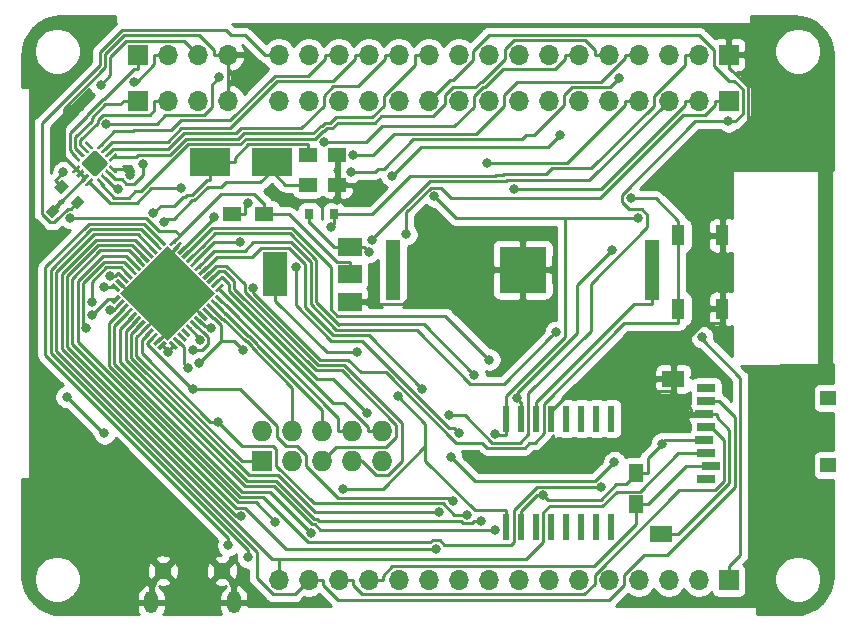
<source format=gbr>
G04 #@! TF.GenerationSoftware,KiCad,Pcbnew,5.1.5*
G04 #@! TF.CreationDate,2019-12-16T15:30:59-05:00*
G04 #@! TF.ProjectId,rustypill,72757374-7970-4696-9c6c-2e6b69636164,rev?*
G04 #@! TF.SameCoordinates,Original*
G04 #@! TF.FileFunction,Copper,L1,Top*
G04 #@! TF.FilePolarity,Positive*
%FSLAX46Y46*%
G04 Gerber Fmt 4.6, Leading zero omitted, Abs format (unit mm)*
G04 Created by KiCad (PCBNEW 5.1.5) date 2019-12-16 15:30:59*
%MOMM*%
%LPD*%
G04 APERTURE LIST*
%ADD10R,1.300000X1.500000*%
%ADD11R,1.400000X1.300000*%
%ADD12R,1.900000X1.400000*%
%ADD13R,1.500000X0.800000*%
%ADD14C,0.100000*%
%ADD15R,0.600000X2.200000*%
%ADD16R,1.700000X1.700000*%
%ADD17O,1.700000X1.700000*%
%ADD18R,1.727200X1.727200*%
%ADD19O,1.727200X1.727200*%
%ADD20R,3.500000X2.400000*%
%ADD21R,1.270000X5.080000*%
%ADD22R,3.960000X3.960000*%
%ADD23R,1.100000X1.800000*%
%ADD24R,1.500000X1.250000*%
%ADD25R,0.800000X0.900000*%
%ADD26R,1.500000X1.300000*%
%ADD27C,1.450000*%
%ADD28O,1.200000X1.900000*%
%ADD29R,2.000000X1.500000*%
%ADD30R,2.000000X3.800000*%
%ADD31C,0.800000*%
%ADD32C,0.250000*%
%ADD33C,0.254000*%
G04 APERTURE END LIST*
D10*
X119525000Y-131325000D03*
X119525000Y-134025000D03*
D11*
X135800000Y-130700000D03*
X135800000Y-125000000D03*
D12*
X122650000Y-123400000D03*
X121650000Y-136550000D03*
D13*
X125450000Y-124190000D03*
X125450000Y-125290000D03*
X125250000Y-126390000D03*
X125450000Y-127490000D03*
X125250000Y-128590000D03*
X125450000Y-129690000D03*
X125850000Y-130790000D03*
X125450000Y-131890000D03*
G04 #@! TA.AperFunction,SMDPad,CuDef*
D14*
G36*
X83880509Y-116150000D02*
G01*
X79850000Y-120180509D01*
X75819491Y-116150000D01*
X79850000Y-112119491D01*
X83880509Y-116150000D01*
G37*
G04 #@! TD.AperFunction*
G04 #@! TA.AperFunction,SMDPad,CuDef*
G36*
X79761611Y-120339608D02*
G01*
X79160571Y-120940648D01*
X78948439Y-120728516D01*
X79549479Y-120127476D01*
X79761611Y-120339608D01*
G37*
G04 #@! TD.AperFunction*
G04 #@! TA.AperFunction,SMDPad,CuDef*
G36*
X79408058Y-119986055D02*
G01*
X78807018Y-120587095D01*
X78594886Y-120374963D01*
X79195926Y-119773923D01*
X79408058Y-119986055D01*
G37*
G04 #@! TD.AperFunction*
G04 #@! TA.AperFunction,SMDPad,CuDef*
G36*
X79054504Y-119632501D02*
G01*
X78453464Y-120233541D01*
X78241332Y-120021409D01*
X78842372Y-119420369D01*
X79054504Y-119632501D01*
G37*
G04 #@! TD.AperFunction*
G04 #@! TA.AperFunction,SMDPad,CuDef*
G36*
X78700951Y-119278948D02*
G01*
X78099911Y-119879988D01*
X77887779Y-119667856D01*
X78488819Y-119066816D01*
X78700951Y-119278948D01*
G37*
G04 #@! TD.AperFunction*
G04 #@! TA.AperFunction,SMDPad,CuDef*
G36*
X78347398Y-118925394D02*
G01*
X77746358Y-119526434D01*
X77534226Y-119314302D01*
X78135266Y-118713262D01*
X78347398Y-118925394D01*
G37*
G04 #@! TD.AperFunction*
G04 #@! TA.AperFunction,SMDPad,CuDef*
G36*
X77993844Y-118571841D02*
G01*
X77392804Y-119172881D01*
X77180672Y-118960749D01*
X77781712Y-118359709D01*
X77993844Y-118571841D01*
G37*
G04 #@! TD.AperFunction*
G04 #@! TA.AperFunction,SMDPad,CuDef*
G36*
X77640291Y-118218288D02*
G01*
X77039251Y-118819328D01*
X76827119Y-118607196D01*
X77428159Y-118006156D01*
X77640291Y-118218288D01*
G37*
G04 #@! TD.AperFunction*
G04 #@! TA.AperFunction,SMDPad,CuDef*
G36*
X77286738Y-117864734D02*
G01*
X76685698Y-118465774D01*
X76473566Y-118253642D01*
X77074606Y-117652602D01*
X77286738Y-117864734D01*
G37*
G04 #@! TD.AperFunction*
G04 #@! TA.AperFunction,SMDPad,CuDef*
G36*
X76933184Y-117511181D02*
G01*
X76332144Y-118112221D01*
X76120012Y-117900089D01*
X76721052Y-117299049D01*
X76933184Y-117511181D01*
G37*
G04 #@! TD.AperFunction*
G04 #@! TA.AperFunction,SMDPad,CuDef*
G36*
X76579631Y-117157628D02*
G01*
X75978591Y-117758668D01*
X75766459Y-117546536D01*
X76367499Y-116945496D01*
X76579631Y-117157628D01*
G37*
G04 #@! TD.AperFunction*
G04 #@! TA.AperFunction,SMDPad,CuDef*
G36*
X76226077Y-116804074D02*
G01*
X75625037Y-117405114D01*
X75412905Y-117192982D01*
X76013945Y-116591942D01*
X76226077Y-116804074D01*
G37*
G04 #@! TD.AperFunction*
G04 #@! TA.AperFunction,SMDPad,CuDef*
G36*
X75872524Y-116450521D02*
G01*
X75271484Y-117051561D01*
X75059352Y-116839429D01*
X75660392Y-116238389D01*
X75872524Y-116450521D01*
G37*
G04 #@! TD.AperFunction*
G04 #@! TA.AperFunction,SMDPad,CuDef*
G36*
X75271484Y-115248439D02*
G01*
X75872524Y-115849479D01*
X75660392Y-116061611D01*
X75059352Y-115460571D01*
X75271484Y-115248439D01*
G37*
G04 #@! TD.AperFunction*
G04 #@! TA.AperFunction,SMDPad,CuDef*
G36*
X75625037Y-114894886D02*
G01*
X76226077Y-115495926D01*
X76013945Y-115708058D01*
X75412905Y-115107018D01*
X75625037Y-114894886D01*
G37*
G04 #@! TD.AperFunction*
G04 #@! TA.AperFunction,SMDPad,CuDef*
G36*
X75978591Y-114541332D02*
G01*
X76579631Y-115142372D01*
X76367499Y-115354504D01*
X75766459Y-114753464D01*
X75978591Y-114541332D01*
G37*
G04 #@! TD.AperFunction*
G04 #@! TA.AperFunction,SMDPad,CuDef*
G36*
X76332144Y-114187779D02*
G01*
X76933184Y-114788819D01*
X76721052Y-115000951D01*
X76120012Y-114399911D01*
X76332144Y-114187779D01*
G37*
G04 #@! TD.AperFunction*
G04 #@! TA.AperFunction,SMDPad,CuDef*
G36*
X76685698Y-113834226D02*
G01*
X77286738Y-114435266D01*
X77074606Y-114647398D01*
X76473566Y-114046358D01*
X76685698Y-113834226D01*
G37*
G04 #@! TD.AperFunction*
G04 #@! TA.AperFunction,SMDPad,CuDef*
G36*
X77039251Y-113480672D02*
G01*
X77640291Y-114081712D01*
X77428159Y-114293844D01*
X76827119Y-113692804D01*
X77039251Y-113480672D01*
G37*
G04 #@! TD.AperFunction*
G04 #@! TA.AperFunction,SMDPad,CuDef*
G36*
X77392804Y-113127119D02*
G01*
X77993844Y-113728159D01*
X77781712Y-113940291D01*
X77180672Y-113339251D01*
X77392804Y-113127119D01*
G37*
G04 #@! TD.AperFunction*
G04 #@! TA.AperFunction,SMDPad,CuDef*
G36*
X77746358Y-112773566D02*
G01*
X78347398Y-113374606D01*
X78135266Y-113586738D01*
X77534226Y-112985698D01*
X77746358Y-112773566D01*
G37*
G04 #@! TD.AperFunction*
G04 #@! TA.AperFunction,SMDPad,CuDef*
G36*
X78099911Y-112420012D02*
G01*
X78700951Y-113021052D01*
X78488819Y-113233184D01*
X77887779Y-112632144D01*
X78099911Y-112420012D01*
G37*
G04 #@! TD.AperFunction*
G04 #@! TA.AperFunction,SMDPad,CuDef*
G36*
X78453464Y-112066459D02*
G01*
X79054504Y-112667499D01*
X78842372Y-112879631D01*
X78241332Y-112278591D01*
X78453464Y-112066459D01*
G37*
G04 #@! TD.AperFunction*
G04 #@! TA.AperFunction,SMDPad,CuDef*
G36*
X78807018Y-111712905D02*
G01*
X79408058Y-112313945D01*
X79195926Y-112526077D01*
X78594886Y-111925037D01*
X78807018Y-111712905D01*
G37*
G04 #@! TD.AperFunction*
G04 #@! TA.AperFunction,SMDPad,CuDef*
G36*
X79160571Y-111359352D02*
G01*
X79761611Y-111960392D01*
X79549479Y-112172524D01*
X78948439Y-111571484D01*
X79160571Y-111359352D01*
G37*
G04 #@! TD.AperFunction*
G04 #@! TA.AperFunction,SMDPad,CuDef*
G36*
X80751561Y-111571484D02*
G01*
X80150521Y-112172524D01*
X79938389Y-111960392D01*
X80539429Y-111359352D01*
X80751561Y-111571484D01*
G37*
G04 #@! TD.AperFunction*
G04 #@! TA.AperFunction,SMDPad,CuDef*
G36*
X81105114Y-111925037D02*
G01*
X80504074Y-112526077D01*
X80291942Y-112313945D01*
X80892982Y-111712905D01*
X81105114Y-111925037D01*
G37*
G04 #@! TD.AperFunction*
G04 #@! TA.AperFunction,SMDPad,CuDef*
G36*
X81458668Y-112278591D02*
G01*
X80857628Y-112879631D01*
X80645496Y-112667499D01*
X81246536Y-112066459D01*
X81458668Y-112278591D01*
G37*
G04 #@! TD.AperFunction*
G04 #@! TA.AperFunction,SMDPad,CuDef*
G36*
X81812221Y-112632144D02*
G01*
X81211181Y-113233184D01*
X80999049Y-113021052D01*
X81600089Y-112420012D01*
X81812221Y-112632144D01*
G37*
G04 #@! TD.AperFunction*
G04 #@! TA.AperFunction,SMDPad,CuDef*
G36*
X82165774Y-112985698D02*
G01*
X81564734Y-113586738D01*
X81352602Y-113374606D01*
X81953642Y-112773566D01*
X82165774Y-112985698D01*
G37*
G04 #@! TD.AperFunction*
G04 #@! TA.AperFunction,SMDPad,CuDef*
G36*
X82519328Y-113339251D02*
G01*
X81918288Y-113940291D01*
X81706156Y-113728159D01*
X82307196Y-113127119D01*
X82519328Y-113339251D01*
G37*
G04 #@! TD.AperFunction*
G04 #@! TA.AperFunction,SMDPad,CuDef*
G36*
X82872881Y-113692804D02*
G01*
X82271841Y-114293844D01*
X82059709Y-114081712D01*
X82660749Y-113480672D01*
X82872881Y-113692804D01*
G37*
G04 #@! TD.AperFunction*
G04 #@! TA.AperFunction,SMDPad,CuDef*
G36*
X83226434Y-114046358D02*
G01*
X82625394Y-114647398D01*
X82413262Y-114435266D01*
X83014302Y-113834226D01*
X83226434Y-114046358D01*
G37*
G04 #@! TD.AperFunction*
G04 #@! TA.AperFunction,SMDPad,CuDef*
G36*
X83579988Y-114399911D02*
G01*
X82978948Y-115000951D01*
X82766816Y-114788819D01*
X83367856Y-114187779D01*
X83579988Y-114399911D01*
G37*
G04 #@! TD.AperFunction*
G04 #@! TA.AperFunction,SMDPad,CuDef*
G36*
X83933541Y-114753464D02*
G01*
X83332501Y-115354504D01*
X83120369Y-115142372D01*
X83721409Y-114541332D01*
X83933541Y-114753464D01*
G37*
G04 #@! TD.AperFunction*
G04 #@! TA.AperFunction,SMDPad,CuDef*
G36*
X84287095Y-115107018D02*
G01*
X83686055Y-115708058D01*
X83473923Y-115495926D01*
X84074963Y-114894886D01*
X84287095Y-115107018D01*
G37*
G04 #@! TD.AperFunction*
G04 #@! TA.AperFunction,SMDPad,CuDef*
G36*
X84640648Y-115460571D02*
G01*
X84039608Y-116061611D01*
X83827476Y-115849479D01*
X84428516Y-115248439D01*
X84640648Y-115460571D01*
G37*
G04 #@! TD.AperFunction*
G04 #@! TA.AperFunction,SMDPad,CuDef*
G36*
X84039608Y-116238389D02*
G01*
X84640648Y-116839429D01*
X84428516Y-117051561D01*
X83827476Y-116450521D01*
X84039608Y-116238389D01*
G37*
G04 #@! TD.AperFunction*
G04 #@! TA.AperFunction,SMDPad,CuDef*
G36*
X83686055Y-116591942D02*
G01*
X84287095Y-117192982D01*
X84074963Y-117405114D01*
X83473923Y-116804074D01*
X83686055Y-116591942D01*
G37*
G04 #@! TD.AperFunction*
G04 #@! TA.AperFunction,SMDPad,CuDef*
G36*
X83332501Y-116945496D02*
G01*
X83933541Y-117546536D01*
X83721409Y-117758668D01*
X83120369Y-117157628D01*
X83332501Y-116945496D01*
G37*
G04 #@! TD.AperFunction*
G04 #@! TA.AperFunction,SMDPad,CuDef*
G36*
X82978948Y-117299049D02*
G01*
X83579988Y-117900089D01*
X83367856Y-118112221D01*
X82766816Y-117511181D01*
X82978948Y-117299049D01*
G37*
G04 #@! TD.AperFunction*
G04 #@! TA.AperFunction,SMDPad,CuDef*
G36*
X82625394Y-117652602D02*
G01*
X83226434Y-118253642D01*
X83014302Y-118465774D01*
X82413262Y-117864734D01*
X82625394Y-117652602D01*
G37*
G04 #@! TD.AperFunction*
G04 #@! TA.AperFunction,SMDPad,CuDef*
G36*
X82271841Y-118006156D02*
G01*
X82872881Y-118607196D01*
X82660749Y-118819328D01*
X82059709Y-118218288D01*
X82271841Y-118006156D01*
G37*
G04 #@! TD.AperFunction*
G04 #@! TA.AperFunction,SMDPad,CuDef*
G36*
X81918288Y-118359709D02*
G01*
X82519328Y-118960749D01*
X82307196Y-119172881D01*
X81706156Y-118571841D01*
X81918288Y-118359709D01*
G37*
G04 #@! TD.AperFunction*
G04 #@! TA.AperFunction,SMDPad,CuDef*
G36*
X81564734Y-118713262D02*
G01*
X82165774Y-119314302D01*
X81953642Y-119526434D01*
X81352602Y-118925394D01*
X81564734Y-118713262D01*
G37*
G04 #@! TD.AperFunction*
G04 #@! TA.AperFunction,SMDPad,CuDef*
G36*
X81211181Y-119066816D02*
G01*
X81812221Y-119667856D01*
X81600089Y-119879988D01*
X80999049Y-119278948D01*
X81211181Y-119066816D01*
G37*
G04 #@! TD.AperFunction*
G04 #@! TA.AperFunction,SMDPad,CuDef*
G36*
X80857628Y-119420369D02*
G01*
X81458668Y-120021409D01*
X81246536Y-120233541D01*
X80645496Y-119632501D01*
X80857628Y-119420369D01*
G37*
G04 #@! TD.AperFunction*
G04 #@! TA.AperFunction,SMDPad,CuDef*
G36*
X80504074Y-119773923D02*
G01*
X81105114Y-120374963D01*
X80892982Y-120587095D01*
X80291942Y-119986055D01*
X80504074Y-119773923D01*
G37*
G04 #@! TD.AperFunction*
G04 #@! TA.AperFunction,SMDPad,CuDef*
G36*
X80150521Y-120127476D02*
G01*
X80751561Y-120728516D01*
X80539429Y-120940648D01*
X79938389Y-120339608D01*
X80150521Y-120127476D01*
G37*
G04 #@! TD.AperFunction*
D15*
X109775000Y-135950000D03*
X112315000Y-126750000D03*
X108505000Y-135950000D03*
X111045000Y-135950000D03*
X112315000Y-135950000D03*
X111045000Y-126750000D03*
X113585000Y-126750000D03*
X114855000Y-126750000D03*
X114855000Y-135950000D03*
X117395000Y-126750000D03*
X113585000Y-135950000D03*
X116125000Y-135950000D03*
X116125000Y-126750000D03*
X117395000Y-135950000D03*
X109775000Y-126750000D03*
X108505000Y-126750000D03*
D16*
X77330000Y-99850000D03*
D17*
X79870000Y-99850000D03*
X82410000Y-99850000D03*
X84950000Y-99850000D03*
D16*
X127350000Y-95950000D03*
D17*
X124810000Y-95950000D03*
X122270000Y-95950000D03*
X119730000Y-95950000D03*
X117190000Y-95950000D03*
X114650000Y-95950000D03*
X112110000Y-95950000D03*
X109570000Y-95950000D03*
X107030000Y-95950000D03*
X104490000Y-95950000D03*
X101950000Y-95950000D03*
X99410000Y-95950000D03*
X96870000Y-95950000D03*
X94330000Y-95950000D03*
X91790000Y-95950000D03*
X89250000Y-95950000D03*
D16*
X127350000Y-99850000D03*
D17*
X124810000Y-99850000D03*
X122270000Y-99850000D03*
X119730000Y-99850000D03*
X117190000Y-99850000D03*
X114650000Y-99850000D03*
X112110000Y-99850000D03*
X109570000Y-99850000D03*
X107030000Y-99850000D03*
X104490000Y-99850000D03*
X101950000Y-99850000D03*
X99410000Y-99850000D03*
X96870000Y-99850000D03*
X94330000Y-99850000D03*
X91790000Y-99850000D03*
X89250000Y-99850000D03*
D16*
X127350000Y-140450000D03*
D17*
X124810000Y-140450000D03*
X122270000Y-140450000D03*
X119730000Y-140450000D03*
X117190000Y-140450000D03*
X114650000Y-140450000D03*
X112110000Y-140450000D03*
X109570000Y-140450000D03*
X107030000Y-140450000D03*
X104490000Y-140450000D03*
X101950000Y-140450000D03*
X99410000Y-140450000D03*
X96870000Y-140450000D03*
X94330000Y-140450000D03*
X91790000Y-140450000D03*
X89250000Y-140450000D03*
D16*
X77330000Y-95950000D03*
D17*
X79870000Y-95950000D03*
X82410000Y-95950000D03*
X84950000Y-95950000D03*
G04 #@! TA.AperFunction,SMDPad,CuDef*
D14*
G36*
X72235313Y-107848604D02*
G01*
X72800999Y-108414290D01*
X72164603Y-109050686D01*
X71598917Y-108485000D01*
X72235313Y-107848604D01*
G37*
G04 #@! TD.AperFunction*
G04 #@! TA.AperFunction,SMDPad,CuDef*
G36*
X70891810Y-106505101D02*
G01*
X71457496Y-107070787D01*
X70821100Y-107707183D01*
X70255414Y-107141497D01*
X70891810Y-106505101D01*
G37*
G04 #@! TD.AperFunction*
G04 #@! TA.AperFunction,SMDPad,CuDef*
G36*
X70149348Y-108591066D02*
G01*
X70715034Y-109156752D01*
X70078638Y-109793148D01*
X69512952Y-109227462D01*
X70149348Y-108591066D01*
G37*
G04 #@! TD.AperFunction*
G04 #@! TA.AperFunction,SMDPad,CuDef*
G36*
X71914359Y-104288305D02*
G01*
X71920426Y-104289205D01*
X71926376Y-104290695D01*
X71932151Y-104292762D01*
X71937695Y-104295384D01*
X71942956Y-104298537D01*
X71947883Y-104302191D01*
X71952427Y-104306310D01*
X72447402Y-104801285D01*
X72451521Y-104805829D01*
X72455175Y-104810756D01*
X72458328Y-104816017D01*
X72460950Y-104821561D01*
X72463017Y-104827336D01*
X72464507Y-104833286D01*
X72465407Y-104839353D01*
X72465708Y-104845479D01*
X72465407Y-104851605D01*
X72464507Y-104857672D01*
X72463017Y-104863622D01*
X72460950Y-104869397D01*
X72458328Y-104874941D01*
X72455175Y-104880202D01*
X72451521Y-104885129D01*
X72447402Y-104889673D01*
X72359013Y-104978062D01*
X72354469Y-104982181D01*
X72349542Y-104985835D01*
X72344281Y-104988988D01*
X72338737Y-104991610D01*
X72332962Y-104993677D01*
X72327012Y-104995167D01*
X72320945Y-104996067D01*
X72314819Y-104996368D01*
X72308693Y-104996067D01*
X72302626Y-104995167D01*
X72296676Y-104993677D01*
X72290901Y-104991610D01*
X72285357Y-104988988D01*
X72280096Y-104985835D01*
X72275169Y-104982181D01*
X72270625Y-104978062D01*
X71775650Y-104483087D01*
X71771531Y-104478543D01*
X71767877Y-104473616D01*
X71764724Y-104468355D01*
X71762102Y-104462811D01*
X71760035Y-104457036D01*
X71758545Y-104451086D01*
X71757645Y-104445019D01*
X71757344Y-104438893D01*
X71757645Y-104432767D01*
X71758545Y-104426700D01*
X71760035Y-104420750D01*
X71762102Y-104414975D01*
X71764724Y-104409431D01*
X71767877Y-104404170D01*
X71771531Y-104399243D01*
X71775650Y-104394699D01*
X71864039Y-104306310D01*
X71868583Y-104302191D01*
X71873510Y-104298537D01*
X71878771Y-104295384D01*
X71884315Y-104292762D01*
X71890090Y-104290695D01*
X71896040Y-104289205D01*
X71902107Y-104288305D01*
X71908233Y-104288004D01*
X71914359Y-104288305D01*
G37*
G04 #@! TD.AperFunction*
G04 #@! TA.AperFunction,SMDPad,CuDef*
G36*
X72267913Y-103934752D02*
G01*
X72273980Y-103935652D01*
X72279930Y-103937142D01*
X72285705Y-103939209D01*
X72291249Y-103941831D01*
X72296510Y-103944984D01*
X72301437Y-103948638D01*
X72305981Y-103952757D01*
X72800956Y-104447732D01*
X72805075Y-104452276D01*
X72808729Y-104457203D01*
X72811882Y-104462464D01*
X72814504Y-104468008D01*
X72816571Y-104473783D01*
X72818061Y-104479733D01*
X72818961Y-104485800D01*
X72819262Y-104491926D01*
X72818961Y-104498052D01*
X72818061Y-104504119D01*
X72816571Y-104510069D01*
X72814504Y-104515844D01*
X72811882Y-104521388D01*
X72808729Y-104526649D01*
X72805075Y-104531576D01*
X72800956Y-104536120D01*
X72712567Y-104624509D01*
X72708023Y-104628628D01*
X72703096Y-104632282D01*
X72697835Y-104635435D01*
X72692291Y-104638057D01*
X72686516Y-104640124D01*
X72680566Y-104641614D01*
X72674499Y-104642514D01*
X72668373Y-104642815D01*
X72662247Y-104642514D01*
X72656180Y-104641614D01*
X72650230Y-104640124D01*
X72644455Y-104638057D01*
X72638911Y-104635435D01*
X72633650Y-104632282D01*
X72628723Y-104628628D01*
X72624179Y-104624509D01*
X72129204Y-104129534D01*
X72125085Y-104124990D01*
X72121431Y-104120063D01*
X72118278Y-104114802D01*
X72115656Y-104109258D01*
X72113589Y-104103483D01*
X72112099Y-104097533D01*
X72111199Y-104091466D01*
X72110898Y-104085340D01*
X72111199Y-104079214D01*
X72112099Y-104073147D01*
X72113589Y-104067197D01*
X72115656Y-104061422D01*
X72118278Y-104055878D01*
X72121431Y-104050617D01*
X72125085Y-104045690D01*
X72129204Y-104041146D01*
X72217593Y-103952757D01*
X72222137Y-103948638D01*
X72227064Y-103944984D01*
X72232325Y-103941831D01*
X72237869Y-103939209D01*
X72243644Y-103937142D01*
X72249594Y-103935652D01*
X72255661Y-103934752D01*
X72261787Y-103934451D01*
X72267913Y-103934752D01*
G37*
G04 #@! TD.AperFunction*
G04 #@! TA.AperFunction,SMDPad,CuDef*
G36*
X72621466Y-103581199D02*
G01*
X72627533Y-103582099D01*
X72633483Y-103583589D01*
X72639258Y-103585656D01*
X72644802Y-103588278D01*
X72650063Y-103591431D01*
X72654990Y-103595085D01*
X72659534Y-103599204D01*
X73154509Y-104094179D01*
X73158628Y-104098723D01*
X73162282Y-104103650D01*
X73165435Y-104108911D01*
X73168057Y-104114455D01*
X73170124Y-104120230D01*
X73171614Y-104126180D01*
X73172514Y-104132247D01*
X73172815Y-104138373D01*
X73172514Y-104144499D01*
X73171614Y-104150566D01*
X73170124Y-104156516D01*
X73168057Y-104162291D01*
X73165435Y-104167835D01*
X73162282Y-104173096D01*
X73158628Y-104178023D01*
X73154509Y-104182567D01*
X73066120Y-104270956D01*
X73061576Y-104275075D01*
X73056649Y-104278729D01*
X73051388Y-104281882D01*
X73045844Y-104284504D01*
X73040069Y-104286571D01*
X73034119Y-104288061D01*
X73028052Y-104288961D01*
X73021926Y-104289262D01*
X73015800Y-104288961D01*
X73009733Y-104288061D01*
X73003783Y-104286571D01*
X72998008Y-104284504D01*
X72992464Y-104281882D01*
X72987203Y-104278729D01*
X72982276Y-104275075D01*
X72977732Y-104270956D01*
X72482757Y-103775981D01*
X72478638Y-103771437D01*
X72474984Y-103766510D01*
X72471831Y-103761249D01*
X72469209Y-103755705D01*
X72467142Y-103749930D01*
X72465652Y-103743980D01*
X72464752Y-103737913D01*
X72464451Y-103731787D01*
X72464752Y-103725661D01*
X72465652Y-103719594D01*
X72467142Y-103713644D01*
X72469209Y-103707869D01*
X72471831Y-103702325D01*
X72474984Y-103697064D01*
X72478638Y-103692137D01*
X72482757Y-103687593D01*
X72571146Y-103599204D01*
X72575690Y-103595085D01*
X72580617Y-103591431D01*
X72585878Y-103588278D01*
X72591422Y-103585656D01*
X72597197Y-103583589D01*
X72603147Y-103582099D01*
X72609214Y-103581199D01*
X72615340Y-103580898D01*
X72621466Y-103581199D01*
G37*
G04 #@! TD.AperFunction*
G04 #@! TA.AperFunction,SMDPad,CuDef*
G36*
X72975019Y-103227645D02*
G01*
X72981086Y-103228545D01*
X72987036Y-103230035D01*
X72992811Y-103232102D01*
X72998355Y-103234724D01*
X73003616Y-103237877D01*
X73008543Y-103241531D01*
X73013087Y-103245650D01*
X73508062Y-103740625D01*
X73512181Y-103745169D01*
X73515835Y-103750096D01*
X73518988Y-103755357D01*
X73521610Y-103760901D01*
X73523677Y-103766676D01*
X73525167Y-103772626D01*
X73526067Y-103778693D01*
X73526368Y-103784819D01*
X73526067Y-103790945D01*
X73525167Y-103797012D01*
X73523677Y-103802962D01*
X73521610Y-103808737D01*
X73518988Y-103814281D01*
X73515835Y-103819542D01*
X73512181Y-103824469D01*
X73508062Y-103829013D01*
X73419673Y-103917402D01*
X73415129Y-103921521D01*
X73410202Y-103925175D01*
X73404941Y-103928328D01*
X73399397Y-103930950D01*
X73393622Y-103933017D01*
X73387672Y-103934507D01*
X73381605Y-103935407D01*
X73375479Y-103935708D01*
X73369353Y-103935407D01*
X73363286Y-103934507D01*
X73357336Y-103933017D01*
X73351561Y-103930950D01*
X73346017Y-103928328D01*
X73340756Y-103925175D01*
X73335829Y-103921521D01*
X73331285Y-103917402D01*
X72836310Y-103422427D01*
X72832191Y-103417883D01*
X72828537Y-103412956D01*
X72825384Y-103407695D01*
X72822762Y-103402151D01*
X72820695Y-103396376D01*
X72819205Y-103390426D01*
X72818305Y-103384359D01*
X72818004Y-103378233D01*
X72818305Y-103372107D01*
X72819205Y-103366040D01*
X72820695Y-103360090D01*
X72822762Y-103354315D01*
X72825384Y-103348771D01*
X72828537Y-103343510D01*
X72832191Y-103338583D01*
X72836310Y-103334039D01*
X72924699Y-103245650D01*
X72929243Y-103241531D01*
X72934170Y-103237877D01*
X72939431Y-103234724D01*
X72944975Y-103232102D01*
X72950750Y-103230035D01*
X72956700Y-103228545D01*
X72962767Y-103227645D01*
X72968893Y-103227344D01*
X72975019Y-103227645D01*
G37*
G04 #@! TD.AperFunction*
G04 #@! TA.AperFunction,SMDPad,CuDef*
G36*
X74389233Y-103227645D02*
G01*
X74395300Y-103228545D01*
X74401250Y-103230035D01*
X74407025Y-103232102D01*
X74412569Y-103234724D01*
X74417830Y-103237877D01*
X74422757Y-103241531D01*
X74427301Y-103245650D01*
X74515690Y-103334039D01*
X74519809Y-103338583D01*
X74523463Y-103343510D01*
X74526616Y-103348771D01*
X74529238Y-103354315D01*
X74531305Y-103360090D01*
X74532795Y-103366040D01*
X74533695Y-103372107D01*
X74533996Y-103378233D01*
X74533695Y-103384359D01*
X74532795Y-103390426D01*
X74531305Y-103396376D01*
X74529238Y-103402151D01*
X74526616Y-103407695D01*
X74523463Y-103412956D01*
X74519809Y-103417883D01*
X74515690Y-103422427D01*
X74020715Y-103917402D01*
X74016171Y-103921521D01*
X74011244Y-103925175D01*
X74005983Y-103928328D01*
X74000439Y-103930950D01*
X73994664Y-103933017D01*
X73988714Y-103934507D01*
X73982647Y-103935407D01*
X73976521Y-103935708D01*
X73970395Y-103935407D01*
X73964328Y-103934507D01*
X73958378Y-103933017D01*
X73952603Y-103930950D01*
X73947059Y-103928328D01*
X73941798Y-103925175D01*
X73936871Y-103921521D01*
X73932327Y-103917402D01*
X73843938Y-103829013D01*
X73839819Y-103824469D01*
X73836165Y-103819542D01*
X73833012Y-103814281D01*
X73830390Y-103808737D01*
X73828323Y-103802962D01*
X73826833Y-103797012D01*
X73825933Y-103790945D01*
X73825632Y-103784819D01*
X73825933Y-103778693D01*
X73826833Y-103772626D01*
X73828323Y-103766676D01*
X73830390Y-103760901D01*
X73833012Y-103755357D01*
X73836165Y-103750096D01*
X73839819Y-103745169D01*
X73843938Y-103740625D01*
X74338913Y-103245650D01*
X74343457Y-103241531D01*
X74348384Y-103237877D01*
X74353645Y-103234724D01*
X74359189Y-103232102D01*
X74364964Y-103230035D01*
X74370914Y-103228545D01*
X74376981Y-103227645D01*
X74383107Y-103227344D01*
X74389233Y-103227645D01*
G37*
G04 #@! TD.AperFunction*
G04 #@! TA.AperFunction,SMDPad,CuDef*
G36*
X74742786Y-103581199D02*
G01*
X74748853Y-103582099D01*
X74754803Y-103583589D01*
X74760578Y-103585656D01*
X74766122Y-103588278D01*
X74771383Y-103591431D01*
X74776310Y-103595085D01*
X74780854Y-103599204D01*
X74869243Y-103687593D01*
X74873362Y-103692137D01*
X74877016Y-103697064D01*
X74880169Y-103702325D01*
X74882791Y-103707869D01*
X74884858Y-103713644D01*
X74886348Y-103719594D01*
X74887248Y-103725661D01*
X74887549Y-103731787D01*
X74887248Y-103737913D01*
X74886348Y-103743980D01*
X74884858Y-103749930D01*
X74882791Y-103755705D01*
X74880169Y-103761249D01*
X74877016Y-103766510D01*
X74873362Y-103771437D01*
X74869243Y-103775981D01*
X74374268Y-104270956D01*
X74369724Y-104275075D01*
X74364797Y-104278729D01*
X74359536Y-104281882D01*
X74353992Y-104284504D01*
X74348217Y-104286571D01*
X74342267Y-104288061D01*
X74336200Y-104288961D01*
X74330074Y-104289262D01*
X74323948Y-104288961D01*
X74317881Y-104288061D01*
X74311931Y-104286571D01*
X74306156Y-104284504D01*
X74300612Y-104281882D01*
X74295351Y-104278729D01*
X74290424Y-104275075D01*
X74285880Y-104270956D01*
X74197491Y-104182567D01*
X74193372Y-104178023D01*
X74189718Y-104173096D01*
X74186565Y-104167835D01*
X74183943Y-104162291D01*
X74181876Y-104156516D01*
X74180386Y-104150566D01*
X74179486Y-104144499D01*
X74179185Y-104138373D01*
X74179486Y-104132247D01*
X74180386Y-104126180D01*
X74181876Y-104120230D01*
X74183943Y-104114455D01*
X74186565Y-104108911D01*
X74189718Y-104103650D01*
X74193372Y-104098723D01*
X74197491Y-104094179D01*
X74692466Y-103599204D01*
X74697010Y-103595085D01*
X74701937Y-103591431D01*
X74707198Y-103588278D01*
X74712742Y-103585656D01*
X74718517Y-103583589D01*
X74724467Y-103582099D01*
X74730534Y-103581199D01*
X74736660Y-103580898D01*
X74742786Y-103581199D01*
G37*
G04 #@! TD.AperFunction*
G04 #@! TA.AperFunction,SMDPad,CuDef*
G36*
X75096339Y-103934752D02*
G01*
X75102406Y-103935652D01*
X75108356Y-103937142D01*
X75114131Y-103939209D01*
X75119675Y-103941831D01*
X75124936Y-103944984D01*
X75129863Y-103948638D01*
X75134407Y-103952757D01*
X75222796Y-104041146D01*
X75226915Y-104045690D01*
X75230569Y-104050617D01*
X75233722Y-104055878D01*
X75236344Y-104061422D01*
X75238411Y-104067197D01*
X75239901Y-104073147D01*
X75240801Y-104079214D01*
X75241102Y-104085340D01*
X75240801Y-104091466D01*
X75239901Y-104097533D01*
X75238411Y-104103483D01*
X75236344Y-104109258D01*
X75233722Y-104114802D01*
X75230569Y-104120063D01*
X75226915Y-104124990D01*
X75222796Y-104129534D01*
X74727821Y-104624509D01*
X74723277Y-104628628D01*
X74718350Y-104632282D01*
X74713089Y-104635435D01*
X74707545Y-104638057D01*
X74701770Y-104640124D01*
X74695820Y-104641614D01*
X74689753Y-104642514D01*
X74683627Y-104642815D01*
X74677501Y-104642514D01*
X74671434Y-104641614D01*
X74665484Y-104640124D01*
X74659709Y-104638057D01*
X74654165Y-104635435D01*
X74648904Y-104632282D01*
X74643977Y-104628628D01*
X74639433Y-104624509D01*
X74551044Y-104536120D01*
X74546925Y-104531576D01*
X74543271Y-104526649D01*
X74540118Y-104521388D01*
X74537496Y-104515844D01*
X74535429Y-104510069D01*
X74533939Y-104504119D01*
X74533039Y-104498052D01*
X74532738Y-104491926D01*
X74533039Y-104485800D01*
X74533939Y-104479733D01*
X74535429Y-104473783D01*
X74537496Y-104468008D01*
X74540118Y-104462464D01*
X74543271Y-104457203D01*
X74546925Y-104452276D01*
X74551044Y-104447732D01*
X75046019Y-103952757D01*
X75050563Y-103948638D01*
X75055490Y-103944984D01*
X75060751Y-103941831D01*
X75066295Y-103939209D01*
X75072070Y-103937142D01*
X75078020Y-103935652D01*
X75084087Y-103934752D01*
X75090213Y-103934451D01*
X75096339Y-103934752D01*
G37*
G04 #@! TD.AperFunction*
G04 #@! TA.AperFunction,SMDPad,CuDef*
G36*
X75449893Y-104288305D02*
G01*
X75455960Y-104289205D01*
X75461910Y-104290695D01*
X75467685Y-104292762D01*
X75473229Y-104295384D01*
X75478490Y-104298537D01*
X75483417Y-104302191D01*
X75487961Y-104306310D01*
X75576350Y-104394699D01*
X75580469Y-104399243D01*
X75584123Y-104404170D01*
X75587276Y-104409431D01*
X75589898Y-104414975D01*
X75591965Y-104420750D01*
X75593455Y-104426700D01*
X75594355Y-104432767D01*
X75594656Y-104438893D01*
X75594355Y-104445019D01*
X75593455Y-104451086D01*
X75591965Y-104457036D01*
X75589898Y-104462811D01*
X75587276Y-104468355D01*
X75584123Y-104473616D01*
X75580469Y-104478543D01*
X75576350Y-104483087D01*
X75081375Y-104978062D01*
X75076831Y-104982181D01*
X75071904Y-104985835D01*
X75066643Y-104988988D01*
X75061099Y-104991610D01*
X75055324Y-104993677D01*
X75049374Y-104995167D01*
X75043307Y-104996067D01*
X75037181Y-104996368D01*
X75031055Y-104996067D01*
X75024988Y-104995167D01*
X75019038Y-104993677D01*
X75013263Y-104991610D01*
X75007719Y-104988988D01*
X75002458Y-104985835D01*
X74997531Y-104982181D01*
X74992987Y-104978062D01*
X74904598Y-104889673D01*
X74900479Y-104885129D01*
X74896825Y-104880202D01*
X74893672Y-104874941D01*
X74891050Y-104869397D01*
X74888983Y-104863622D01*
X74887493Y-104857672D01*
X74886593Y-104851605D01*
X74886292Y-104845479D01*
X74886593Y-104839353D01*
X74887493Y-104833286D01*
X74888983Y-104827336D01*
X74891050Y-104821561D01*
X74893672Y-104816017D01*
X74896825Y-104810756D01*
X74900479Y-104805829D01*
X74904598Y-104801285D01*
X75399573Y-104306310D01*
X75404117Y-104302191D01*
X75409044Y-104298537D01*
X75414305Y-104295384D01*
X75419849Y-104292762D01*
X75425624Y-104290695D01*
X75431574Y-104289205D01*
X75437641Y-104288305D01*
X75443767Y-104288004D01*
X75449893Y-104288305D01*
G37*
G04 #@! TD.AperFunction*
G04 #@! TA.AperFunction,SMDPad,CuDef*
G36*
X75043307Y-105295933D02*
G01*
X75049374Y-105296833D01*
X75055324Y-105298323D01*
X75061099Y-105300390D01*
X75066643Y-105303012D01*
X75071904Y-105306165D01*
X75076831Y-105309819D01*
X75081375Y-105313938D01*
X75576350Y-105808913D01*
X75580469Y-105813457D01*
X75584123Y-105818384D01*
X75587276Y-105823645D01*
X75589898Y-105829189D01*
X75591965Y-105834964D01*
X75593455Y-105840914D01*
X75594355Y-105846981D01*
X75594656Y-105853107D01*
X75594355Y-105859233D01*
X75593455Y-105865300D01*
X75591965Y-105871250D01*
X75589898Y-105877025D01*
X75587276Y-105882569D01*
X75584123Y-105887830D01*
X75580469Y-105892757D01*
X75576350Y-105897301D01*
X75487961Y-105985690D01*
X75483417Y-105989809D01*
X75478490Y-105993463D01*
X75473229Y-105996616D01*
X75467685Y-105999238D01*
X75461910Y-106001305D01*
X75455960Y-106002795D01*
X75449893Y-106003695D01*
X75443767Y-106003996D01*
X75437641Y-106003695D01*
X75431574Y-106002795D01*
X75425624Y-106001305D01*
X75419849Y-105999238D01*
X75414305Y-105996616D01*
X75409044Y-105993463D01*
X75404117Y-105989809D01*
X75399573Y-105985690D01*
X74904598Y-105490715D01*
X74900479Y-105486171D01*
X74896825Y-105481244D01*
X74893672Y-105475983D01*
X74891050Y-105470439D01*
X74888983Y-105464664D01*
X74887493Y-105458714D01*
X74886593Y-105452647D01*
X74886292Y-105446521D01*
X74886593Y-105440395D01*
X74887493Y-105434328D01*
X74888983Y-105428378D01*
X74891050Y-105422603D01*
X74893672Y-105417059D01*
X74896825Y-105411798D01*
X74900479Y-105406871D01*
X74904598Y-105402327D01*
X74992987Y-105313938D01*
X74997531Y-105309819D01*
X75002458Y-105306165D01*
X75007719Y-105303012D01*
X75013263Y-105300390D01*
X75019038Y-105298323D01*
X75024988Y-105296833D01*
X75031055Y-105295933D01*
X75037181Y-105295632D01*
X75043307Y-105295933D01*
G37*
G04 #@! TD.AperFunction*
G04 #@! TA.AperFunction,SMDPad,CuDef*
G36*
X74689753Y-105649486D02*
G01*
X74695820Y-105650386D01*
X74701770Y-105651876D01*
X74707545Y-105653943D01*
X74713089Y-105656565D01*
X74718350Y-105659718D01*
X74723277Y-105663372D01*
X74727821Y-105667491D01*
X75222796Y-106162466D01*
X75226915Y-106167010D01*
X75230569Y-106171937D01*
X75233722Y-106177198D01*
X75236344Y-106182742D01*
X75238411Y-106188517D01*
X75239901Y-106194467D01*
X75240801Y-106200534D01*
X75241102Y-106206660D01*
X75240801Y-106212786D01*
X75239901Y-106218853D01*
X75238411Y-106224803D01*
X75236344Y-106230578D01*
X75233722Y-106236122D01*
X75230569Y-106241383D01*
X75226915Y-106246310D01*
X75222796Y-106250854D01*
X75134407Y-106339243D01*
X75129863Y-106343362D01*
X75124936Y-106347016D01*
X75119675Y-106350169D01*
X75114131Y-106352791D01*
X75108356Y-106354858D01*
X75102406Y-106356348D01*
X75096339Y-106357248D01*
X75090213Y-106357549D01*
X75084087Y-106357248D01*
X75078020Y-106356348D01*
X75072070Y-106354858D01*
X75066295Y-106352791D01*
X75060751Y-106350169D01*
X75055490Y-106347016D01*
X75050563Y-106343362D01*
X75046019Y-106339243D01*
X74551044Y-105844268D01*
X74546925Y-105839724D01*
X74543271Y-105834797D01*
X74540118Y-105829536D01*
X74537496Y-105823992D01*
X74535429Y-105818217D01*
X74533939Y-105812267D01*
X74533039Y-105806200D01*
X74532738Y-105800074D01*
X74533039Y-105793948D01*
X74533939Y-105787881D01*
X74535429Y-105781931D01*
X74537496Y-105776156D01*
X74540118Y-105770612D01*
X74543271Y-105765351D01*
X74546925Y-105760424D01*
X74551044Y-105755880D01*
X74639433Y-105667491D01*
X74643977Y-105663372D01*
X74648904Y-105659718D01*
X74654165Y-105656565D01*
X74659709Y-105653943D01*
X74665484Y-105651876D01*
X74671434Y-105650386D01*
X74677501Y-105649486D01*
X74683627Y-105649185D01*
X74689753Y-105649486D01*
G37*
G04 #@! TD.AperFunction*
G04 #@! TA.AperFunction,SMDPad,CuDef*
G36*
X74336200Y-106003039D02*
G01*
X74342267Y-106003939D01*
X74348217Y-106005429D01*
X74353992Y-106007496D01*
X74359536Y-106010118D01*
X74364797Y-106013271D01*
X74369724Y-106016925D01*
X74374268Y-106021044D01*
X74869243Y-106516019D01*
X74873362Y-106520563D01*
X74877016Y-106525490D01*
X74880169Y-106530751D01*
X74882791Y-106536295D01*
X74884858Y-106542070D01*
X74886348Y-106548020D01*
X74887248Y-106554087D01*
X74887549Y-106560213D01*
X74887248Y-106566339D01*
X74886348Y-106572406D01*
X74884858Y-106578356D01*
X74882791Y-106584131D01*
X74880169Y-106589675D01*
X74877016Y-106594936D01*
X74873362Y-106599863D01*
X74869243Y-106604407D01*
X74780854Y-106692796D01*
X74776310Y-106696915D01*
X74771383Y-106700569D01*
X74766122Y-106703722D01*
X74760578Y-106706344D01*
X74754803Y-106708411D01*
X74748853Y-106709901D01*
X74742786Y-106710801D01*
X74736660Y-106711102D01*
X74730534Y-106710801D01*
X74724467Y-106709901D01*
X74718517Y-106708411D01*
X74712742Y-106706344D01*
X74707198Y-106703722D01*
X74701937Y-106700569D01*
X74697010Y-106696915D01*
X74692466Y-106692796D01*
X74197491Y-106197821D01*
X74193372Y-106193277D01*
X74189718Y-106188350D01*
X74186565Y-106183089D01*
X74183943Y-106177545D01*
X74181876Y-106171770D01*
X74180386Y-106165820D01*
X74179486Y-106159753D01*
X74179185Y-106153627D01*
X74179486Y-106147501D01*
X74180386Y-106141434D01*
X74181876Y-106135484D01*
X74183943Y-106129709D01*
X74186565Y-106124165D01*
X74189718Y-106118904D01*
X74193372Y-106113977D01*
X74197491Y-106109433D01*
X74285880Y-106021044D01*
X74290424Y-106016925D01*
X74295351Y-106013271D01*
X74300612Y-106010118D01*
X74306156Y-106007496D01*
X74311931Y-106005429D01*
X74317881Y-106003939D01*
X74323948Y-106003039D01*
X74330074Y-106002738D01*
X74336200Y-106003039D01*
G37*
G04 #@! TD.AperFunction*
G04 #@! TA.AperFunction,SMDPad,CuDef*
G36*
X73982647Y-106356593D02*
G01*
X73988714Y-106357493D01*
X73994664Y-106358983D01*
X74000439Y-106361050D01*
X74005983Y-106363672D01*
X74011244Y-106366825D01*
X74016171Y-106370479D01*
X74020715Y-106374598D01*
X74515690Y-106869573D01*
X74519809Y-106874117D01*
X74523463Y-106879044D01*
X74526616Y-106884305D01*
X74529238Y-106889849D01*
X74531305Y-106895624D01*
X74532795Y-106901574D01*
X74533695Y-106907641D01*
X74533996Y-106913767D01*
X74533695Y-106919893D01*
X74532795Y-106925960D01*
X74531305Y-106931910D01*
X74529238Y-106937685D01*
X74526616Y-106943229D01*
X74523463Y-106948490D01*
X74519809Y-106953417D01*
X74515690Y-106957961D01*
X74427301Y-107046350D01*
X74422757Y-107050469D01*
X74417830Y-107054123D01*
X74412569Y-107057276D01*
X74407025Y-107059898D01*
X74401250Y-107061965D01*
X74395300Y-107063455D01*
X74389233Y-107064355D01*
X74383107Y-107064656D01*
X74376981Y-107064355D01*
X74370914Y-107063455D01*
X74364964Y-107061965D01*
X74359189Y-107059898D01*
X74353645Y-107057276D01*
X74348384Y-107054123D01*
X74343457Y-107050469D01*
X74338913Y-107046350D01*
X73843938Y-106551375D01*
X73839819Y-106546831D01*
X73836165Y-106541904D01*
X73833012Y-106536643D01*
X73830390Y-106531099D01*
X73828323Y-106525324D01*
X73826833Y-106519374D01*
X73825933Y-106513307D01*
X73825632Y-106507181D01*
X73825933Y-106501055D01*
X73826833Y-106494988D01*
X73828323Y-106489038D01*
X73830390Y-106483263D01*
X73833012Y-106477719D01*
X73836165Y-106472458D01*
X73839819Y-106467531D01*
X73843938Y-106462987D01*
X73932327Y-106374598D01*
X73936871Y-106370479D01*
X73941798Y-106366825D01*
X73947059Y-106363672D01*
X73952603Y-106361050D01*
X73958378Y-106358983D01*
X73964328Y-106357493D01*
X73970395Y-106356593D01*
X73976521Y-106356292D01*
X73982647Y-106356593D01*
G37*
G04 #@! TD.AperFunction*
G04 #@! TA.AperFunction,SMDPad,CuDef*
G36*
X73381605Y-106356593D02*
G01*
X73387672Y-106357493D01*
X73393622Y-106358983D01*
X73399397Y-106361050D01*
X73404941Y-106363672D01*
X73410202Y-106366825D01*
X73415129Y-106370479D01*
X73419673Y-106374598D01*
X73508062Y-106462987D01*
X73512181Y-106467531D01*
X73515835Y-106472458D01*
X73518988Y-106477719D01*
X73521610Y-106483263D01*
X73523677Y-106489038D01*
X73525167Y-106494988D01*
X73526067Y-106501055D01*
X73526368Y-106507181D01*
X73526067Y-106513307D01*
X73525167Y-106519374D01*
X73523677Y-106525324D01*
X73521610Y-106531099D01*
X73518988Y-106536643D01*
X73515835Y-106541904D01*
X73512181Y-106546831D01*
X73508062Y-106551375D01*
X73013087Y-107046350D01*
X73008543Y-107050469D01*
X73003616Y-107054123D01*
X72998355Y-107057276D01*
X72992811Y-107059898D01*
X72987036Y-107061965D01*
X72981086Y-107063455D01*
X72975019Y-107064355D01*
X72968893Y-107064656D01*
X72962767Y-107064355D01*
X72956700Y-107063455D01*
X72950750Y-107061965D01*
X72944975Y-107059898D01*
X72939431Y-107057276D01*
X72934170Y-107054123D01*
X72929243Y-107050469D01*
X72924699Y-107046350D01*
X72836310Y-106957961D01*
X72832191Y-106953417D01*
X72828537Y-106948490D01*
X72825384Y-106943229D01*
X72822762Y-106937685D01*
X72820695Y-106931910D01*
X72819205Y-106925960D01*
X72818305Y-106919893D01*
X72818004Y-106913767D01*
X72818305Y-106907641D01*
X72819205Y-106901574D01*
X72820695Y-106895624D01*
X72822762Y-106889849D01*
X72825384Y-106884305D01*
X72828537Y-106879044D01*
X72832191Y-106874117D01*
X72836310Y-106869573D01*
X73331285Y-106374598D01*
X73335829Y-106370479D01*
X73340756Y-106366825D01*
X73346017Y-106363672D01*
X73351561Y-106361050D01*
X73357336Y-106358983D01*
X73363286Y-106357493D01*
X73369353Y-106356593D01*
X73375479Y-106356292D01*
X73381605Y-106356593D01*
G37*
G04 #@! TD.AperFunction*
G04 #@! TA.AperFunction,SMDPad,CuDef*
G36*
X73028052Y-106003039D02*
G01*
X73034119Y-106003939D01*
X73040069Y-106005429D01*
X73045844Y-106007496D01*
X73051388Y-106010118D01*
X73056649Y-106013271D01*
X73061576Y-106016925D01*
X73066120Y-106021044D01*
X73154509Y-106109433D01*
X73158628Y-106113977D01*
X73162282Y-106118904D01*
X73165435Y-106124165D01*
X73168057Y-106129709D01*
X73170124Y-106135484D01*
X73171614Y-106141434D01*
X73172514Y-106147501D01*
X73172815Y-106153627D01*
X73172514Y-106159753D01*
X73171614Y-106165820D01*
X73170124Y-106171770D01*
X73168057Y-106177545D01*
X73165435Y-106183089D01*
X73162282Y-106188350D01*
X73158628Y-106193277D01*
X73154509Y-106197821D01*
X72659534Y-106692796D01*
X72654990Y-106696915D01*
X72650063Y-106700569D01*
X72644802Y-106703722D01*
X72639258Y-106706344D01*
X72633483Y-106708411D01*
X72627533Y-106709901D01*
X72621466Y-106710801D01*
X72615340Y-106711102D01*
X72609214Y-106710801D01*
X72603147Y-106709901D01*
X72597197Y-106708411D01*
X72591422Y-106706344D01*
X72585878Y-106703722D01*
X72580617Y-106700569D01*
X72575690Y-106696915D01*
X72571146Y-106692796D01*
X72482757Y-106604407D01*
X72478638Y-106599863D01*
X72474984Y-106594936D01*
X72471831Y-106589675D01*
X72469209Y-106584131D01*
X72467142Y-106578356D01*
X72465652Y-106572406D01*
X72464752Y-106566339D01*
X72464451Y-106560213D01*
X72464752Y-106554087D01*
X72465652Y-106548020D01*
X72467142Y-106542070D01*
X72469209Y-106536295D01*
X72471831Y-106530751D01*
X72474984Y-106525490D01*
X72478638Y-106520563D01*
X72482757Y-106516019D01*
X72977732Y-106021044D01*
X72982276Y-106016925D01*
X72987203Y-106013271D01*
X72992464Y-106010118D01*
X72998008Y-106007496D01*
X73003783Y-106005429D01*
X73009733Y-106003939D01*
X73015800Y-106003039D01*
X73021926Y-106002738D01*
X73028052Y-106003039D01*
G37*
G04 #@! TD.AperFunction*
G04 #@! TA.AperFunction,SMDPad,CuDef*
G36*
X72674499Y-105649486D02*
G01*
X72680566Y-105650386D01*
X72686516Y-105651876D01*
X72692291Y-105653943D01*
X72697835Y-105656565D01*
X72703096Y-105659718D01*
X72708023Y-105663372D01*
X72712567Y-105667491D01*
X72800956Y-105755880D01*
X72805075Y-105760424D01*
X72808729Y-105765351D01*
X72811882Y-105770612D01*
X72814504Y-105776156D01*
X72816571Y-105781931D01*
X72818061Y-105787881D01*
X72818961Y-105793948D01*
X72819262Y-105800074D01*
X72818961Y-105806200D01*
X72818061Y-105812267D01*
X72816571Y-105818217D01*
X72814504Y-105823992D01*
X72811882Y-105829536D01*
X72808729Y-105834797D01*
X72805075Y-105839724D01*
X72800956Y-105844268D01*
X72305981Y-106339243D01*
X72301437Y-106343362D01*
X72296510Y-106347016D01*
X72291249Y-106350169D01*
X72285705Y-106352791D01*
X72279930Y-106354858D01*
X72273980Y-106356348D01*
X72267913Y-106357248D01*
X72261787Y-106357549D01*
X72255661Y-106357248D01*
X72249594Y-106356348D01*
X72243644Y-106354858D01*
X72237869Y-106352791D01*
X72232325Y-106350169D01*
X72227064Y-106347016D01*
X72222137Y-106343362D01*
X72217593Y-106339243D01*
X72129204Y-106250854D01*
X72125085Y-106246310D01*
X72121431Y-106241383D01*
X72118278Y-106236122D01*
X72115656Y-106230578D01*
X72113589Y-106224803D01*
X72112099Y-106218853D01*
X72111199Y-106212786D01*
X72110898Y-106206660D01*
X72111199Y-106200534D01*
X72112099Y-106194467D01*
X72113589Y-106188517D01*
X72115656Y-106182742D01*
X72118278Y-106177198D01*
X72121431Y-106171937D01*
X72125085Y-106167010D01*
X72129204Y-106162466D01*
X72624179Y-105667491D01*
X72628723Y-105663372D01*
X72633650Y-105659718D01*
X72638911Y-105656565D01*
X72644455Y-105653943D01*
X72650230Y-105651876D01*
X72656180Y-105650386D01*
X72662247Y-105649486D01*
X72668373Y-105649185D01*
X72674499Y-105649486D01*
G37*
G04 #@! TD.AperFunction*
G04 #@! TA.AperFunction,SMDPad,CuDef*
G36*
X72320945Y-105295933D02*
G01*
X72327012Y-105296833D01*
X72332962Y-105298323D01*
X72338737Y-105300390D01*
X72344281Y-105303012D01*
X72349542Y-105306165D01*
X72354469Y-105309819D01*
X72359013Y-105313938D01*
X72447402Y-105402327D01*
X72451521Y-105406871D01*
X72455175Y-105411798D01*
X72458328Y-105417059D01*
X72460950Y-105422603D01*
X72463017Y-105428378D01*
X72464507Y-105434328D01*
X72465407Y-105440395D01*
X72465708Y-105446521D01*
X72465407Y-105452647D01*
X72464507Y-105458714D01*
X72463017Y-105464664D01*
X72460950Y-105470439D01*
X72458328Y-105475983D01*
X72455175Y-105481244D01*
X72451521Y-105486171D01*
X72447402Y-105490715D01*
X71952427Y-105985690D01*
X71947883Y-105989809D01*
X71942956Y-105993463D01*
X71937695Y-105996616D01*
X71932151Y-105999238D01*
X71926376Y-106001305D01*
X71920426Y-106002795D01*
X71914359Y-106003695D01*
X71908233Y-106003996D01*
X71902107Y-106003695D01*
X71896040Y-106002795D01*
X71890090Y-106001305D01*
X71884315Y-105999238D01*
X71878771Y-105996616D01*
X71873510Y-105993463D01*
X71868583Y-105989809D01*
X71864039Y-105985690D01*
X71775650Y-105897301D01*
X71771531Y-105892757D01*
X71767877Y-105887830D01*
X71764724Y-105882569D01*
X71762102Y-105877025D01*
X71760035Y-105871250D01*
X71758545Y-105865300D01*
X71757645Y-105859233D01*
X71757344Y-105853107D01*
X71757645Y-105846981D01*
X71758545Y-105840914D01*
X71760035Y-105834964D01*
X71762102Y-105829189D01*
X71764724Y-105823645D01*
X71767877Y-105818384D01*
X71771531Y-105813457D01*
X71775650Y-105808913D01*
X72270625Y-105313938D01*
X72275169Y-105309819D01*
X72280096Y-105306165D01*
X72285357Y-105303012D01*
X72290901Y-105300390D01*
X72296676Y-105298323D01*
X72302626Y-105296833D01*
X72308693Y-105295933D01*
X72314819Y-105295632D01*
X72320945Y-105295933D01*
G37*
G04 #@! TD.AperFunction*
G04 #@! TA.AperFunction,SMDPad,CuDef*
G36*
X73700504Y-104062818D02*
G01*
X73724773Y-104066418D01*
X73748571Y-104072379D01*
X73771671Y-104080644D01*
X73793849Y-104091134D01*
X73814893Y-104103747D01*
X73834598Y-104118361D01*
X73852777Y-104134837D01*
X74687163Y-104969223D01*
X74703639Y-104987402D01*
X74718253Y-105007107D01*
X74730866Y-105028151D01*
X74741356Y-105050329D01*
X74749621Y-105073429D01*
X74755582Y-105097227D01*
X74759182Y-105121496D01*
X74760386Y-105146000D01*
X74759182Y-105170504D01*
X74755582Y-105194773D01*
X74749621Y-105218571D01*
X74741356Y-105241671D01*
X74730866Y-105263849D01*
X74718253Y-105284893D01*
X74703639Y-105304598D01*
X74687163Y-105322777D01*
X73852777Y-106157163D01*
X73834598Y-106173639D01*
X73814893Y-106188253D01*
X73793849Y-106200866D01*
X73771671Y-106211356D01*
X73748571Y-106219621D01*
X73724773Y-106225582D01*
X73700504Y-106229182D01*
X73676000Y-106230386D01*
X73651496Y-106229182D01*
X73627227Y-106225582D01*
X73603429Y-106219621D01*
X73580329Y-106211356D01*
X73558151Y-106200866D01*
X73537107Y-106188253D01*
X73517402Y-106173639D01*
X73499223Y-106157163D01*
X72664837Y-105322777D01*
X72648361Y-105304598D01*
X72633747Y-105284893D01*
X72621134Y-105263849D01*
X72610644Y-105241671D01*
X72602379Y-105218571D01*
X72596418Y-105194773D01*
X72592818Y-105170504D01*
X72591614Y-105146000D01*
X72592818Y-105121496D01*
X72596418Y-105097227D01*
X72602379Y-105073429D01*
X72610644Y-105050329D01*
X72621134Y-105028151D01*
X72633747Y-105007107D01*
X72648361Y-104987402D01*
X72664837Y-104969223D01*
X73499223Y-104134837D01*
X73517402Y-104118361D01*
X73537107Y-104103747D01*
X73558151Y-104091134D01*
X73580329Y-104080644D01*
X73603429Y-104072379D01*
X73627227Y-104066418D01*
X73651496Y-104062818D01*
X73676000Y-104061614D01*
X73700504Y-104062818D01*
G37*
G04 #@! TD.AperFunction*
D18*
X87840000Y-130350000D03*
D19*
X87840000Y-127810000D03*
X90380000Y-130350000D03*
X90380000Y-127810000D03*
X92920000Y-130350000D03*
X92920000Y-127810000D03*
X95460000Y-130350000D03*
X95460000Y-127810000D03*
X98000000Y-130350000D03*
X98000000Y-127810000D03*
D20*
X83450000Y-105050000D03*
X88650000Y-105050000D03*
D21*
X120885000Y-114150000D03*
X98915000Y-114150000D03*
D22*
X109900000Y-114150000D03*
D23*
X126800000Y-111250000D03*
X126800000Y-117450000D03*
X123100000Y-111250000D03*
X123100000Y-117450000D03*
D24*
X91700000Y-104475000D03*
X94200000Y-104475000D03*
X94200000Y-106950000D03*
X91700000Y-106950000D03*
D25*
X93950000Y-109450000D03*
X91850000Y-109450000D03*
D26*
X88000000Y-109450000D03*
X85300000Y-109450000D03*
D27*
X84450000Y-139626000D03*
X79450000Y-139626000D03*
D28*
X85450000Y-142326000D03*
X78450000Y-142326000D03*
D29*
X95250000Y-116850000D03*
X95250000Y-112250000D03*
X95250000Y-114550000D03*
D30*
X88950000Y-114550000D03*
D31*
X112486000Y-114150000D03*
X76625800Y-106149700D03*
X103676100Y-112395100D03*
X94200000Y-108287500D03*
X96870600Y-112662700D03*
X121700000Y-128875000D03*
X71613800Y-109787500D03*
X95906200Y-121135900D03*
X79848000Y-121105600D03*
X74437800Y-115655000D03*
X111650000Y-133250021D03*
X78641300Y-109350000D03*
X81991200Y-120991000D03*
X79557700Y-110140300D03*
X82559500Y-120144000D03*
X82542800Y-122013100D03*
X86248800Y-120950900D03*
X93658500Y-110517000D03*
X86669700Y-108526200D03*
X99309800Y-124853100D03*
X94660800Y-132727300D03*
X86044626Y-135010074D03*
X81977800Y-124218000D03*
X109404900Y-125025000D03*
X117434200Y-112513400D03*
X113088900Y-102723000D03*
X98840300Y-106213600D03*
X104046639Y-133746961D03*
X119679900Y-109791000D03*
X84100000Y-127022100D03*
X107586300Y-128052600D03*
X102431100Y-107948600D03*
X105180390Y-134880710D03*
X77023800Y-98219100D03*
X74979500Y-114688200D03*
X73474800Y-117958600D03*
X74180900Y-98500000D03*
X112729000Y-119404000D03*
X125108000Y-119864000D03*
X118021000Y-97950600D03*
X95368800Y-105862000D03*
X85937100Y-111837000D03*
X105825500Y-123025500D03*
X117665800Y-130434300D03*
X103850000Y-130025000D03*
X116579206Y-132546213D03*
X91990800Y-136435000D03*
X107605000Y-136175000D03*
X106356000Y-135448000D03*
X102864000Y-134691000D03*
X107091800Y-121766800D03*
X90681600Y-113899000D03*
X83778400Y-109695000D03*
X104492410Y-127984590D03*
X84981900Y-137460800D03*
X86659700Y-138509500D03*
X74925500Y-117556200D03*
X74637900Y-101775600D03*
X84222700Y-97863200D03*
X73404400Y-116856600D03*
X74499300Y-128004000D03*
X71301400Y-124925000D03*
X72960800Y-119046100D03*
X127325000Y-101600000D03*
X88971500Y-135476700D03*
X103638260Y-126493540D03*
X102585000Y-137779100D03*
X101409360Y-124264640D03*
X96710900Y-126323000D03*
X106927600Y-105093500D03*
X97136100Y-111599300D03*
X109179000Y-107345000D03*
X100065100Y-111160200D03*
X81008600Y-107250000D03*
X95560500Y-104471000D03*
X93094400Y-103355100D03*
X77747700Y-105169600D03*
X71028300Y-105890600D03*
X75662700Y-107296000D03*
X81549600Y-122467200D03*
X83528200Y-119051000D03*
X87100000Y-115711900D03*
X119044700Y-108102800D03*
D32*
X120885000Y-117015300D02*
X119354400Y-117015300D01*
X119354400Y-117015300D02*
X111045000Y-125324700D01*
X120885000Y-114150000D02*
X120885000Y-117015300D01*
X111045000Y-126750000D02*
X111045000Y-125324700D01*
X126800000Y-111250000D02*
X126800000Y-117450000D01*
X94200000Y-106950000D02*
X94200000Y-104475000D01*
X121650000Y-136550000D02*
X123069400Y-136550000D01*
X123069400Y-136550000D02*
X127390000Y-132229400D01*
X127390000Y-132229400D02*
X127390000Y-127722500D01*
X127390000Y-127722500D02*
X126325300Y-126658800D01*
X126325300Y-126658800D02*
X126325300Y-126390000D01*
X78506100Y-116150000D02*
X78506100Y-118589000D01*
X76350000Y-115832000D02*
X76350300Y-115831700D01*
X76350300Y-115831700D02*
X76668800Y-116150000D01*
X76668800Y-116150000D02*
X78506100Y-116150000D01*
X79532000Y-119650000D02*
X79399400Y-119517400D01*
X79399400Y-119517400D02*
X79399400Y-119482400D01*
X79399400Y-119482400D02*
X78506100Y-118589000D01*
X79001500Y-120180500D02*
X79532000Y-119650000D01*
X75819500Y-115301500D02*
X76350000Y-115832000D01*
X82819800Y-118059200D02*
X82289300Y-117528700D01*
X79850000Y-116150000D02*
X80910600Y-116150000D01*
X80910600Y-116150000D02*
X82289300Y-117528700D01*
X126800000Y-117450000D02*
X126800000Y-118675300D01*
X125250000Y-126390000D02*
X126325300Y-126390000D01*
X125250000Y-126390000D02*
X124174700Y-126390000D01*
X122650000Y-123400000D02*
X122650000Y-121233000D01*
X122650000Y-121233000D02*
X125207700Y-118675300D01*
X125207700Y-118675300D02*
X126800000Y-118675300D01*
X122650000Y-124425300D02*
X124174700Y-125950000D01*
X124174700Y-125950000D02*
X124174700Y-126390000D01*
X122650000Y-123400000D02*
X122650000Y-124425300D01*
X112315000Y-126750000D02*
X112315000Y-126136000D01*
X112315000Y-126136000D02*
X114025700Y-124425300D01*
X114025700Y-124425300D02*
X122650000Y-124425300D01*
X75240500Y-105649800D02*
X76125900Y-105649800D01*
X76125900Y-105649800D02*
X76625800Y-106149700D01*
X127350000Y-97125300D02*
X127496900Y-97125300D01*
X127496900Y-97125300D02*
X129000900Y-98629300D01*
X129000900Y-98629300D02*
X129000900Y-102363200D01*
X129000900Y-102363200D02*
X126800000Y-104564100D01*
X126800000Y-104564100D02*
X126800000Y-111250000D01*
X127350000Y-95950000D02*
X127350000Y-97125300D01*
X112486000Y-114150000D02*
X109900000Y-114150000D01*
X109900000Y-114150000D02*
X105431000Y-114150000D01*
X95250000Y-116850000D02*
X96575300Y-116850000D01*
X104015300Y-112734200D02*
X99734100Y-117015400D01*
X99734100Y-117015400D02*
X96740700Y-117015400D01*
X96740700Y-117015400D02*
X96575300Y-116850000D01*
X105431000Y-114150000D02*
X104015300Y-112734200D01*
X104015300Y-112734200D02*
X103676100Y-112395100D01*
X84950000Y-99850000D02*
X84950000Y-95950000D01*
X78506100Y-116150000D02*
X79850000Y-116150000D01*
X79850000Y-116150000D02*
X79850000Y-112968000D01*
X79850000Y-112968000D02*
X80698500Y-112119500D01*
X94200000Y-108287500D02*
X94200000Y-106950000D01*
X77206189Y-121417600D02*
X86138589Y-130350000D01*
X86138589Y-130350000D02*
X87840000Y-130350000D01*
X77206189Y-119888911D02*
X77206189Y-121417600D01*
X78506100Y-118589000D02*
X77206189Y-119888911D01*
X82504200Y-94312200D02*
X76166400Y-94312200D01*
X83774700Y-95950000D02*
X83774700Y-95582700D01*
X76166400Y-94312200D02*
X74558811Y-95919789D01*
X83774700Y-95582700D02*
X82504200Y-94312200D01*
X70662200Y-108643900D02*
X70114000Y-109192100D01*
X71064400Y-100522010D02*
X71064400Y-104602700D01*
X74558811Y-97027600D02*
X71064400Y-100522010D01*
X74558811Y-95919789D02*
X74558811Y-97027600D01*
X72818600Y-106356900D02*
X70662100Y-108513400D01*
X70662100Y-108513400D02*
X70662100Y-108643900D01*
X84950000Y-95950000D02*
X83774700Y-95950000D01*
X70662100Y-108643900D02*
X70662200Y-108643900D01*
X71064400Y-104602700D02*
X72818600Y-106356900D01*
X93924700Y-112250000D02*
X91900000Y-110225300D01*
X91900000Y-110225300D02*
X91850000Y-110225300D01*
X91850000Y-109450000D02*
X91850000Y-110225300D01*
X94587400Y-112250000D02*
X93924700Y-112250000D01*
X94587400Y-112250000D02*
X95250000Y-112250000D01*
X95250000Y-112250000D02*
X96575300Y-112250000D01*
X96575300Y-112250000D02*
X96575300Y-112367400D01*
X96575300Y-112367400D02*
X96870600Y-112662700D01*
X125250000Y-128590000D02*
X121985000Y-128590000D01*
X121985000Y-128590000D02*
X121700000Y-128875000D01*
X77330000Y-95950000D02*
X77330000Y-97125300D01*
X80345000Y-111765900D02*
X80875600Y-111235300D01*
X120500300Y-131325000D02*
X120500300Y-130074700D01*
X120500300Y-130074700D02*
X121700000Y-128875000D01*
X119525000Y-131325000D02*
X120500300Y-131325000D01*
X95250000Y-114550000D02*
X95250000Y-113474700D01*
X88000000Y-109450000D02*
X90150500Y-109450000D01*
X90150500Y-109450000D02*
X94174700Y-113474700D01*
X94174700Y-113474700D02*
X95250000Y-113474700D01*
X88000000Y-109450000D02*
X88000000Y-108474700D01*
X88000000Y-108474700D02*
X87923900Y-108474700D01*
X87923900Y-108474700D02*
X87179100Y-107730000D01*
X87179100Y-107730000D02*
X84381300Y-107730000D01*
X84381300Y-107730000D02*
X80875700Y-111235400D01*
X80875700Y-111235400D02*
X80875600Y-111235300D01*
X77330000Y-97125300D02*
X77036200Y-97125300D01*
X77036200Y-97125300D02*
X74487100Y-99674400D01*
X74487100Y-99674400D02*
X74389300Y-99674400D01*
X74389300Y-99674400D02*
X72986700Y-101077000D01*
X72986700Y-101077000D02*
X72986700Y-101114700D01*
X72986700Y-101114700D02*
X72986600Y-101114800D01*
X72986600Y-101114800D02*
X72986600Y-101174900D01*
X72986600Y-101174900D02*
X71561400Y-102600100D01*
X71561400Y-102600100D02*
X71561400Y-104021800D01*
X71561400Y-104021800D02*
X71730300Y-104190700D01*
X71730300Y-104190700D02*
X71730300Y-104260900D01*
X71730300Y-104260900D02*
X72111500Y-104642200D01*
X88950000Y-116775300D02*
X93310600Y-121135900D01*
X93310600Y-121135900D02*
X95906200Y-121135900D01*
X88950000Y-114550000D02*
X88950000Y-116775300D01*
X80875600Y-111235300D02*
X80505900Y-110865600D01*
X80505900Y-110865600D02*
X79127000Y-110865600D01*
X79127000Y-110865600D02*
X78048900Y-109787500D01*
X78048900Y-109787500D02*
X71613800Y-109787500D01*
X79848000Y-120958300D02*
X79848000Y-121105600D01*
X80345000Y-120534100D02*
X79920800Y-120958300D01*
X79920800Y-120958300D02*
X79848000Y-120958300D01*
X79848000Y-120958300D02*
X79779200Y-120958300D01*
X79779200Y-120958300D02*
X79355000Y-120534100D01*
X75465900Y-115655000D02*
X74437800Y-115655000D01*
X119525000Y-131325000D02*
X119525000Y-131425000D01*
X119525000Y-131425000D02*
X118625000Y-132325000D01*
X118625000Y-132325000D02*
X117850737Y-132325000D01*
X117850737Y-132325000D02*
X116525717Y-133650020D01*
X116525717Y-133650020D02*
X112049999Y-133650020D01*
X109775000Y-135950000D02*
X109775000Y-134600000D01*
X112049999Y-133650020D02*
X111650000Y-133250021D01*
X111124979Y-133250021D02*
X111650000Y-133250021D01*
X109775000Y-134600000D02*
X111124979Y-133250021D01*
X81991200Y-120991000D02*
X82738800Y-120991000D01*
X82738800Y-120991000D02*
X83284800Y-120445000D01*
X83284800Y-120445000D02*
X83284800Y-119844000D01*
X83284800Y-119844000D02*
X82859900Y-119419000D01*
X82859900Y-119419000D02*
X82765100Y-119419000D01*
X82765100Y-119419000D02*
X82643300Y-119297000D01*
X82643300Y-119297000D02*
X82643400Y-119296900D01*
X82112700Y-118766300D02*
X82643400Y-119296900D01*
X83450000Y-105050000D02*
X83450000Y-106575300D01*
X91700000Y-103524700D02*
X86676200Y-103524700D01*
X86676200Y-103524700D02*
X85525300Y-104675600D01*
X85525300Y-104675600D02*
X85525300Y-105050000D01*
X91700000Y-104475000D02*
X91700000Y-103524700D01*
X83450000Y-105050000D02*
X85525300Y-105050000D01*
X78641300Y-109350000D02*
X79248400Y-108743000D01*
X79248400Y-108743000D02*
X80361300Y-108743000D01*
X80361300Y-108743000D02*
X81128900Y-107975300D01*
X81128900Y-107975300D02*
X81309100Y-107975300D01*
X81309100Y-107975300D02*
X81450600Y-107833800D01*
X81450600Y-107833800D02*
X81886700Y-107833800D01*
X81886700Y-107833800D02*
X82311500Y-107409000D01*
X82311500Y-107409000D02*
X83145100Y-106575300D01*
X83145100Y-106575300D02*
X83450000Y-106575300D01*
X91700000Y-106950000D02*
X89787400Y-106950000D01*
X89787400Y-106950000D02*
X88650000Y-105813000D01*
X88650000Y-105050000D02*
X88650000Y-105813000D01*
X82289900Y-119650400D02*
X82559500Y-119919900D01*
X82559500Y-119919900D02*
X82559500Y-120144000D01*
X81759200Y-119119800D02*
X82289900Y-119650400D01*
X79557700Y-110140300D02*
X79876000Y-109822000D01*
X79876000Y-109822000D02*
X80409100Y-109822000D01*
X80409100Y-109822000D02*
X81946900Y-108284100D01*
X81946900Y-108284100D02*
X82073300Y-108284100D01*
X82073300Y-108284100D02*
X83229300Y-107128100D01*
X83229300Y-107128100D02*
X84390400Y-107128100D01*
X84390400Y-107128100D02*
X84755500Y-106763000D01*
X84755500Y-106763000D02*
X87699800Y-106763000D01*
X87699800Y-106763000D02*
X88650000Y-105813000D01*
X83173400Y-117705600D02*
X83704000Y-118236100D01*
X84363400Y-120193000D02*
X85490900Y-120193000D01*
X85490900Y-120193000D02*
X86248800Y-120950900D01*
X83704000Y-118236100D02*
X83703900Y-118236200D01*
X83703900Y-118236200D02*
X83737700Y-118270000D01*
X83737700Y-118270000D02*
X83773100Y-118270000D01*
X83773100Y-118270000D02*
X84363400Y-118860300D01*
X84363400Y-118860300D02*
X84363400Y-120193000D01*
X84363400Y-120193000D02*
X82870900Y-121685000D01*
X82870900Y-121685000D02*
X82542800Y-122013100D01*
X93950000Y-110225300D02*
X93949700Y-110225300D01*
X93949700Y-110225300D02*
X93658500Y-110517000D01*
X93950000Y-109450000D02*
X93950000Y-110225300D01*
X124810000Y-95950000D02*
X123634700Y-95950000D01*
X123634700Y-95950000D02*
X123634700Y-96793900D01*
X123634700Y-96793900D02*
X123635000Y-96794200D01*
X123635000Y-96794200D02*
X121000000Y-99428900D01*
X121000000Y-99428900D02*
X121000000Y-100250000D01*
X121000000Y-100250000D02*
X115706200Y-105543800D01*
X115706200Y-105543800D02*
X112384400Y-105543800D01*
X112384400Y-105543800D02*
X111848000Y-106080200D01*
X111848000Y-106080200D02*
X108326900Y-106080200D01*
X108326900Y-106080200D02*
X108272100Y-106135000D01*
X108272100Y-106135000D02*
X107608200Y-106135000D01*
X107608200Y-106135000D02*
X107551500Y-106191700D01*
X107551500Y-106191700D02*
X101856700Y-106191700D01*
X101856700Y-106191700D02*
X101847800Y-106200600D01*
X101847800Y-106200600D02*
X101730800Y-106200600D01*
X101730800Y-106200600D02*
X101701400Y-106230000D01*
X101701400Y-106230000D02*
X100409700Y-106230000D01*
X100409700Y-106230000D02*
X97189600Y-109450000D01*
X97189600Y-109450000D02*
X93950000Y-109450000D01*
X86375300Y-109450000D02*
X86375300Y-108820600D01*
X86375300Y-108820600D02*
X86669700Y-108526200D01*
X85300000Y-109450000D02*
X86375300Y-109450000D01*
X99309800Y-124853100D02*
X101668000Y-127211300D01*
X101668000Y-127211300D02*
X101668000Y-129112900D01*
X101668000Y-129112900D02*
X98053600Y-132727300D01*
X98053600Y-132727300D02*
X94660800Y-132727300D01*
X71328200Y-120682557D02*
X85655716Y-135010074D01*
X77940800Y-113180200D02*
X76835600Y-112075000D01*
X76835600Y-112075000D02*
X73973200Y-112075000D01*
X73973200Y-112075000D02*
X71328200Y-114720000D01*
X71328200Y-114720000D02*
X71328200Y-120682557D01*
X85655716Y-135010074D02*
X86044626Y-135010074D01*
X108505000Y-134524700D02*
X108505000Y-135950000D01*
X105849700Y-134524700D02*
X108505000Y-134524700D01*
X101668000Y-130343000D02*
X105849700Y-134524700D01*
X101668000Y-129112900D02*
X101668000Y-130343000D01*
X109775000Y-126750000D02*
X109775000Y-125324700D01*
X81977800Y-124218000D02*
X81893000Y-124218000D01*
X81893000Y-124218000D02*
X78117300Y-120442300D01*
X78117300Y-120442300D02*
X78117300Y-120357600D01*
X78647900Y-119827000D02*
X78117300Y-120357600D01*
X77330000Y-99850000D02*
X76154700Y-99850000D01*
X76154700Y-99850000D02*
X75842400Y-100162300D01*
X75842400Y-100162300D02*
X74575900Y-100162300D01*
X74575900Y-100162300D02*
X74575900Y-100162400D01*
X74575900Y-100162400D02*
X73436900Y-101301400D01*
X73436900Y-101301400D02*
X73436900Y-101526500D01*
X73436900Y-101526500D02*
X72011800Y-102951600D01*
X72011800Y-102951600D02*
X72011800Y-103835300D01*
X72011800Y-103835300D02*
X72465100Y-104288600D01*
X109775000Y-125324700D02*
X109704600Y-125324700D01*
X109704600Y-125324700D02*
X109404900Y-125025000D01*
X117434200Y-112513400D02*
X114505700Y-115441900D01*
X114505700Y-115441900D02*
X114505700Y-119508200D01*
X114505700Y-119508200D02*
X109404900Y-124609000D01*
X109404900Y-124609000D02*
X109404900Y-125025000D01*
X98840300Y-106213600D02*
X101257000Y-103796900D01*
X101257000Y-103796900D02*
X112015000Y-103796900D01*
X112015000Y-103796900D02*
X113088900Y-102723000D01*
X89110000Y-128280000D02*
X89910000Y-129080000D01*
X91569000Y-130765400D02*
X94263060Y-133459460D01*
X89910000Y-129080000D02*
X90813300Y-129080000D01*
X94263060Y-133459460D02*
X103759138Y-133459460D01*
X90813300Y-129080000D02*
X91569000Y-129835700D01*
X89110000Y-127346100D02*
X89110000Y-128280000D01*
X103759138Y-133459460D02*
X104046639Y-133746961D01*
X85981900Y-124218000D02*
X89110000Y-127346100D01*
X91569000Y-129835700D02*
X91569000Y-130765400D01*
X81977800Y-124218000D02*
X85981900Y-124218000D01*
X113492500Y-109791000D02*
X113492500Y-119884500D01*
X113492500Y-119884500D02*
X108505000Y-124872000D01*
X108505000Y-124872000D02*
X108505000Y-126750000D01*
X113492500Y-109791000D02*
X104273500Y-109791000D01*
X104273500Y-109791000D02*
X102431100Y-107948600D01*
X108505000Y-126750000D02*
X108505000Y-128175300D01*
X108505000Y-128175300D02*
X107709000Y-128175300D01*
X107709000Y-128175300D02*
X107586300Y-128052600D01*
X113492500Y-109791000D02*
X119679900Y-109791000D01*
X78694700Y-99850000D02*
X78694700Y-100658100D01*
X78694700Y-100658100D02*
X78327500Y-101025300D01*
X78327500Y-101025300D02*
X74362500Y-101025300D01*
X74362500Y-101025300D02*
X73912500Y-101475300D01*
X73912500Y-101475300D02*
X73912500Y-101742600D01*
X73912500Y-101742600D02*
X72462200Y-103192900D01*
X72462200Y-103192900D02*
X72462200Y-103578700D01*
X72462200Y-103578700D02*
X72818600Y-103935100D01*
X79870000Y-99850000D02*
X78694700Y-99850000D01*
X84100000Y-127022000D02*
X84100000Y-127022100D01*
X83447000Y-127022000D02*
X84100000Y-127022000D01*
X77656200Y-120111600D02*
X77656200Y-121231200D01*
X78294400Y-119473400D02*
X77656200Y-120111600D01*
X77656200Y-121231200D02*
X83447000Y-127022000D01*
X89029000Y-129339500D02*
X89029000Y-130729400D01*
X89029000Y-130729400D02*
X92220800Y-133921200D01*
X92220800Y-133921200D02*
X103147874Y-133921200D01*
X104107384Y-134880710D02*
X105180390Y-134880710D01*
X103147874Y-133921200D02*
X104107384Y-134880710D01*
X86157600Y-129079700D02*
X88769200Y-129079700D01*
X84100000Y-127022100D02*
X86157600Y-129079700D01*
X88769200Y-129079700D02*
X89029000Y-129339500D01*
X78694700Y-95950000D02*
X78694700Y-96764600D01*
X78694700Y-96764600D02*
X77240200Y-98219100D01*
X77240200Y-98219100D02*
X77023800Y-98219100D01*
X76173000Y-114947900D02*
X75642400Y-114417300D01*
X79870000Y-95950000D02*
X78694700Y-95950000D01*
X75642400Y-114417300D02*
X75371500Y-114688200D01*
X75371500Y-114688200D02*
X74979500Y-114688200D01*
X75465900Y-116645000D02*
X74788400Y-116645000D01*
X74788400Y-116645000D02*
X73474800Y-117958600D01*
X76340615Y-94774600D02*
X75008822Y-96106393D01*
X75008822Y-97672078D02*
X74180900Y-98500000D01*
X81234600Y-94774600D02*
X76340615Y-94774600D01*
X82410000Y-95950000D02*
X81234600Y-94774600D01*
X75008822Y-96106393D02*
X75008822Y-97672078D01*
X82466300Y-113887300D02*
X82997000Y-113356600D01*
X127350000Y-140450000D02*
X127350000Y-139274700D01*
X112729000Y-119404000D02*
X112329000Y-119803000D01*
X112329000Y-119803000D02*
X108336100Y-123796800D01*
X108336100Y-123796800D02*
X105471800Y-123796800D01*
X105471800Y-123796800D02*
X100926000Y-119251000D01*
X100926000Y-119251000D02*
X96519900Y-119251000D01*
X96519900Y-119251000D02*
X96500100Y-119231200D01*
X96500100Y-119231200D02*
X95152800Y-119231200D01*
X95152800Y-119231200D02*
X95133000Y-119251000D01*
X95133000Y-119251000D02*
X94133500Y-119251000D01*
X94133500Y-119251000D02*
X91950200Y-117067000D01*
X91950200Y-117067000D02*
X91950200Y-113504000D01*
X91950200Y-113504000D02*
X90293300Y-111847000D01*
X90293300Y-111847000D02*
X87082500Y-111847000D01*
X87082500Y-111847000D02*
X86366900Y-112562000D01*
X86366900Y-112562000D02*
X83791400Y-112562000D01*
X83791400Y-112562000D02*
X82996900Y-113356600D01*
X82996900Y-113356600D02*
X82997000Y-113356600D01*
X127350000Y-139274700D02*
X128331800Y-138292900D01*
X128331800Y-138292900D02*
X128331800Y-123281800D01*
X128331800Y-123281800D02*
X125108000Y-120058000D01*
X125108000Y-120058000D02*
X125108000Y-119864000D01*
X82112700Y-113533700D02*
X82960900Y-112685500D01*
X82960900Y-112685500D02*
X82961000Y-112685500D01*
X82961000Y-112685500D02*
X83809200Y-111837000D01*
X83809200Y-111837000D02*
X85937100Y-111837000D01*
X118021000Y-97950600D02*
X117297000Y-98674600D01*
X117297000Y-98674600D02*
X114095000Y-98674600D01*
X114095000Y-98674600D02*
X113380000Y-99389200D01*
X113380000Y-99389200D02*
X113380000Y-100242000D01*
X113380000Y-100242000D02*
X110847500Y-102775400D01*
X110847500Y-102775400D02*
X110210800Y-102775400D01*
X110210800Y-102775400D02*
X109892200Y-103094000D01*
X109892200Y-103094000D02*
X100652000Y-103094000D01*
X100652000Y-103094000D02*
X98161900Y-105583800D01*
X98161900Y-105583800D02*
X97673100Y-105583800D01*
X97673100Y-105583800D02*
X97394900Y-105862000D01*
X97394900Y-105862000D02*
X95368800Y-105862000D01*
X105825500Y-123025500D02*
X101580900Y-118780900D01*
X101580900Y-118780900D02*
X94346200Y-118780900D01*
X94346200Y-118780900D02*
X94327100Y-118800000D01*
X94327100Y-118800000D02*
X92437300Y-116910000D01*
X92437300Y-116910000D02*
X92437300Y-113346000D01*
X92437300Y-113346000D02*
X90173500Y-111082000D01*
X90173500Y-111082000D02*
X83857400Y-111082000D01*
X83857400Y-111082000D02*
X82808300Y-112131000D01*
X82808300Y-112131000D02*
X82808300Y-112131100D01*
X82808300Y-112131100D02*
X81759200Y-113180200D01*
X116025100Y-132075000D02*
X105900000Y-132075000D01*
X117665800Y-130434300D02*
X116025100Y-132075000D01*
X105900000Y-132075000D02*
X103850000Y-130025000D01*
X102100500Y-137237900D02*
X102284600Y-137053800D01*
X109150000Y-134527000D02*
X111151989Y-132525011D01*
X91761500Y-137237900D02*
X102100500Y-137237900D01*
X103253800Y-137422100D02*
X108902900Y-137422100D01*
X115992319Y-132525011D02*
X116013521Y-132546213D01*
X74868700Y-118656500D02*
X74868700Y-122262166D01*
X109150000Y-137175000D02*
X109150000Y-134527000D01*
X102885500Y-137053800D02*
X103253800Y-137422100D01*
X74868700Y-122262166D02*
X85991585Y-133385051D01*
X111151989Y-132525011D02*
X115992319Y-132525011D01*
X102284600Y-137053800D02*
X102885500Y-137053800D01*
X85991585Y-133385051D02*
X87908651Y-133385051D01*
X108902900Y-137422100D02*
X109150000Y-137175000D01*
X75642400Y-117882700D02*
X74868700Y-118656500D01*
X87908651Y-133385051D02*
X91761500Y-137237900D01*
X76173000Y-117352100D02*
X75642400Y-117882700D01*
X116013521Y-132546213D02*
X116579206Y-132546213D01*
X88490840Y-132935040D02*
X86177985Y-132935040D01*
X86177985Y-132935040D02*
X75346300Y-122103355D01*
X75346300Y-122103355D02*
X75346300Y-118885900D01*
X75346300Y-118885900D02*
X76526600Y-117705600D01*
X91990800Y-136435000D02*
X88490840Y-132935040D01*
X88821529Y-132485029D02*
X86364385Y-132485029D01*
X86364385Y-132485029D02*
X75805700Y-121926344D01*
X75805700Y-121926344D02*
X75805700Y-119133700D01*
X92756400Y-136175000D02*
X92291400Y-135710000D01*
X107605000Y-136175000D02*
X92756400Y-136175000D01*
X92291400Y-135710000D02*
X92046500Y-135710000D01*
X92046500Y-135710000D02*
X88821529Y-132485029D01*
X75805700Y-119133700D02*
X76880200Y-118059200D01*
X105632603Y-135605712D02*
X105790315Y-135448000D01*
X76306167Y-119340233D02*
X76306167Y-121790400D01*
X92666100Y-135448000D02*
X104674676Y-135448000D01*
X104832388Y-135605712D02*
X105632603Y-135605712D01*
X104674676Y-135448000D02*
X104832388Y-135605712D01*
X105790315Y-135448000D02*
X106356000Y-135448000D01*
X86550785Y-132035018D02*
X89008218Y-132035018D01*
X92478100Y-135260000D02*
X92666100Y-135448000D01*
X92233200Y-135260000D02*
X92478100Y-135260000D01*
X89008218Y-132035018D02*
X92233200Y-135260000D01*
X77233700Y-118412700D02*
X76306167Y-119340233D01*
X76306167Y-121790400D02*
X86550785Y-132035018D01*
X86694178Y-131542000D02*
X89204700Y-131542000D01*
X92353700Y-134691000D02*
X102864000Y-134691000D01*
X89204700Y-131542000D02*
X92353700Y-134691000D01*
X76756178Y-121604000D02*
X86694178Y-131542000D01*
X76756178Y-119597422D02*
X76756178Y-121604000D01*
X77587300Y-118766300D02*
X76756178Y-119597422D01*
X107091800Y-121766800D02*
X103364000Y-118039000D01*
X103364000Y-118039000D02*
X94203100Y-118039000D01*
X94203100Y-118039000D02*
X93682600Y-117519000D01*
X93682600Y-117519000D02*
X93682600Y-113930000D01*
X93682600Y-113930000D02*
X90384200Y-110632000D01*
X90384200Y-110632000D02*
X83600200Y-110632000D01*
X83600200Y-110632000D02*
X81405600Y-112826600D01*
X81582700Y-111942400D02*
X83778400Y-109746900D01*
X83778400Y-109746900D02*
X83778400Y-109695000D01*
X81052100Y-112473000D02*
X81582700Y-111942400D01*
X90681600Y-117152000D02*
X93700900Y-120171000D01*
X93700900Y-120171000D02*
X96290400Y-120171000D01*
X96290400Y-120171000D02*
X103703991Y-127584591D01*
X90681600Y-113899000D02*
X90681600Y-117152000D01*
X104092411Y-127584591D02*
X104492410Y-127984590D01*
X103703991Y-127584591D02*
X104092411Y-127584591D01*
X96870000Y-140450000D02*
X98045300Y-140450000D01*
X98045300Y-140450000D02*
X98045300Y-140082600D01*
X98045300Y-140082600D02*
X98853200Y-139274700D01*
X98853200Y-139274700D02*
X115943200Y-139274700D01*
X115943200Y-139274700D02*
X119525000Y-135692900D01*
X119525000Y-135692900D02*
X119525000Y-134025000D01*
X120500300Y-134025000D02*
X123735300Y-130790000D01*
X123735300Y-130790000D02*
X125850000Y-130790000D01*
X119525000Y-134025000D02*
X120500300Y-134025000D01*
X73195500Y-110262400D02*
X69504700Y-113953200D01*
X69504700Y-113953200D02*
X69504700Y-121404700D01*
X79355000Y-111765900D02*
X77851500Y-110262400D01*
X77851500Y-110262400D02*
X73195500Y-110262400D01*
X84981900Y-136881900D02*
X84981900Y-137460800D01*
X69504700Y-121404700D02*
X84981900Y-136881900D01*
X95505300Y-140450000D02*
X95505300Y-140817300D01*
X95505300Y-140817300D02*
X96320000Y-141632000D01*
X96320000Y-141632000D02*
X115137000Y-141632000D01*
X115137000Y-141632000D02*
X116000000Y-140769000D01*
X116000000Y-140769000D02*
X116000000Y-139966000D01*
X116000000Y-139966000D02*
X123184000Y-132782000D01*
X123184000Y-132782000D02*
X126179000Y-132782000D01*
X126179000Y-132782000D02*
X126925000Y-132035000D01*
X126925000Y-132035000D02*
X126925000Y-128561900D01*
X126925000Y-128561900D02*
X125853100Y-127490000D01*
X125853100Y-127490000D02*
X125450000Y-127490000D01*
X94330000Y-140450000D02*
X95505300Y-140450000D01*
X69955000Y-114139800D02*
X73382100Y-110712700D01*
X86659700Y-138509500D02*
X86659700Y-137923290D01*
X86659700Y-137923290D02*
X69955000Y-121218590D01*
X73382100Y-110712700D02*
X77594700Y-110712700D01*
X77594700Y-110712700D02*
X79001500Y-112119500D01*
X69955000Y-121218590D02*
X69955000Y-114139800D01*
X92965300Y-140450000D02*
X92965300Y-140817300D01*
X92965300Y-140817300D02*
X94237700Y-142089700D01*
X94237700Y-142089700D02*
X117239300Y-142089700D01*
X117239300Y-142089700D02*
X118460000Y-140869000D01*
X118460000Y-140869000D02*
X118460000Y-139972100D01*
X118460000Y-139972100D02*
X120166400Y-138265700D01*
X120166400Y-138265700D02*
X122130800Y-138265700D01*
X122130800Y-138265700D02*
X127877400Y-132519100D01*
X127877400Y-132519100D02*
X127877400Y-126642100D01*
X127877400Y-126642100D02*
X126525300Y-125290000D01*
X91790000Y-140450000D02*
X92965300Y-140450000D01*
X125450000Y-125290000D02*
X126525300Y-125290000D01*
X70424300Y-114350100D02*
X73605600Y-111168800D01*
X91790000Y-140450000D02*
X90614700Y-141625300D01*
X90614700Y-141625300D02*
X88746800Y-141625300D01*
X88746800Y-141625300D02*
X87385000Y-140263500D01*
X87385000Y-140263500D02*
X87385000Y-138012179D01*
X77343700Y-111168800D02*
X78647900Y-112473000D01*
X73605600Y-111168800D02*
X77343700Y-111168800D01*
X70424300Y-121051479D02*
X70424300Y-114350100D01*
X87385000Y-138012179D02*
X70424300Y-121051479D01*
X89250000Y-140450000D02*
X89250000Y-138664400D01*
X89250000Y-138664400D02*
X110222000Y-138664400D01*
X110222000Y-138664400D02*
X111670400Y-137216000D01*
X111670400Y-137216000D02*
X111670400Y-134692800D01*
X111670400Y-134692800D02*
X112178900Y-134184300D01*
X112178900Y-134184300D02*
X116661800Y-134184300D01*
X116661800Y-134184300D02*
X117908400Y-132937700D01*
X117908400Y-132937700D02*
X119810900Y-132937700D01*
X119810900Y-132937700D02*
X123058600Y-129690000D01*
X123058600Y-129690000D02*
X125450000Y-129690000D01*
X70874700Y-114536600D02*
X73786600Y-111624700D01*
X88673632Y-138664400D02*
X70874700Y-120865468D01*
X70874700Y-120865468D02*
X70874700Y-114536600D01*
X77092500Y-111624700D02*
X78294400Y-112826600D01*
X73786600Y-111624700D02*
X77092500Y-111624700D01*
X89250000Y-138664400D02*
X88673632Y-138664400D01*
X75819500Y-116998500D02*
X75289000Y-117529000D01*
X75289000Y-117529000D02*
X74952700Y-117529000D01*
X74952700Y-117529000D02*
X74925500Y-117556200D01*
X84222700Y-97863200D02*
X83585400Y-98500500D01*
X83585400Y-98500500D02*
X83585400Y-100357300D01*
X83585400Y-100357300D02*
X82886100Y-101056600D01*
X82886100Y-101056600D02*
X79651300Y-101056600D01*
X79651300Y-101056600D02*
X78932300Y-101775600D01*
X78932300Y-101775600D02*
X74637900Y-101775600D01*
X73404400Y-116856600D02*
X73404400Y-115213100D01*
X73404400Y-115213100D02*
X74659700Y-113957800D01*
X74659700Y-113957800D02*
X75890000Y-113957800D01*
X75890000Y-113957800D02*
X76526600Y-114594400D01*
X71301400Y-124925000D02*
X74380400Y-128004000D01*
X74380400Y-128004000D02*
X74499300Y-128004000D01*
X72960800Y-119046100D02*
X72679100Y-118764400D01*
X72679100Y-118764400D02*
X72679100Y-115279800D01*
X72679100Y-115279800D02*
X74483600Y-113475300D01*
X74483600Y-113475300D02*
X76114700Y-113475300D01*
X76114700Y-113475300D02*
X76880200Y-114240800D01*
X101950000Y-99850000D02*
X103715000Y-98085000D01*
X103715000Y-98085000D02*
X104036000Y-98085000D01*
X104036000Y-98085000D02*
X105684000Y-96436600D01*
X105684000Y-96436600D02*
X105684000Y-95592400D01*
X105684000Y-95592400D02*
X107028000Y-94248100D01*
X107028000Y-94248100D02*
X124799000Y-94248100D01*
X124799000Y-94248100D02*
X126128000Y-95576800D01*
X126128000Y-95576800D02*
X126128000Y-96897800D01*
X126128000Y-96897800D02*
X127392000Y-98162000D01*
X127392000Y-98162000D02*
X127830000Y-98162000D01*
X127830000Y-98162000D02*
X128547000Y-98879200D01*
X128547000Y-98879200D02*
X128547000Y-100928000D01*
X128547000Y-100928000D02*
X127875000Y-101600000D01*
X127875000Y-101600000D02*
X127325000Y-101600000D01*
X72228800Y-120272300D02*
X72228800Y-115093200D01*
X74346400Y-112975600D02*
X76322000Y-112975600D01*
X72228800Y-115093200D02*
X74346400Y-112975600D01*
X76322000Y-112975600D02*
X77233700Y-113887300D01*
X85791562Y-133835062D02*
X72228800Y-120272300D01*
X87329862Y-133835062D02*
X85791562Y-133835062D01*
X88971500Y-135476700D02*
X87329862Y-133835062D01*
X107271900Y-128783000D02*
X104982440Y-126493540D01*
X109649200Y-128783000D02*
X107271900Y-128783000D01*
X118287800Y-108396700D02*
X118944400Y-109053300D01*
X104982440Y-126493540D02*
X103638260Y-126493540D01*
X110400300Y-128031900D02*
X109649200Y-128783000D01*
X115650600Y-115322800D02*
X115650600Y-119305700D01*
X120424600Y-109482500D02*
X120424600Y-110548800D01*
X119995400Y-109053300D02*
X120424600Y-109482500D01*
X118944400Y-109053300D02*
X119995400Y-109053300D01*
X124521700Y-101600000D02*
X118287800Y-107833900D01*
X118287800Y-107833900D02*
X118287800Y-108396700D01*
X115650600Y-119305700D02*
X110400300Y-124556000D01*
X127325000Y-101600000D02*
X124521700Y-101600000D01*
X120424600Y-110548800D02*
X115650600Y-115322800D01*
X110400300Y-124556000D02*
X110400300Y-128031900D01*
X71778500Y-120458900D02*
X71778500Y-114906600D01*
X102585000Y-137779100D02*
X89886654Y-137779100D01*
X76578900Y-112525300D02*
X77587300Y-113533700D01*
X74159800Y-112525300D02*
X76578900Y-112525300D01*
X89886654Y-137779100D02*
X86392627Y-134285073D01*
X85604673Y-134285073D02*
X71778500Y-120458900D01*
X86392627Y-134285073D02*
X85604673Y-134285073D01*
X71778500Y-114906600D02*
X74159800Y-112525300D01*
X95339400Y-119681500D02*
X96313500Y-119681500D01*
X87793500Y-112302000D02*
X90111600Y-112302000D01*
X91472500Y-113663000D02*
X91472500Y-117306000D01*
X91472500Y-117306000D02*
X93887500Y-119721000D01*
X83992300Y-113068000D02*
X87027200Y-113068000D01*
X93887500Y-119721000D02*
X95299900Y-119721000D01*
X83406000Y-113654600D02*
X83992300Y-113068000D01*
X90111600Y-112302000D02*
X91472500Y-113663000D01*
X96865720Y-119721000D02*
X101409360Y-124264640D01*
X87027200Y-113068000D02*
X87793500Y-112302000D01*
X95299900Y-119721000D02*
X95339400Y-119681500D01*
X96353000Y-119721000D02*
X96865720Y-119721000D01*
X82819800Y-114240800D02*
X83406000Y-113654600D01*
X96313500Y-119681500D02*
X96353000Y-119721000D01*
X94768012Y-122222011D02*
X99694600Y-127148000D01*
X86371400Y-116010000D02*
X92033359Y-121672232D01*
X83959100Y-113809000D02*
X84807900Y-113809000D01*
X84807900Y-113809000D02*
X86371400Y-115373000D01*
X83173400Y-114594400D02*
X83704000Y-114063800D01*
X96280400Y-130350000D02*
X95460000Y-130350000D01*
X99694600Y-130388000D02*
X98544200Y-131539000D01*
X99694600Y-127148000D02*
X99694600Y-130388000D01*
X86371400Y-115373000D02*
X86371400Y-116010000D01*
X83704100Y-114064000D02*
X83959100Y-113809000D01*
X83704000Y-114063800D02*
X83704100Y-114064000D01*
X97469400Y-131539000D02*
X96280400Y-130350000D01*
X98544200Y-131539000D02*
X97469400Y-131539000D01*
X92583112Y-122222011D02*
X94768012Y-122222011D01*
X92319489Y-121958388D02*
X92583112Y-122222011D01*
X92033359Y-121672232D02*
X92319489Y-121958388D01*
X83527000Y-114947900D02*
X84185900Y-114289000D01*
X94581123Y-122672022D02*
X99211600Y-127302000D01*
X84185900Y-114289000D02*
X84650900Y-114289000D01*
X85470700Y-115109000D02*
X85470700Y-115746000D01*
X94109000Y-129161000D02*
X92920000Y-130350000D01*
X84650900Y-114289000D02*
X85470700Y-115109000D01*
X99211600Y-127302000D02*
X99211600Y-128284000D01*
X99211600Y-128284000D02*
X98334500Y-129161000D01*
X92396722Y-122672022D02*
X94581123Y-122672022D01*
X98334500Y-129161000D02*
X94109000Y-129161000D01*
X85470700Y-115746000D02*
X92396722Y-122672022D01*
X83880500Y-115301500D02*
X84411100Y-114770900D01*
X84411100Y-114770900D02*
X84411100Y-114771000D01*
X84411100Y-114771000D02*
X85020400Y-115380000D01*
X85020400Y-115380000D02*
X85020400Y-115935100D01*
X85020400Y-115935100D02*
X92528700Y-123443000D01*
X92528700Y-123443000D02*
X93825700Y-123443000D01*
X93825700Y-123443000D02*
X96705900Y-126323000D01*
X96705900Y-126323000D02*
X96710900Y-126323000D01*
X119730000Y-99850000D02*
X118554700Y-99850000D01*
X96811100Y-127810000D02*
X96811100Y-127449100D01*
X96811100Y-127449100D02*
X94778500Y-125416500D01*
X94778500Y-125416500D02*
X93863400Y-125416500D01*
X93863400Y-125416500D02*
X84234100Y-115787200D01*
X84234100Y-115787200D02*
X84234100Y-115655000D01*
X98000000Y-127810000D02*
X96811100Y-127810000D01*
X118554700Y-99850000D02*
X118554700Y-100217300D01*
X118554700Y-100217300D02*
X113678500Y-105093500D01*
X113678500Y-105093500D02*
X106927600Y-105093500D01*
X95460000Y-127810000D02*
X94271100Y-127810000D01*
X94271100Y-127810000D02*
X94271100Y-126673600D01*
X94271100Y-126673600D02*
X84773100Y-117175600D01*
X84773100Y-117175600D02*
X84764700Y-117175600D01*
X84234100Y-116645000D02*
X84764700Y-117175600D01*
X122270000Y-99850000D02*
X115534700Y-106585300D01*
X115534700Y-106585300D02*
X108579200Y-106585300D01*
X108579200Y-106585300D02*
X108522500Y-106642000D01*
X108522500Y-106642000D02*
X102043300Y-106642000D01*
X102043300Y-106642000D02*
X97136100Y-111549200D01*
X97136100Y-111549200D02*
X97136100Y-111599300D01*
X124810000Y-99850000D02*
X123634700Y-99850000D01*
X83880500Y-116998500D02*
X84411100Y-117529000D01*
X92920000Y-127810000D02*
X92920000Y-126031100D01*
X92920000Y-126031100D02*
X87424400Y-120535100D01*
X87424400Y-120535100D02*
X87424400Y-120463800D01*
X87424400Y-120463800D02*
X86735900Y-119775300D01*
X86735900Y-119775300D02*
X86664600Y-119775300D01*
X86664600Y-119775300D02*
X84744500Y-117855100D01*
X84744500Y-117855100D02*
X84744500Y-117862500D01*
X84744500Y-117862500D02*
X84411000Y-117529100D01*
X84411000Y-117529100D02*
X84411100Y-117529000D01*
X123634700Y-99850000D02*
X123634700Y-100217300D01*
X123634700Y-100217300D02*
X116507000Y-107345000D01*
X116507000Y-107345000D02*
X109179000Y-107345000D01*
X90380000Y-127810000D02*
X90380000Y-124128000D01*
X90380000Y-124128000D02*
X86974100Y-120721900D01*
X86974100Y-120721900D02*
X86974100Y-120650400D01*
X86974100Y-120650400D02*
X86549300Y-120225600D01*
X86549300Y-120225600D02*
X86477800Y-120225600D01*
X86477800Y-120225600D02*
X84557700Y-118305400D01*
X84557700Y-118305400D02*
X84480300Y-118305400D01*
X84480300Y-118305400D02*
X83527000Y-117352100D01*
X127350000Y-99850000D02*
X126174700Y-99850000D01*
X126174700Y-99850000D02*
X126174700Y-100217400D01*
X126174700Y-100217400D02*
X125366800Y-101025300D01*
X125366800Y-101025300D02*
X123463600Y-101025300D01*
X123463600Y-101025300D02*
X116412800Y-108076100D01*
X116412800Y-108076100D02*
X103814600Y-108076100D01*
X103814600Y-108076100D02*
X102953800Y-107215300D01*
X102953800Y-107215300D02*
X102106900Y-107215300D01*
X102106900Y-107215300D02*
X100065100Y-109257100D01*
X100065100Y-109257100D02*
X100065100Y-111160200D01*
X73172200Y-106710500D02*
X74953600Y-108491900D01*
X74953600Y-108491900D02*
X77223600Y-108491900D01*
X77223600Y-108491900D02*
X78465500Y-107250000D01*
X78465500Y-107250000D02*
X81008600Y-107250000D01*
X119730000Y-95950000D02*
X118554700Y-95950000D01*
X118554700Y-95950000D02*
X118554700Y-96247600D01*
X118554700Y-96247600D02*
X116578100Y-98224200D01*
X116578100Y-98224200D02*
X109443200Y-98224200D01*
X109443200Y-98224200D02*
X108300000Y-99367400D01*
X108300000Y-99367400D02*
X108300000Y-100258300D01*
X108300000Y-100258300D02*
X105914700Y-102643600D01*
X105914700Y-102643600D02*
X99021600Y-102643600D01*
X99021600Y-102643600D02*
X97194200Y-104471000D01*
X97194200Y-104471000D02*
X95560500Y-104471000D01*
X117190000Y-95950000D02*
X116014700Y-95950000D01*
X74179800Y-106710500D02*
X74179800Y-106893000D01*
X74179800Y-106893000D02*
X75324700Y-108038000D01*
X75324700Y-108038000D02*
X76568300Y-108038000D01*
X76568300Y-108038000D02*
X77090300Y-107516000D01*
X77090300Y-107516000D02*
X77562100Y-107516000D01*
X77562100Y-107516000D02*
X81576600Y-103502000D01*
X81576600Y-103502000D02*
X86031100Y-103502000D01*
X86031100Y-103502000D02*
X86084100Y-103448900D01*
X86084100Y-103448900D02*
X86459000Y-103074000D01*
X86459000Y-103074000D02*
X92349800Y-103074000D01*
X92349800Y-103074000D02*
X93006900Y-102416900D01*
X93006900Y-102416900D02*
X93113200Y-102416900D01*
X93113200Y-102416900D02*
X93349700Y-102180400D01*
X93349700Y-102180400D02*
X93803800Y-102180400D01*
X93803800Y-102180400D02*
X94283300Y-101701000D01*
X94283300Y-101701000D02*
X97384900Y-101701000D01*
X97384900Y-101701000D02*
X97953600Y-101132000D01*
X97953600Y-101132000D02*
X102334000Y-101132000D01*
X102334000Y-101132000D02*
X103315000Y-100151000D01*
X103315000Y-100151000D02*
X103315000Y-99363100D01*
X103315000Y-99363100D02*
X104003000Y-98674700D01*
X104003000Y-98674700D02*
X105906200Y-98674700D01*
X105906200Y-98674700D02*
X106356500Y-98224400D01*
X106356500Y-98224400D02*
X106414200Y-98224400D01*
X106414200Y-98224400D02*
X106414300Y-98224300D01*
X106414300Y-98224300D02*
X106471500Y-98224300D01*
X106471500Y-98224300D02*
X108395000Y-96301400D01*
X108395000Y-96301400D02*
X108395000Y-95463100D01*
X108395000Y-95463100D02*
X109141000Y-94717100D01*
X109141000Y-94717100D02*
X115148800Y-94717100D01*
X115148800Y-94717100D02*
X116014700Y-95582600D01*
X116014700Y-95582600D02*
X116014700Y-95950000D01*
X114650000Y-95950000D02*
X113474700Y-95950000D01*
X74886900Y-106003400D02*
X75395300Y-106511800D01*
X75395300Y-106511800D02*
X75962200Y-106511800D01*
X75962200Y-106511800D02*
X76325400Y-106875000D01*
X76325400Y-106875000D02*
X76972600Y-106875000D01*
X76972600Y-106875000D02*
X77747700Y-106099900D01*
X77747700Y-106099900D02*
X77747700Y-105169600D01*
X113474700Y-95950000D02*
X113474700Y-96336000D01*
X113474700Y-96336000D02*
X112685300Y-97125400D01*
X112685300Y-97125400D02*
X108233800Y-97125400D01*
X108233800Y-97125400D02*
X106684500Y-98674700D01*
X106684500Y-98674700D02*
X106543100Y-98674700D01*
X106543100Y-98674700D02*
X105760000Y-99457800D01*
X105760000Y-99457800D02*
X105760000Y-100350000D01*
X105760000Y-100350000D02*
X104097300Y-102012700D01*
X104097300Y-102012700D02*
X98022500Y-102012700D01*
X98022500Y-102012700D02*
X96680100Y-103355100D01*
X96680100Y-103355100D02*
X93094400Y-103355100D01*
X101950000Y-95950000D02*
X100774700Y-95950000D01*
X100774700Y-95950000D02*
X100774700Y-96811900D01*
X100774700Y-96811900D02*
X100775000Y-96812200D01*
X100775000Y-96812200D02*
X98140000Y-99446900D01*
X98140000Y-99446900D02*
X98140000Y-100273000D01*
X98140000Y-100273000D02*
X97162600Y-101251000D01*
X97162600Y-101251000D02*
X94096700Y-101251000D01*
X94096700Y-101251000D02*
X93617500Y-101730100D01*
X93617500Y-101730100D02*
X93163100Y-101730100D01*
X93163100Y-101730100D02*
X92926600Y-101966600D01*
X92926600Y-101966600D02*
X92820300Y-101966600D01*
X92820300Y-101966600D02*
X92185900Y-102601000D01*
X92185900Y-102601000D02*
X86293000Y-102601000D01*
X86293000Y-102601000D02*
X86270000Y-102624000D01*
X86270000Y-102624000D02*
X86229000Y-102624000D01*
X86229000Y-102624000D02*
X85802000Y-103051000D01*
X85802000Y-103051000D02*
X81383400Y-103051000D01*
X81383400Y-103051000D02*
X80016400Y-104418200D01*
X80016400Y-104418200D02*
X77372700Y-104418200D01*
X77372700Y-104418200D02*
X77148900Y-104642000D01*
X77148900Y-104642000D02*
X75240700Y-104642000D01*
X75240700Y-104642000D02*
X75240500Y-104642200D01*
X99410000Y-95950000D02*
X98234700Y-95950000D01*
X74886900Y-104288600D02*
X74887100Y-104288800D01*
X74887100Y-104288800D02*
X75239600Y-103936000D01*
X75239600Y-103936000D02*
X79862000Y-103936000D01*
X79862000Y-103936000D02*
X81196900Y-102601000D01*
X81196900Y-102601000D02*
X85615100Y-102601000D01*
X85615100Y-102601000D02*
X86042400Y-102173700D01*
X86042400Y-102173700D02*
X86083700Y-102173700D01*
X86083700Y-102173700D02*
X86106400Y-102151000D01*
X86106400Y-102151000D02*
X91159200Y-102151000D01*
X91159200Y-102151000D02*
X93060000Y-100250000D01*
X93060000Y-100250000D02*
X93060000Y-99434900D01*
X93060000Y-99434900D02*
X93865400Y-98629500D01*
X93865400Y-98629500D02*
X93949700Y-98629500D01*
X93949700Y-98629500D02*
X93967600Y-98611600D01*
X93967600Y-98611600D02*
X95940400Y-98611600D01*
X95940400Y-98611600D02*
X98234700Y-96317300D01*
X98234700Y-96317300D02*
X98234700Y-95950000D01*
X74533400Y-103935100D02*
X75166200Y-103302300D01*
X75166200Y-103302300D02*
X79848500Y-103302300D01*
X79848500Y-103302300D02*
X81000200Y-102150600D01*
X81000200Y-102150600D02*
X85097100Y-102150600D01*
X85097100Y-102150600D02*
X89086500Y-98161200D01*
X89086500Y-98161200D02*
X93850800Y-98161200D01*
X93850800Y-98161200D02*
X95694700Y-96317300D01*
X95694700Y-96317300D02*
X95694700Y-95950000D01*
X96870000Y-95950000D02*
X95694700Y-95950000D01*
X94330000Y-95950000D02*
X93154700Y-95950000D01*
X93154700Y-95950000D02*
X93154700Y-96317300D01*
X93154700Y-96317300D02*
X91761100Y-97710900D01*
X91761100Y-97710900D02*
X88899900Y-97710900D01*
X88899900Y-97710900D02*
X85099800Y-101507000D01*
X85099800Y-101507000D02*
X81006900Y-101507000D01*
X81006900Y-101507000D02*
X80163500Y-102350000D01*
X80163500Y-102350000D02*
X76973500Y-102350000D01*
X76973500Y-102350000D02*
X76947300Y-102376200D01*
X76947300Y-102376200D02*
X76041300Y-102376200D01*
X76041300Y-102376200D02*
X75977000Y-102440500D01*
X75977000Y-102440500D02*
X75320800Y-102440500D01*
X75320800Y-102440500D02*
X74179800Y-103581500D01*
X71651800Y-108997800D02*
X72200000Y-108449600D01*
X71394000Y-108997800D02*
X71651800Y-108997800D01*
X71329600Y-109062200D02*
X71394000Y-108997800D01*
X71313400Y-109062200D02*
X71329600Y-109062200D01*
X70522300Y-109853300D02*
X71313400Y-109062200D01*
X70500500Y-109853300D02*
X70522300Y-109853300D01*
X69905700Y-110135400D02*
X70218400Y-110135400D01*
X74108800Y-96841200D02*
X69179900Y-101770100D01*
X70218400Y-110135400D02*
X70500500Y-109853300D01*
X88074700Y-95950000D02*
X86427500Y-94302800D01*
X74108800Y-95728500D02*
X74108800Y-96841200D01*
X86427500Y-94302800D02*
X85218800Y-94302800D01*
X89250000Y-95950000D02*
X88074700Y-95950000D01*
X85218800Y-94302800D02*
X84777800Y-93861800D01*
X69179900Y-109409600D02*
X69905700Y-110135400D01*
X84777800Y-93861800D02*
X75975500Y-93861800D01*
X75975500Y-93861800D02*
X74108800Y-95728500D01*
X69179900Y-101770100D02*
X69179900Y-109409600D01*
X70856500Y-107106100D02*
X70343700Y-106593200D01*
X70343700Y-106593200D02*
X70779300Y-106157600D01*
X70779300Y-106157600D02*
X70779300Y-106139600D01*
X70779300Y-106139600D02*
X71028300Y-105890600D01*
X74533400Y-106356900D02*
X75472100Y-107296000D01*
X75472100Y-107296000D02*
X75662700Y-107296000D01*
X81229100Y-120711000D02*
X81229000Y-120711100D01*
X81229000Y-120711100D02*
X81229000Y-122146600D01*
X81229000Y-122146600D02*
X81549600Y-122467200D01*
X80698500Y-120180500D02*
X81229100Y-120711000D01*
X123100000Y-111250000D02*
X123100000Y-117450000D01*
X82466300Y-118412700D02*
X82997000Y-118943300D01*
X82997000Y-118943300D02*
X83421500Y-118943300D01*
X83421500Y-118943300D02*
X83528200Y-119051000D01*
X123100000Y-111250000D02*
X123100000Y-110024700D01*
X123100000Y-110024700D02*
X121178100Y-108102800D01*
X121178100Y-108102800D02*
X119044700Y-108102800D01*
X118524700Y-118675300D02*
X123100000Y-118675300D01*
X111690000Y-128009400D02*
X111690000Y-125510000D01*
X110526700Y-128783000D02*
X110916400Y-128783000D01*
X123100000Y-118675300D02*
X123100000Y-117450000D01*
X95153900Y-121772000D02*
X96231200Y-122849000D01*
X110459000Y-128850700D02*
X110526700Y-128783000D01*
X96231200Y-122849000D02*
X98331500Y-122849000D01*
X92769500Y-121772000D02*
X95153900Y-121772000D01*
X87100000Y-116102000D02*
X92769500Y-121772000D01*
X98331500Y-122849000D02*
X104265500Y-128783000D01*
X110916400Y-128783000D02*
X111690000Y-128009400D01*
X87100000Y-115711900D02*
X87100000Y-116102000D01*
X104265500Y-128783000D02*
X106449100Y-128783000D01*
X106449100Y-128783000D02*
X106899400Y-129233300D01*
X111690000Y-125510000D02*
X118524700Y-118675300D01*
X106899400Y-129233300D02*
X110076300Y-129233300D01*
X110076300Y-129233300D02*
X110458900Y-128850700D01*
X110458900Y-128850700D02*
X110459000Y-128850700D01*
D33*
G36*
X133498126Y-92726714D02*
G01*
X134121572Y-92914943D01*
X134696579Y-93220681D01*
X135201247Y-93632279D01*
X135616362Y-94134067D01*
X135926105Y-94706924D01*
X136118682Y-95329039D01*
X136190001Y-96007594D01*
X136190001Y-105723000D01*
X136150000Y-105723000D01*
X136125224Y-105725440D01*
X136101399Y-105732667D01*
X136079443Y-105744403D01*
X136060197Y-105760197D01*
X136044403Y-105779443D01*
X136032667Y-105801399D01*
X136025440Y-105825224D01*
X136023000Y-105850000D01*
X136023000Y-122050000D01*
X136025440Y-122074776D01*
X136032667Y-122098601D01*
X136044403Y-122120557D01*
X136060197Y-122139803D01*
X136079443Y-122155597D01*
X136101399Y-122167333D01*
X136125224Y-122174560D01*
X136150000Y-122177000D01*
X136190000Y-122177000D01*
X136190000Y-123711928D01*
X135100000Y-123711928D01*
X134975518Y-123724188D01*
X134855820Y-123760498D01*
X134745506Y-123819463D01*
X134648815Y-123898815D01*
X134569463Y-123995506D01*
X134510498Y-124105820D01*
X134474188Y-124225518D01*
X134461928Y-124350000D01*
X134461928Y-125650000D01*
X134474188Y-125774482D01*
X134510498Y-125894180D01*
X134569463Y-126004494D01*
X134648815Y-126101185D01*
X134745506Y-126180537D01*
X134855820Y-126239502D01*
X134975518Y-126275812D01*
X135100000Y-126288072D01*
X136190000Y-126288072D01*
X136190000Y-129411928D01*
X135100000Y-129411928D01*
X134975518Y-129424188D01*
X134855820Y-129460498D01*
X134745506Y-129519463D01*
X134648815Y-129598815D01*
X134569463Y-129695506D01*
X134510498Y-129805820D01*
X134474188Y-129925518D01*
X134461928Y-130050000D01*
X134461928Y-131350000D01*
X134474188Y-131474482D01*
X134510498Y-131594180D01*
X134569463Y-131704494D01*
X134648815Y-131801185D01*
X134745506Y-131880537D01*
X134855820Y-131939502D01*
X134975518Y-131975812D01*
X135100000Y-131988072D01*
X136190000Y-131988072D01*
X136190000Y-139967721D01*
X136123286Y-140648126D01*
X135935057Y-141271570D01*
X135629323Y-141846573D01*
X135217721Y-142351248D01*
X134715933Y-142766362D01*
X134143077Y-143076104D01*
X133520961Y-143268682D01*
X132842417Y-143340000D01*
X129777000Y-143340000D01*
X129777000Y-142750000D01*
X129774560Y-142725224D01*
X129767333Y-142701399D01*
X129755597Y-142679443D01*
X129739803Y-142660197D01*
X129720557Y-142644403D01*
X129698601Y-142632667D01*
X129674776Y-142625440D01*
X129650000Y-142623000D01*
X117784800Y-142623000D01*
X117803103Y-142600698D01*
X118793535Y-141610268D01*
X119026589Y-141765990D01*
X119296842Y-141877932D01*
X119583740Y-141935000D01*
X119876260Y-141935000D01*
X120163158Y-141877932D01*
X120433411Y-141765990D01*
X120676632Y-141603475D01*
X120883475Y-141396632D01*
X121000000Y-141222240D01*
X121116525Y-141396632D01*
X121323368Y-141603475D01*
X121566589Y-141765990D01*
X121836842Y-141877932D01*
X122123740Y-141935000D01*
X122416260Y-141935000D01*
X122703158Y-141877932D01*
X122973411Y-141765990D01*
X123216632Y-141603475D01*
X123423475Y-141396632D01*
X123540000Y-141222240D01*
X123656525Y-141396632D01*
X123863368Y-141603475D01*
X124106589Y-141765990D01*
X124376842Y-141877932D01*
X124663740Y-141935000D01*
X124956260Y-141935000D01*
X125243158Y-141877932D01*
X125513411Y-141765990D01*
X125756632Y-141603475D01*
X125888487Y-141471620D01*
X125910498Y-141544180D01*
X125969463Y-141654494D01*
X126048815Y-141751185D01*
X126145506Y-141830537D01*
X126255820Y-141889502D01*
X126375518Y-141925812D01*
X126500000Y-141938072D01*
X128200000Y-141938072D01*
X128324482Y-141925812D01*
X128444180Y-141889502D01*
X128554494Y-141830537D01*
X128651185Y-141751185D01*
X128730537Y-141654494D01*
X128789502Y-141544180D01*
X128825812Y-141424482D01*
X128838072Y-141300000D01*
X128838072Y-140154495D01*
X131215000Y-140154495D01*
X131215000Y-140545505D01*
X131291282Y-140929003D01*
X131440915Y-141290250D01*
X131658149Y-141615364D01*
X131934636Y-141891851D01*
X132259750Y-142109085D01*
X132620997Y-142258718D01*
X133004495Y-142335000D01*
X133395505Y-142335000D01*
X133779003Y-142258718D01*
X134140250Y-142109085D01*
X134465364Y-141891851D01*
X134741851Y-141615364D01*
X134959085Y-141290250D01*
X135108718Y-140929003D01*
X135185000Y-140545505D01*
X135185000Y-140154495D01*
X135108718Y-139770997D01*
X134959085Y-139409750D01*
X134741851Y-139084636D01*
X134465364Y-138808149D01*
X134140250Y-138590915D01*
X133779003Y-138441282D01*
X133395505Y-138365000D01*
X133004495Y-138365000D01*
X132620997Y-138441282D01*
X132259750Y-138590915D01*
X131934636Y-138808149D01*
X131658149Y-139084636D01*
X131440915Y-139409750D01*
X131291282Y-139770997D01*
X131215000Y-140154495D01*
X128838072Y-140154495D01*
X128838072Y-139600000D01*
X128825812Y-139475518D01*
X128789502Y-139355820D01*
X128730537Y-139245506D01*
X128651185Y-139148815D01*
X128595987Y-139103515D01*
X128842804Y-138856698D01*
X128871801Y-138832901D01*
X128898132Y-138800817D01*
X128966774Y-138717177D01*
X129037346Y-138585147D01*
X129048968Y-138546833D01*
X129080803Y-138441886D01*
X129091800Y-138330233D01*
X129091800Y-138330223D01*
X129095476Y-138292900D01*
X129091800Y-138255577D01*
X129091800Y-123319125D01*
X129095476Y-123281800D01*
X129091800Y-123244475D01*
X129091800Y-123244467D01*
X129080803Y-123132814D01*
X129037346Y-122989553D01*
X128966774Y-122857524D01*
X128871801Y-122741799D01*
X128842803Y-122718001D01*
X128397279Y-122272477D01*
X134900888Y-122226997D01*
X134924776Y-122224560D01*
X134948601Y-122217333D01*
X134970557Y-122205597D01*
X134989803Y-122189803D01*
X135005597Y-122170557D01*
X135017333Y-122148601D01*
X135024560Y-122124776D01*
X135027000Y-122100000D01*
X135027000Y-105800000D01*
X135024383Y-105774353D01*
X135016990Y-105750580D01*
X135005101Y-105728706D01*
X134989172Y-105709572D01*
X134969817Y-105693913D01*
X134947779Y-105682330D01*
X134923905Y-105675270D01*
X134899112Y-105673003D01*
X127749112Y-105723003D01*
X127725224Y-105725440D01*
X127701399Y-105732667D01*
X127679443Y-105744403D01*
X127660197Y-105760197D01*
X127644403Y-105779443D01*
X127632667Y-105801399D01*
X127625440Y-105825224D01*
X127623000Y-105850000D01*
X127623000Y-109775903D01*
X127594180Y-109760498D01*
X127474482Y-109724188D01*
X127350000Y-109711928D01*
X127085750Y-109715000D01*
X126927000Y-109873750D01*
X126927000Y-111123000D01*
X126947000Y-111123000D01*
X126947000Y-111377000D01*
X126927000Y-111377000D01*
X126927000Y-112626250D01*
X127085750Y-112785000D01*
X127350000Y-112788072D01*
X127474482Y-112775812D01*
X127594180Y-112739502D01*
X127623000Y-112724097D01*
X127623000Y-115975903D01*
X127594180Y-115960498D01*
X127474482Y-115924188D01*
X127350000Y-115911928D01*
X127085750Y-115915000D01*
X126927000Y-116073750D01*
X126927000Y-117323000D01*
X126947000Y-117323000D01*
X126947000Y-117577000D01*
X126927000Y-117577000D01*
X126927000Y-118826250D01*
X127085750Y-118985000D01*
X127350000Y-118988072D01*
X127474482Y-118975812D01*
X127594180Y-118939502D01*
X127623000Y-118924097D01*
X127623000Y-121498198D01*
X126134330Y-120009528D01*
X126143000Y-119965939D01*
X126143000Y-119762061D01*
X126103226Y-119562102D01*
X126025205Y-119373744D01*
X125911937Y-119204226D01*
X125767774Y-119060063D01*
X125598256Y-118946795D01*
X125409898Y-118868774D01*
X125209939Y-118829000D01*
X125006061Y-118829000D01*
X124806102Y-118868774D01*
X124617744Y-118946795D01*
X124448226Y-119060063D01*
X124304063Y-119204226D01*
X124190795Y-119373744D01*
X124112774Y-119562102D01*
X124073000Y-119762061D01*
X124073000Y-119965939D01*
X124112774Y-120165898D01*
X124190795Y-120354256D01*
X124304063Y-120523774D01*
X124448226Y-120667937D01*
X124617744Y-120781205D01*
X124806102Y-120859226D01*
X124841457Y-120866259D01*
X127571801Y-123596603D01*
X127571801Y-125261699D01*
X127089104Y-124779003D01*
X127065301Y-124749999D01*
X126949576Y-124655026D01*
X126837564Y-124595154D01*
X126838072Y-124590000D01*
X126838072Y-123790000D01*
X126825812Y-123665518D01*
X126789502Y-123545820D01*
X126730537Y-123435506D01*
X126651185Y-123338815D01*
X126554494Y-123259463D01*
X126444180Y-123200498D01*
X126324482Y-123164188D01*
X126200000Y-123151928D01*
X124700000Y-123151928D01*
X124575518Y-123164188D01*
X124455820Y-123200498D01*
X124345506Y-123259463D01*
X124248815Y-123338815D01*
X124235000Y-123355649D01*
X124235000Y-123272998D01*
X124076252Y-123272998D01*
X124235000Y-123114250D01*
X124238072Y-122700000D01*
X124225812Y-122575518D01*
X124189502Y-122455820D01*
X124130537Y-122345506D01*
X124051185Y-122248815D01*
X123954494Y-122169463D01*
X123844180Y-122110498D01*
X123724482Y-122074188D01*
X123600000Y-122061928D01*
X122935750Y-122065000D01*
X122777000Y-122223750D01*
X122777000Y-123273000D01*
X122797000Y-123273000D01*
X122797000Y-123527000D01*
X122777000Y-123527000D01*
X122777000Y-124576250D01*
X122935750Y-124735000D01*
X123600000Y-124738072D01*
X123724482Y-124725812D01*
X123844180Y-124689502D01*
X123954494Y-124630537D01*
X124051185Y-124551185D01*
X124061928Y-124538095D01*
X124061928Y-124590000D01*
X124074188Y-124714482D01*
X124081929Y-124740000D01*
X124074188Y-124765518D01*
X124061928Y-124890000D01*
X124061928Y-125528053D01*
X124048815Y-125538815D01*
X123969463Y-125635506D01*
X123910498Y-125745820D01*
X123874188Y-125865518D01*
X123861928Y-125990000D01*
X123865000Y-126104250D01*
X124023750Y-126263000D01*
X124424947Y-126263000D01*
X124455820Y-126279502D01*
X124575518Y-126315812D01*
X124700000Y-126328072D01*
X125397000Y-126328072D01*
X125397000Y-126451928D01*
X124700000Y-126451928D01*
X124575518Y-126464188D01*
X124455820Y-126500498D01*
X124424947Y-126517000D01*
X124023750Y-126517000D01*
X123865000Y-126675750D01*
X123861928Y-126790000D01*
X123874188Y-126914482D01*
X123910498Y-127034180D01*
X123969463Y-127144494D01*
X124048815Y-127241185D01*
X124061928Y-127251947D01*
X124061928Y-127728053D01*
X124048815Y-127738815D01*
X123973982Y-127830000D01*
X122022323Y-127830000D01*
X121985000Y-127826324D01*
X121947677Y-127830000D01*
X121947667Y-127830000D01*
X121836014Y-127840997D01*
X121824504Y-127844488D01*
X121801939Y-127840000D01*
X121598061Y-127840000D01*
X121398102Y-127879774D01*
X121209744Y-127957795D01*
X121040226Y-128071063D01*
X120896063Y-128215226D01*
X120782795Y-128384744D01*
X120704774Y-128573102D01*
X120665000Y-128773061D01*
X120665000Y-128835198D01*
X119989298Y-129510901D01*
X119960300Y-129534699D01*
X119936502Y-129563697D01*
X119936501Y-129563698D01*
X119865326Y-129650424D01*
X119794754Y-129782454D01*
X119769251Y-129866529D01*
X119751298Y-129925714D01*
X119750194Y-129936928D01*
X118875000Y-129936928D01*
X118750518Y-129949188D01*
X118630820Y-129985498D01*
X118605731Y-129998909D01*
X118583005Y-129944044D01*
X118469737Y-129774526D01*
X118325574Y-129630363D01*
X118156056Y-129517095D01*
X117967698Y-129439074D01*
X117767739Y-129399300D01*
X117563861Y-129399300D01*
X117363902Y-129439074D01*
X117175544Y-129517095D01*
X117006026Y-129630363D01*
X116861863Y-129774526D01*
X116748595Y-129944044D01*
X116670574Y-130132402D01*
X116630800Y-130332361D01*
X116630800Y-130394498D01*
X115710299Y-131315000D01*
X106214802Y-131315000D01*
X104885000Y-129985199D01*
X104885000Y-129923061D01*
X104845226Y-129723102D01*
X104770625Y-129543000D01*
X106134299Y-129543000D01*
X106335596Y-129744297D01*
X106359399Y-129773301D01*
X106475124Y-129868274D01*
X106607153Y-129938846D01*
X106750414Y-129982303D01*
X106862067Y-129993300D01*
X106862076Y-129993300D01*
X106899399Y-129996976D01*
X106936722Y-129993300D01*
X110038978Y-129993300D01*
X110076300Y-129996976D01*
X110113622Y-129993300D01*
X110113633Y-129993300D01*
X110225286Y-129982303D01*
X110368547Y-129938846D01*
X110500576Y-129868274D01*
X110616301Y-129773301D01*
X110640104Y-129744297D01*
X110841401Y-129543000D01*
X110879078Y-129543000D01*
X110916400Y-129546676D01*
X110953722Y-129543000D01*
X110953733Y-129543000D01*
X111065386Y-129532003D01*
X111208647Y-129488546D01*
X111340676Y-129417974D01*
X111456401Y-129323001D01*
X111480203Y-129293998D01*
X112201004Y-128573198D01*
X112230001Y-128549401D01*
X112324974Y-128433676D01*
X112395546Y-128301647D01*
X112439003Y-128158386D01*
X112442000Y-128127957D01*
X112442000Y-128326250D01*
X112600750Y-128485000D01*
X112615000Y-128488072D01*
X112739482Y-128475812D01*
X112859180Y-128439502D01*
X112950000Y-128390957D01*
X113040820Y-128439502D01*
X113160518Y-128475812D01*
X113285000Y-128488072D01*
X113885000Y-128488072D01*
X114009482Y-128475812D01*
X114129180Y-128439502D01*
X114220000Y-128390957D01*
X114310820Y-128439502D01*
X114430518Y-128475812D01*
X114555000Y-128488072D01*
X115155000Y-128488072D01*
X115279482Y-128475812D01*
X115399180Y-128439502D01*
X115490000Y-128390957D01*
X115580820Y-128439502D01*
X115700518Y-128475812D01*
X115825000Y-128488072D01*
X116425000Y-128488072D01*
X116549482Y-128475812D01*
X116669180Y-128439502D01*
X116760000Y-128390957D01*
X116850820Y-128439502D01*
X116970518Y-128475812D01*
X117095000Y-128488072D01*
X117695000Y-128488072D01*
X117819482Y-128475812D01*
X117939180Y-128439502D01*
X118049494Y-128380537D01*
X118146185Y-128301185D01*
X118225537Y-128204494D01*
X118284502Y-128094180D01*
X118320812Y-127974482D01*
X118333072Y-127850000D01*
X118333072Y-125650000D01*
X118320812Y-125525518D01*
X118284502Y-125405820D01*
X118225537Y-125295506D01*
X118146185Y-125198815D01*
X118049494Y-125119463D01*
X117939180Y-125060498D01*
X117819482Y-125024188D01*
X117695000Y-125011928D01*
X117095000Y-125011928D01*
X116970518Y-125024188D01*
X116850820Y-125060498D01*
X116760000Y-125109043D01*
X116669180Y-125060498D01*
X116549482Y-125024188D01*
X116425000Y-125011928D01*
X115825000Y-125011928D01*
X115700518Y-125024188D01*
X115580820Y-125060498D01*
X115490000Y-125109043D01*
X115399180Y-125060498D01*
X115279482Y-125024188D01*
X115155000Y-125011928D01*
X114555000Y-125011928D01*
X114430518Y-125024188D01*
X114310820Y-125060498D01*
X114220000Y-125109043D01*
X114129180Y-125060498D01*
X114009482Y-125024188D01*
X113885000Y-125011928D01*
X113285000Y-125011928D01*
X113260456Y-125014345D01*
X114174801Y-124100000D01*
X121061928Y-124100000D01*
X121074188Y-124224482D01*
X121110498Y-124344180D01*
X121169463Y-124454494D01*
X121248815Y-124551185D01*
X121345506Y-124630537D01*
X121455820Y-124689502D01*
X121575518Y-124725812D01*
X121700000Y-124738072D01*
X122364250Y-124735000D01*
X122523000Y-124576250D01*
X122523000Y-123527000D01*
X121223750Y-123527000D01*
X121065000Y-123685750D01*
X121061928Y-124100000D01*
X114174801Y-124100000D01*
X115574801Y-122700000D01*
X121061928Y-122700000D01*
X121065000Y-123114250D01*
X121223750Y-123273000D01*
X122523000Y-123273000D01*
X122523000Y-122223750D01*
X122364250Y-122065000D01*
X121700000Y-122061928D01*
X121575518Y-122074188D01*
X121455820Y-122110498D01*
X121345506Y-122169463D01*
X121248815Y-122248815D01*
X121169463Y-122345506D01*
X121110498Y-122455820D01*
X121074188Y-122575518D01*
X121061928Y-122700000D01*
X115574801Y-122700000D01*
X118839503Y-119435300D01*
X123062667Y-119435300D01*
X123100000Y-119438977D01*
X123137333Y-119435300D01*
X123248986Y-119424303D01*
X123392247Y-119380846D01*
X123524276Y-119310274D01*
X123640001Y-119215301D01*
X123734974Y-119099576D01*
X123805546Y-118967547D01*
X123805933Y-118966271D01*
X123894180Y-118939502D01*
X124004494Y-118880537D01*
X124101185Y-118801185D01*
X124180537Y-118704494D01*
X124239502Y-118594180D01*
X124275812Y-118474482D01*
X124288072Y-118350000D01*
X125611928Y-118350000D01*
X125624188Y-118474482D01*
X125660498Y-118594180D01*
X125719463Y-118704494D01*
X125798815Y-118801185D01*
X125895506Y-118880537D01*
X126005820Y-118939502D01*
X126125518Y-118975812D01*
X126250000Y-118988072D01*
X126514250Y-118985000D01*
X126673000Y-118826250D01*
X126673000Y-117577000D01*
X125773750Y-117577000D01*
X125615000Y-117735750D01*
X125611928Y-118350000D01*
X124288072Y-118350000D01*
X124288072Y-116550000D01*
X125611928Y-116550000D01*
X125615000Y-117164250D01*
X125773750Y-117323000D01*
X126673000Y-117323000D01*
X126673000Y-116073750D01*
X126514250Y-115915000D01*
X126250000Y-115911928D01*
X126125518Y-115924188D01*
X126005820Y-115960498D01*
X125895506Y-116019463D01*
X125798815Y-116098815D01*
X125719463Y-116195506D01*
X125660498Y-116305820D01*
X125624188Y-116425518D01*
X125611928Y-116550000D01*
X124288072Y-116550000D01*
X124275812Y-116425518D01*
X124239502Y-116305820D01*
X124180537Y-116195506D01*
X124101185Y-116098815D01*
X124004494Y-116019463D01*
X123894180Y-115960498D01*
X123860000Y-115950130D01*
X123860000Y-112749870D01*
X123894180Y-112739502D01*
X124004494Y-112680537D01*
X124101185Y-112601185D01*
X124180537Y-112504494D01*
X124239502Y-112394180D01*
X124275812Y-112274482D01*
X124288072Y-112150000D01*
X125611928Y-112150000D01*
X125624188Y-112274482D01*
X125660498Y-112394180D01*
X125719463Y-112504494D01*
X125798815Y-112601185D01*
X125895506Y-112680537D01*
X126005820Y-112739502D01*
X126125518Y-112775812D01*
X126250000Y-112788072D01*
X126514250Y-112785000D01*
X126673000Y-112626250D01*
X126673000Y-111377000D01*
X125773750Y-111377000D01*
X125615000Y-111535750D01*
X125611928Y-112150000D01*
X124288072Y-112150000D01*
X124288072Y-110350000D01*
X125611928Y-110350000D01*
X125615000Y-110964250D01*
X125773750Y-111123000D01*
X126673000Y-111123000D01*
X126673000Y-109873750D01*
X126514250Y-109715000D01*
X126250000Y-109711928D01*
X126125518Y-109724188D01*
X126005820Y-109760498D01*
X125895506Y-109819463D01*
X125798815Y-109898815D01*
X125719463Y-109995506D01*
X125660498Y-110105820D01*
X125624188Y-110225518D01*
X125611928Y-110350000D01*
X124288072Y-110350000D01*
X124275812Y-110225518D01*
X124239502Y-110105820D01*
X124180537Y-109995506D01*
X124101185Y-109898815D01*
X124004494Y-109819463D01*
X123894180Y-109760498D01*
X123805933Y-109733729D01*
X123805546Y-109732453D01*
X123801128Y-109724188D01*
X123734974Y-109600423D01*
X123663799Y-109513697D01*
X123640001Y-109484699D01*
X123611003Y-109460901D01*
X121741904Y-107591803D01*
X121718101Y-107562799D01*
X121602376Y-107467826D01*
X121470347Y-107397254D01*
X121327086Y-107353797D01*
X121215433Y-107342800D01*
X121215422Y-107342800D01*
X121178100Y-107339124D01*
X121140778Y-107342800D01*
X119853701Y-107342800D01*
X124836502Y-102360000D01*
X126621289Y-102360000D01*
X126665226Y-102403937D01*
X126834744Y-102517205D01*
X127023102Y-102595226D01*
X127223061Y-102635000D01*
X127426939Y-102635000D01*
X127626898Y-102595226D01*
X127815256Y-102517205D01*
X127984774Y-102403937D01*
X128046554Y-102342157D01*
X128167247Y-102305546D01*
X128299276Y-102234974D01*
X128415001Y-102140001D01*
X128438803Y-102110998D01*
X129058002Y-101491800D01*
X129087001Y-101468001D01*
X129181974Y-101352276D01*
X129252546Y-101220247D01*
X129296003Y-101076986D01*
X129307000Y-100965333D01*
X129310677Y-100928000D01*
X129307000Y-100890667D01*
X129307000Y-98916585D01*
X129310677Y-98879306D01*
X129307000Y-98841922D01*
X129307000Y-98841867D01*
X129302582Y-98797007D01*
X129296023Y-98730318D01*
X129296009Y-98730270D01*
X129296003Y-98730214D01*
X129273747Y-98656845D01*
X129252587Y-98587052D01*
X129252562Y-98587005D01*
X129252546Y-98586953D01*
X129217292Y-98520998D01*
X129182033Y-98455012D01*
X129181999Y-98454970D01*
X129181974Y-98454924D01*
X129135308Y-98398061D01*
X129110871Y-98368276D01*
X129110831Y-98368236D01*
X129087001Y-98339199D01*
X129058047Y-98315437D01*
X128393834Y-97651040D01*
X128370001Y-97621999D01*
X128309448Y-97572304D01*
X128254364Y-97527086D01*
X128254321Y-97527063D01*
X128254276Y-97527026D01*
X128182493Y-97488657D01*
X128122344Y-97456495D01*
X128122297Y-97456481D01*
X128122247Y-97456454D01*
X128059120Y-97437305D01*
X128200000Y-97438072D01*
X128324482Y-97425812D01*
X128444180Y-97389502D01*
X128554494Y-97330537D01*
X128651185Y-97251185D01*
X128730537Y-97154494D01*
X128789502Y-97044180D01*
X128825812Y-96924482D01*
X128838072Y-96800000D01*
X128835000Y-96235750D01*
X128676250Y-96077000D01*
X127477000Y-96077000D01*
X127477000Y-96097000D01*
X127223000Y-96097000D01*
X127223000Y-96077000D01*
X127203000Y-96077000D01*
X127203000Y-95823000D01*
X127223000Y-95823000D01*
X127223000Y-94623750D01*
X127477000Y-94623750D01*
X127477000Y-95823000D01*
X128676250Y-95823000D01*
X128835000Y-95664250D01*
X128836141Y-95454495D01*
X131215000Y-95454495D01*
X131215000Y-95845505D01*
X131291282Y-96229003D01*
X131440915Y-96590250D01*
X131658149Y-96915364D01*
X131934636Y-97191851D01*
X132259750Y-97409085D01*
X132620997Y-97558718D01*
X133004495Y-97635000D01*
X133395505Y-97635000D01*
X133779003Y-97558718D01*
X134140250Y-97409085D01*
X134465364Y-97191851D01*
X134741851Y-96915364D01*
X134959085Y-96590250D01*
X135108718Y-96229003D01*
X135185000Y-95845505D01*
X135185000Y-95454495D01*
X135108718Y-95070997D01*
X134959085Y-94709750D01*
X134741851Y-94384636D01*
X134465364Y-94108149D01*
X134140250Y-93890915D01*
X133779003Y-93741282D01*
X133395505Y-93665000D01*
X133004495Y-93665000D01*
X132620997Y-93741282D01*
X132259750Y-93890915D01*
X131934636Y-94108149D01*
X131658149Y-94384636D01*
X131440915Y-94709750D01*
X131291282Y-95070997D01*
X131215000Y-95454495D01*
X128836141Y-95454495D01*
X128838072Y-95100000D01*
X128825812Y-94975518D01*
X128789502Y-94855820D01*
X128730537Y-94745506D01*
X128651185Y-94648815D01*
X128554494Y-94569463D01*
X128444180Y-94510498D01*
X128324482Y-94474188D01*
X128200000Y-94461928D01*
X127635750Y-94465000D01*
X127477000Y-94623750D01*
X127223000Y-94623750D01*
X127064250Y-94465000D01*
X126500000Y-94461928D01*
X126375518Y-94474188D01*
X126255820Y-94510498D01*
X126177991Y-94552099D01*
X125362772Y-93737064D01*
X125339001Y-93708099D01*
X125309969Y-93684273D01*
X125309939Y-93684243D01*
X125283000Y-93662140D01*
X125223276Y-93613126D01*
X125223234Y-93613103D01*
X125223204Y-93613079D01*
X125163437Y-93581141D01*
X125091247Y-93542554D01*
X125091202Y-93542540D01*
X125091166Y-93542521D01*
X125024861Y-93522416D01*
X124947986Y-93499097D01*
X124947938Y-93499092D01*
X124947901Y-93499081D01*
X124881535Y-93492552D01*
X124836333Y-93488100D01*
X124836280Y-93488100D01*
X124798914Y-93484424D01*
X124761633Y-93488100D01*
X107065280Y-93488100D01*
X107027914Y-93484424D01*
X106959329Y-93491187D01*
X106879014Y-93499097D01*
X106878971Y-93499110D01*
X106878930Y-93499114D01*
X106809573Y-93520161D01*
X106735753Y-93542554D01*
X106735714Y-93542575D01*
X106735674Y-93542587D01*
X106671529Y-93576883D01*
X106603724Y-93613126D01*
X106603691Y-93613153D01*
X106603652Y-93613174D01*
X106545076Y-93661257D01*
X106487999Y-93708099D01*
X106464174Y-93737130D01*
X105417678Y-94783860D01*
X105193411Y-94634010D01*
X104923158Y-94522068D01*
X104636260Y-94465000D01*
X104343740Y-94465000D01*
X104056842Y-94522068D01*
X103786589Y-94634010D01*
X103543368Y-94796525D01*
X103336525Y-95003368D01*
X103220000Y-95177760D01*
X103103475Y-95003368D01*
X102896632Y-94796525D01*
X102653411Y-94634010D01*
X102383158Y-94522068D01*
X102096260Y-94465000D01*
X101803740Y-94465000D01*
X101516842Y-94522068D01*
X101246589Y-94634010D01*
X101003368Y-94796525D01*
X100796525Y-95003368D01*
X100680000Y-95177760D01*
X100563475Y-95003368D01*
X100356632Y-94796525D01*
X100113411Y-94634010D01*
X99843158Y-94522068D01*
X99556260Y-94465000D01*
X99263740Y-94465000D01*
X98976842Y-94522068D01*
X98706589Y-94634010D01*
X98463368Y-94796525D01*
X98256525Y-95003368D01*
X98140000Y-95177760D01*
X98023475Y-95003368D01*
X97816632Y-94796525D01*
X97573411Y-94634010D01*
X97303158Y-94522068D01*
X97016260Y-94465000D01*
X96723740Y-94465000D01*
X96436842Y-94522068D01*
X96166589Y-94634010D01*
X95923368Y-94796525D01*
X95716525Y-95003368D01*
X95600000Y-95177760D01*
X95483475Y-95003368D01*
X95276632Y-94796525D01*
X95033411Y-94634010D01*
X94763158Y-94522068D01*
X94476260Y-94465000D01*
X94183740Y-94465000D01*
X93896842Y-94522068D01*
X93626589Y-94634010D01*
X93383368Y-94796525D01*
X93176525Y-95003368D01*
X93060000Y-95177760D01*
X92943475Y-95003368D01*
X92736632Y-94796525D01*
X92493411Y-94634010D01*
X92223158Y-94522068D01*
X91936260Y-94465000D01*
X91643740Y-94465000D01*
X91356842Y-94522068D01*
X91086589Y-94634010D01*
X90843368Y-94796525D01*
X90636525Y-95003368D01*
X90520000Y-95177760D01*
X90403475Y-95003368D01*
X90196632Y-94796525D01*
X89953411Y-94634010D01*
X89683158Y-94522068D01*
X89396260Y-94465000D01*
X89103740Y-94465000D01*
X88816842Y-94522068D01*
X88546589Y-94634010D01*
X88303368Y-94796525D01*
X88149697Y-94950196D01*
X86991304Y-93791803D01*
X86967501Y-93762799D01*
X86851776Y-93667826D01*
X86719747Y-93597254D01*
X86576486Y-93553797D01*
X86464833Y-93542800D01*
X86464822Y-93542800D01*
X86427500Y-93539124D01*
X86390178Y-93542800D01*
X85533601Y-93542800D01*
X85341604Y-93350803D01*
X85322069Y-93327000D01*
X129150000Y-93327000D01*
X129174776Y-93324560D01*
X129198601Y-93317333D01*
X129220557Y-93305597D01*
X129239803Y-93289803D01*
X129255597Y-93270557D01*
X129267333Y-93248601D01*
X129274560Y-93224776D01*
X129277000Y-93200000D01*
X129277000Y-92660000D01*
X132817722Y-92660000D01*
X133498126Y-92726714D01*
G37*
X133498126Y-92726714D02*
X134121572Y-92914943D01*
X134696579Y-93220681D01*
X135201247Y-93632279D01*
X135616362Y-94134067D01*
X135926105Y-94706924D01*
X136118682Y-95329039D01*
X136190001Y-96007594D01*
X136190001Y-105723000D01*
X136150000Y-105723000D01*
X136125224Y-105725440D01*
X136101399Y-105732667D01*
X136079443Y-105744403D01*
X136060197Y-105760197D01*
X136044403Y-105779443D01*
X136032667Y-105801399D01*
X136025440Y-105825224D01*
X136023000Y-105850000D01*
X136023000Y-122050000D01*
X136025440Y-122074776D01*
X136032667Y-122098601D01*
X136044403Y-122120557D01*
X136060197Y-122139803D01*
X136079443Y-122155597D01*
X136101399Y-122167333D01*
X136125224Y-122174560D01*
X136150000Y-122177000D01*
X136190000Y-122177000D01*
X136190000Y-123711928D01*
X135100000Y-123711928D01*
X134975518Y-123724188D01*
X134855820Y-123760498D01*
X134745506Y-123819463D01*
X134648815Y-123898815D01*
X134569463Y-123995506D01*
X134510498Y-124105820D01*
X134474188Y-124225518D01*
X134461928Y-124350000D01*
X134461928Y-125650000D01*
X134474188Y-125774482D01*
X134510498Y-125894180D01*
X134569463Y-126004494D01*
X134648815Y-126101185D01*
X134745506Y-126180537D01*
X134855820Y-126239502D01*
X134975518Y-126275812D01*
X135100000Y-126288072D01*
X136190000Y-126288072D01*
X136190000Y-129411928D01*
X135100000Y-129411928D01*
X134975518Y-129424188D01*
X134855820Y-129460498D01*
X134745506Y-129519463D01*
X134648815Y-129598815D01*
X134569463Y-129695506D01*
X134510498Y-129805820D01*
X134474188Y-129925518D01*
X134461928Y-130050000D01*
X134461928Y-131350000D01*
X134474188Y-131474482D01*
X134510498Y-131594180D01*
X134569463Y-131704494D01*
X134648815Y-131801185D01*
X134745506Y-131880537D01*
X134855820Y-131939502D01*
X134975518Y-131975812D01*
X135100000Y-131988072D01*
X136190000Y-131988072D01*
X136190000Y-139967721D01*
X136123286Y-140648126D01*
X135935057Y-141271570D01*
X135629323Y-141846573D01*
X135217721Y-142351248D01*
X134715933Y-142766362D01*
X134143077Y-143076104D01*
X133520961Y-143268682D01*
X132842417Y-143340000D01*
X129777000Y-143340000D01*
X129777000Y-142750000D01*
X129774560Y-142725224D01*
X129767333Y-142701399D01*
X129755597Y-142679443D01*
X129739803Y-142660197D01*
X129720557Y-142644403D01*
X129698601Y-142632667D01*
X129674776Y-142625440D01*
X129650000Y-142623000D01*
X117784800Y-142623000D01*
X117803103Y-142600698D01*
X118793535Y-141610268D01*
X119026589Y-141765990D01*
X119296842Y-141877932D01*
X119583740Y-141935000D01*
X119876260Y-141935000D01*
X120163158Y-141877932D01*
X120433411Y-141765990D01*
X120676632Y-141603475D01*
X120883475Y-141396632D01*
X121000000Y-141222240D01*
X121116525Y-141396632D01*
X121323368Y-141603475D01*
X121566589Y-141765990D01*
X121836842Y-141877932D01*
X122123740Y-141935000D01*
X122416260Y-141935000D01*
X122703158Y-141877932D01*
X122973411Y-141765990D01*
X123216632Y-141603475D01*
X123423475Y-141396632D01*
X123540000Y-141222240D01*
X123656525Y-141396632D01*
X123863368Y-141603475D01*
X124106589Y-141765990D01*
X124376842Y-141877932D01*
X124663740Y-141935000D01*
X124956260Y-141935000D01*
X125243158Y-141877932D01*
X125513411Y-141765990D01*
X125756632Y-141603475D01*
X125888487Y-141471620D01*
X125910498Y-141544180D01*
X125969463Y-141654494D01*
X126048815Y-141751185D01*
X126145506Y-141830537D01*
X126255820Y-141889502D01*
X126375518Y-141925812D01*
X126500000Y-141938072D01*
X128200000Y-141938072D01*
X128324482Y-141925812D01*
X128444180Y-141889502D01*
X128554494Y-141830537D01*
X128651185Y-141751185D01*
X128730537Y-141654494D01*
X128789502Y-141544180D01*
X128825812Y-141424482D01*
X128838072Y-141300000D01*
X128838072Y-140154495D01*
X131215000Y-140154495D01*
X131215000Y-140545505D01*
X131291282Y-140929003D01*
X131440915Y-141290250D01*
X131658149Y-141615364D01*
X131934636Y-141891851D01*
X132259750Y-142109085D01*
X132620997Y-142258718D01*
X133004495Y-142335000D01*
X133395505Y-142335000D01*
X133779003Y-142258718D01*
X134140250Y-142109085D01*
X134465364Y-141891851D01*
X134741851Y-141615364D01*
X134959085Y-141290250D01*
X135108718Y-140929003D01*
X135185000Y-140545505D01*
X135185000Y-140154495D01*
X135108718Y-139770997D01*
X134959085Y-139409750D01*
X134741851Y-139084636D01*
X134465364Y-138808149D01*
X134140250Y-138590915D01*
X133779003Y-138441282D01*
X133395505Y-138365000D01*
X133004495Y-138365000D01*
X132620997Y-138441282D01*
X132259750Y-138590915D01*
X131934636Y-138808149D01*
X131658149Y-139084636D01*
X131440915Y-139409750D01*
X131291282Y-139770997D01*
X131215000Y-140154495D01*
X128838072Y-140154495D01*
X128838072Y-139600000D01*
X128825812Y-139475518D01*
X128789502Y-139355820D01*
X128730537Y-139245506D01*
X128651185Y-139148815D01*
X128595987Y-139103515D01*
X128842804Y-138856698D01*
X128871801Y-138832901D01*
X128898132Y-138800817D01*
X128966774Y-138717177D01*
X129037346Y-138585147D01*
X129048968Y-138546833D01*
X129080803Y-138441886D01*
X129091800Y-138330233D01*
X129091800Y-138330223D01*
X129095476Y-138292900D01*
X129091800Y-138255577D01*
X129091800Y-123319125D01*
X129095476Y-123281800D01*
X129091800Y-123244475D01*
X129091800Y-123244467D01*
X129080803Y-123132814D01*
X129037346Y-122989553D01*
X128966774Y-122857524D01*
X128871801Y-122741799D01*
X128842803Y-122718001D01*
X128397279Y-122272477D01*
X134900888Y-122226997D01*
X134924776Y-122224560D01*
X134948601Y-122217333D01*
X134970557Y-122205597D01*
X134989803Y-122189803D01*
X135005597Y-122170557D01*
X135017333Y-122148601D01*
X135024560Y-122124776D01*
X135027000Y-122100000D01*
X135027000Y-105800000D01*
X135024383Y-105774353D01*
X135016990Y-105750580D01*
X135005101Y-105728706D01*
X134989172Y-105709572D01*
X134969817Y-105693913D01*
X134947779Y-105682330D01*
X134923905Y-105675270D01*
X134899112Y-105673003D01*
X127749112Y-105723003D01*
X127725224Y-105725440D01*
X127701399Y-105732667D01*
X127679443Y-105744403D01*
X127660197Y-105760197D01*
X127644403Y-105779443D01*
X127632667Y-105801399D01*
X127625440Y-105825224D01*
X127623000Y-105850000D01*
X127623000Y-109775903D01*
X127594180Y-109760498D01*
X127474482Y-109724188D01*
X127350000Y-109711928D01*
X127085750Y-109715000D01*
X126927000Y-109873750D01*
X126927000Y-111123000D01*
X126947000Y-111123000D01*
X126947000Y-111377000D01*
X126927000Y-111377000D01*
X126927000Y-112626250D01*
X127085750Y-112785000D01*
X127350000Y-112788072D01*
X127474482Y-112775812D01*
X127594180Y-112739502D01*
X127623000Y-112724097D01*
X127623000Y-115975903D01*
X127594180Y-115960498D01*
X127474482Y-115924188D01*
X127350000Y-115911928D01*
X127085750Y-115915000D01*
X126927000Y-116073750D01*
X126927000Y-117323000D01*
X126947000Y-117323000D01*
X126947000Y-117577000D01*
X126927000Y-117577000D01*
X126927000Y-118826250D01*
X127085750Y-118985000D01*
X127350000Y-118988072D01*
X127474482Y-118975812D01*
X127594180Y-118939502D01*
X127623000Y-118924097D01*
X127623000Y-121498198D01*
X126134330Y-120009528D01*
X126143000Y-119965939D01*
X126143000Y-119762061D01*
X126103226Y-119562102D01*
X126025205Y-119373744D01*
X125911937Y-119204226D01*
X125767774Y-119060063D01*
X125598256Y-118946795D01*
X125409898Y-118868774D01*
X125209939Y-118829000D01*
X125006061Y-118829000D01*
X124806102Y-118868774D01*
X124617744Y-118946795D01*
X124448226Y-119060063D01*
X124304063Y-119204226D01*
X124190795Y-119373744D01*
X124112774Y-119562102D01*
X124073000Y-119762061D01*
X124073000Y-119965939D01*
X124112774Y-120165898D01*
X124190795Y-120354256D01*
X124304063Y-120523774D01*
X124448226Y-120667937D01*
X124617744Y-120781205D01*
X124806102Y-120859226D01*
X124841457Y-120866259D01*
X127571801Y-123596603D01*
X127571801Y-125261699D01*
X127089104Y-124779003D01*
X127065301Y-124749999D01*
X126949576Y-124655026D01*
X126837564Y-124595154D01*
X126838072Y-124590000D01*
X126838072Y-123790000D01*
X126825812Y-123665518D01*
X126789502Y-123545820D01*
X126730537Y-123435506D01*
X126651185Y-123338815D01*
X126554494Y-123259463D01*
X126444180Y-123200498D01*
X126324482Y-123164188D01*
X126200000Y-123151928D01*
X124700000Y-123151928D01*
X124575518Y-123164188D01*
X124455820Y-123200498D01*
X124345506Y-123259463D01*
X124248815Y-123338815D01*
X124235000Y-123355649D01*
X124235000Y-123272998D01*
X124076252Y-123272998D01*
X124235000Y-123114250D01*
X124238072Y-122700000D01*
X124225812Y-122575518D01*
X124189502Y-122455820D01*
X124130537Y-122345506D01*
X124051185Y-122248815D01*
X123954494Y-122169463D01*
X123844180Y-122110498D01*
X123724482Y-122074188D01*
X123600000Y-122061928D01*
X122935750Y-122065000D01*
X122777000Y-122223750D01*
X122777000Y-123273000D01*
X122797000Y-123273000D01*
X122797000Y-123527000D01*
X122777000Y-123527000D01*
X122777000Y-124576250D01*
X122935750Y-124735000D01*
X123600000Y-124738072D01*
X123724482Y-124725812D01*
X123844180Y-124689502D01*
X123954494Y-124630537D01*
X124051185Y-124551185D01*
X124061928Y-124538095D01*
X124061928Y-124590000D01*
X124074188Y-124714482D01*
X124081929Y-124740000D01*
X124074188Y-124765518D01*
X124061928Y-124890000D01*
X124061928Y-125528053D01*
X124048815Y-125538815D01*
X123969463Y-125635506D01*
X123910498Y-125745820D01*
X123874188Y-125865518D01*
X123861928Y-125990000D01*
X123865000Y-126104250D01*
X124023750Y-126263000D01*
X124424947Y-126263000D01*
X124455820Y-126279502D01*
X124575518Y-126315812D01*
X124700000Y-126328072D01*
X125397000Y-126328072D01*
X125397000Y-126451928D01*
X124700000Y-126451928D01*
X124575518Y-126464188D01*
X124455820Y-126500498D01*
X124424947Y-126517000D01*
X124023750Y-126517000D01*
X123865000Y-126675750D01*
X123861928Y-126790000D01*
X123874188Y-126914482D01*
X123910498Y-127034180D01*
X123969463Y-127144494D01*
X124048815Y-127241185D01*
X124061928Y-127251947D01*
X124061928Y-127728053D01*
X124048815Y-127738815D01*
X123973982Y-127830000D01*
X122022323Y-127830000D01*
X121985000Y-127826324D01*
X121947677Y-127830000D01*
X121947667Y-127830000D01*
X121836014Y-127840997D01*
X121824504Y-127844488D01*
X121801939Y-127840000D01*
X121598061Y-127840000D01*
X121398102Y-127879774D01*
X121209744Y-127957795D01*
X121040226Y-128071063D01*
X120896063Y-128215226D01*
X120782795Y-128384744D01*
X120704774Y-128573102D01*
X120665000Y-128773061D01*
X120665000Y-128835198D01*
X119989298Y-129510901D01*
X119960300Y-129534699D01*
X119936502Y-129563697D01*
X119936501Y-129563698D01*
X119865326Y-129650424D01*
X119794754Y-129782454D01*
X119769251Y-129866529D01*
X119751298Y-129925714D01*
X119750194Y-129936928D01*
X118875000Y-129936928D01*
X118750518Y-129949188D01*
X118630820Y-129985498D01*
X118605731Y-129998909D01*
X118583005Y-129944044D01*
X118469737Y-129774526D01*
X118325574Y-129630363D01*
X118156056Y-129517095D01*
X117967698Y-129439074D01*
X117767739Y-129399300D01*
X117563861Y-129399300D01*
X117363902Y-129439074D01*
X117175544Y-129517095D01*
X117006026Y-129630363D01*
X116861863Y-129774526D01*
X116748595Y-129944044D01*
X116670574Y-130132402D01*
X116630800Y-130332361D01*
X116630800Y-130394498D01*
X115710299Y-131315000D01*
X106214802Y-131315000D01*
X104885000Y-129985199D01*
X104885000Y-129923061D01*
X104845226Y-129723102D01*
X104770625Y-129543000D01*
X106134299Y-129543000D01*
X106335596Y-129744297D01*
X106359399Y-129773301D01*
X106475124Y-129868274D01*
X106607153Y-129938846D01*
X106750414Y-129982303D01*
X106862067Y-129993300D01*
X106862076Y-129993300D01*
X106899399Y-129996976D01*
X106936722Y-129993300D01*
X110038978Y-129993300D01*
X110076300Y-129996976D01*
X110113622Y-129993300D01*
X110113633Y-129993300D01*
X110225286Y-129982303D01*
X110368547Y-129938846D01*
X110500576Y-129868274D01*
X110616301Y-129773301D01*
X110640104Y-129744297D01*
X110841401Y-129543000D01*
X110879078Y-129543000D01*
X110916400Y-129546676D01*
X110953722Y-129543000D01*
X110953733Y-129543000D01*
X111065386Y-129532003D01*
X111208647Y-129488546D01*
X111340676Y-129417974D01*
X111456401Y-129323001D01*
X111480203Y-129293998D01*
X112201004Y-128573198D01*
X112230001Y-128549401D01*
X112324974Y-128433676D01*
X112395546Y-128301647D01*
X112439003Y-128158386D01*
X112442000Y-128127957D01*
X112442000Y-128326250D01*
X112600750Y-128485000D01*
X112615000Y-128488072D01*
X112739482Y-128475812D01*
X112859180Y-128439502D01*
X112950000Y-128390957D01*
X113040820Y-128439502D01*
X113160518Y-128475812D01*
X113285000Y-128488072D01*
X113885000Y-128488072D01*
X114009482Y-128475812D01*
X114129180Y-128439502D01*
X114220000Y-128390957D01*
X114310820Y-128439502D01*
X114430518Y-128475812D01*
X114555000Y-128488072D01*
X115155000Y-128488072D01*
X115279482Y-128475812D01*
X115399180Y-128439502D01*
X115490000Y-128390957D01*
X115580820Y-128439502D01*
X115700518Y-128475812D01*
X115825000Y-128488072D01*
X116425000Y-128488072D01*
X116549482Y-128475812D01*
X116669180Y-128439502D01*
X116760000Y-128390957D01*
X116850820Y-128439502D01*
X116970518Y-128475812D01*
X117095000Y-128488072D01*
X117695000Y-128488072D01*
X117819482Y-128475812D01*
X117939180Y-128439502D01*
X118049494Y-128380537D01*
X118146185Y-128301185D01*
X118225537Y-128204494D01*
X118284502Y-128094180D01*
X118320812Y-127974482D01*
X118333072Y-127850000D01*
X118333072Y-125650000D01*
X118320812Y-125525518D01*
X118284502Y-125405820D01*
X118225537Y-125295506D01*
X118146185Y-125198815D01*
X118049494Y-125119463D01*
X117939180Y-125060498D01*
X117819482Y-125024188D01*
X117695000Y-125011928D01*
X117095000Y-125011928D01*
X116970518Y-125024188D01*
X116850820Y-125060498D01*
X116760000Y-125109043D01*
X116669180Y-125060498D01*
X116549482Y-125024188D01*
X116425000Y-125011928D01*
X115825000Y-125011928D01*
X115700518Y-125024188D01*
X115580820Y-125060498D01*
X115490000Y-125109043D01*
X115399180Y-125060498D01*
X115279482Y-125024188D01*
X115155000Y-125011928D01*
X114555000Y-125011928D01*
X114430518Y-125024188D01*
X114310820Y-125060498D01*
X114220000Y-125109043D01*
X114129180Y-125060498D01*
X114009482Y-125024188D01*
X113885000Y-125011928D01*
X113285000Y-125011928D01*
X113260456Y-125014345D01*
X114174801Y-124100000D01*
X121061928Y-124100000D01*
X121074188Y-124224482D01*
X121110498Y-124344180D01*
X121169463Y-124454494D01*
X121248815Y-124551185D01*
X121345506Y-124630537D01*
X121455820Y-124689502D01*
X121575518Y-124725812D01*
X121700000Y-124738072D01*
X122364250Y-124735000D01*
X122523000Y-124576250D01*
X122523000Y-123527000D01*
X121223750Y-123527000D01*
X121065000Y-123685750D01*
X121061928Y-124100000D01*
X114174801Y-124100000D01*
X115574801Y-122700000D01*
X121061928Y-122700000D01*
X121065000Y-123114250D01*
X121223750Y-123273000D01*
X122523000Y-123273000D01*
X122523000Y-122223750D01*
X122364250Y-122065000D01*
X121700000Y-122061928D01*
X121575518Y-122074188D01*
X121455820Y-122110498D01*
X121345506Y-122169463D01*
X121248815Y-122248815D01*
X121169463Y-122345506D01*
X121110498Y-122455820D01*
X121074188Y-122575518D01*
X121061928Y-122700000D01*
X115574801Y-122700000D01*
X118839503Y-119435300D01*
X123062667Y-119435300D01*
X123100000Y-119438977D01*
X123137333Y-119435300D01*
X123248986Y-119424303D01*
X123392247Y-119380846D01*
X123524276Y-119310274D01*
X123640001Y-119215301D01*
X123734974Y-119099576D01*
X123805546Y-118967547D01*
X123805933Y-118966271D01*
X123894180Y-118939502D01*
X124004494Y-118880537D01*
X124101185Y-118801185D01*
X124180537Y-118704494D01*
X124239502Y-118594180D01*
X124275812Y-118474482D01*
X124288072Y-118350000D01*
X125611928Y-118350000D01*
X125624188Y-118474482D01*
X125660498Y-118594180D01*
X125719463Y-118704494D01*
X125798815Y-118801185D01*
X125895506Y-118880537D01*
X126005820Y-118939502D01*
X126125518Y-118975812D01*
X126250000Y-118988072D01*
X126514250Y-118985000D01*
X126673000Y-118826250D01*
X126673000Y-117577000D01*
X125773750Y-117577000D01*
X125615000Y-117735750D01*
X125611928Y-118350000D01*
X124288072Y-118350000D01*
X124288072Y-116550000D01*
X125611928Y-116550000D01*
X125615000Y-117164250D01*
X125773750Y-117323000D01*
X126673000Y-117323000D01*
X126673000Y-116073750D01*
X126514250Y-115915000D01*
X126250000Y-115911928D01*
X126125518Y-115924188D01*
X126005820Y-115960498D01*
X125895506Y-116019463D01*
X125798815Y-116098815D01*
X125719463Y-116195506D01*
X125660498Y-116305820D01*
X125624188Y-116425518D01*
X125611928Y-116550000D01*
X124288072Y-116550000D01*
X124275812Y-116425518D01*
X124239502Y-116305820D01*
X124180537Y-116195506D01*
X124101185Y-116098815D01*
X124004494Y-116019463D01*
X123894180Y-115960498D01*
X123860000Y-115950130D01*
X123860000Y-112749870D01*
X123894180Y-112739502D01*
X124004494Y-112680537D01*
X124101185Y-112601185D01*
X124180537Y-112504494D01*
X124239502Y-112394180D01*
X124275812Y-112274482D01*
X124288072Y-112150000D01*
X125611928Y-112150000D01*
X125624188Y-112274482D01*
X125660498Y-112394180D01*
X125719463Y-112504494D01*
X125798815Y-112601185D01*
X125895506Y-112680537D01*
X126005820Y-112739502D01*
X126125518Y-112775812D01*
X126250000Y-112788072D01*
X126514250Y-112785000D01*
X126673000Y-112626250D01*
X126673000Y-111377000D01*
X125773750Y-111377000D01*
X125615000Y-111535750D01*
X125611928Y-112150000D01*
X124288072Y-112150000D01*
X124288072Y-110350000D01*
X125611928Y-110350000D01*
X125615000Y-110964250D01*
X125773750Y-111123000D01*
X126673000Y-111123000D01*
X126673000Y-109873750D01*
X126514250Y-109715000D01*
X126250000Y-109711928D01*
X126125518Y-109724188D01*
X126005820Y-109760498D01*
X125895506Y-109819463D01*
X125798815Y-109898815D01*
X125719463Y-109995506D01*
X125660498Y-110105820D01*
X125624188Y-110225518D01*
X125611928Y-110350000D01*
X124288072Y-110350000D01*
X124275812Y-110225518D01*
X124239502Y-110105820D01*
X124180537Y-109995506D01*
X124101185Y-109898815D01*
X124004494Y-109819463D01*
X123894180Y-109760498D01*
X123805933Y-109733729D01*
X123805546Y-109732453D01*
X123801128Y-109724188D01*
X123734974Y-109600423D01*
X123663799Y-109513697D01*
X123640001Y-109484699D01*
X123611003Y-109460901D01*
X121741904Y-107591803D01*
X121718101Y-107562799D01*
X121602376Y-107467826D01*
X121470347Y-107397254D01*
X121327086Y-107353797D01*
X121215433Y-107342800D01*
X121215422Y-107342800D01*
X121178100Y-107339124D01*
X121140778Y-107342800D01*
X119853701Y-107342800D01*
X124836502Y-102360000D01*
X126621289Y-102360000D01*
X126665226Y-102403937D01*
X126834744Y-102517205D01*
X127023102Y-102595226D01*
X127223061Y-102635000D01*
X127426939Y-102635000D01*
X127626898Y-102595226D01*
X127815256Y-102517205D01*
X127984774Y-102403937D01*
X128046554Y-102342157D01*
X128167247Y-102305546D01*
X128299276Y-102234974D01*
X128415001Y-102140001D01*
X128438803Y-102110998D01*
X129058002Y-101491800D01*
X129087001Y-101468001D01*
X129181974Y-101352276D01*
X129252546Y-101220247D01*
X129296003Y-101076986D01*
X129307000Y-100965333D01*
X129310677Y-100928000D01*
X129307000Y-100890667D01*
X129307000Y-98916585D01*
X129310677Y-98879306D01*
X129307000Y-98841922D01*
X129307000Y-98841867D01*
X129302582Y-98797007D01*
X129296023Y-98730318D01*
X129296009Y-98730270D01*
X129296003Y-98730214D01*
X129273747Y-98656845D01*
X129252587Y-98587052D01*
X129252562Y-98587005D01*
X129252546Y-98586953D01*
X129217292Y-98520998D01*
X129182033Y-98455012D01*
X129181999Y-98454970D01*
X129181974Y-98454924D01*
X129135308Y-98398061D01*
X129110871Y-98368276D01*
X129110831Y-98368236D01*
X129087001Y-98339199D01*
X129058047Y-98315437D01*
X128393834Y-97651040D01*
X128370001Y-97621999D01*
X128309448Y-97572304D01*
X128254364Y-97527086D01*
X128254321Y-97527063D01*
X128254276Y-97527026D01*
X128182493Y-97488657D01*
X128122344Y-97456495D01*
X128122297Y-97456481D01*
X128122247Y-97456454D01*
X128059120Y-97437305D01*
X128200000Y-97438072D01*
X128324482Y-97425812D01*
X128444180Y-97389502D01*
X128554494Y-97330537D01*
X128651185Y-97251185D01*
X128730537Y-97154494D01*
X128789502Y-97044180D01*
X128825812Y-96924482D01*
X128838072Y-96800000D01*
X128835000Y-96235750D01*
X128676250Y-96077000D01*
X127477000Y-96077000D01*
X127477000Y-96097000D01*
X127223000Y-96097000D01*
X127223000Y-96077000D01*
X127203000Y-96077000D01*
X127203000Y-95823000D01*
X127223000Y-95823000D01*
X127223000Y-94623750D01*
X127477000Y-94623750D01*
X127477000Y-95823000D01*
X128676250Y-95823000D01*
X128835000Y-95664250D01*
X128836141Y-95454495D01*
X131215000Y-95454495D01*
X131215000Y-95845505D01*
X131291282Y-96229003D01*
X131440915Y-96590250D01*
X131658149Y-96915364D01*
X131934636Y-97191851D01*
X132259750Y-97409085D01*
X132620997Y-97558718D01*
X133004495Y-97635000D01*
X133395505Y-97635000D01*
X133779003Y-97558718D01*
X134140250Y-97409085D01*
X134465364Y-97191851D01*
X134741851Y-96915364D01*
X134959085Y-96590250D01*
X135108718Y-96229003D01*
X135185000Y-95845505D01*
X135185000Y-95454495D01*
X135108718Y-95070997D01*
X134959085Y-94709750D01*
X134741851Y-94384636D01*
X134465364Y-94108149D01*
X134140250Y-93890915D01*
X133779003Y-93741282D01*
X133395505Y-93665000D01*
X133004495Y-93665000D01*
X132620997Y-93741282D01*
X132259750Y-93890915D01*
X131934636Y-94108149D01*
X131658149Y-94384636D01*
X131440915Y-94709750D01*
X131291282Y-95070997D01*
X131215000Y-95454495D01*
X128836141Y-95454495D01*
X128838072Y-95100000D01*
X128825812Y-94975518D01*
X128789502Y-94855820D01*
X128730537Y-94745506D01*
X128651185Y-94648815D01*
X128554494Y-94569463D01*
X128444180Y-94510498D01*
X128324482Y-94474188D01*
X128200000Y-94461928D01*
X127635750Y-94465000D01*
X127477000Y-94623750D01*
X127223000Y-94623750D01*
X127064250Y-94465000D01*
X126500000Y-94461928D01*
X126375518Y-94474188D01*
X126255820Y-94510498D01*
X126177991Y-94552099D01*
X125362772Y-93737064D01*
X125339001Y-93708099D01*
X125309969Y-93684273D01*
X125309939Y-93684243D01*
X125283000Y-93662140D01*
X125223276Y-93613126D01*
X125223234Y-93613103D01*
X125223204Y-93613079D01*
X125163437Y-93581141D01*
X125091247Y-93542554D01*
X125091202Y-93542540D01*
X125091166Y-93542521D01*
X125024861Y-93522416D01*
X124947986Y-93499097D01*
X124947938Y-93499092D01*
X124947901Y-93499081D01*
X124881535Y-93492552D01*
X124836333Y-93488100D01*
X124836280Y-93488100D01*
X124798914Y-93484424D01*
X124761633Y-93488100D01*
X107065280Y-93488100D01*
X107027914Y-93484424D01*
X106959329Y-93491187D01*
X106879014Y-93499097D01*
X106878971Y-93499110D01*
X106878930Y-93499114D01*
X106809573Y-93520161D01*
X106735753Y-93542554D01*
X106735714Y-93542575D01*
X106735674Y-93542587D01*
X106671529Y-93576883D01*
X106603724Y-93613126D01*
X106603691Y-93613153D01*
X106603652Y-93613174D01*
X106545076Y-93661257D01*
X106487999Y-93708099D01*
X106464174Y-93737130D01*
X105417678Y-94783860D01*
X105193411Y-94634010D01*
X104923158Y-94522068D01*
X104636260Y-94465000D01*
X104343740Y-94465000D01*
X104056842Y-94522068D01*
X103786589Y-94634010D01*
X103543368Y-94796525D01*
X103336525Y-95003368D01*
X103220000Y-95177760D01*
X103103475Y-95003368D01*
X102896632Y-94796525D01*
X102653411Y-94634010D01*
X102383158Y-94522068D01*
X102096260Y-94465000D01*
X101803740Y-94465000D01*
X101516842Y-94522068D01*
X101246589Y-94634010D01*
X101003368Y-94796525D01*
X100796525Y-95003368D01*
X100680000Y-95177760D01*
X100563475Y-95003368D01*
X100356632Y-94796525D01*
X100113411Y-94634010D01*
X99843158Y-94522068D01*
X99556260Y-94465000D01*
X99263740Y-94465000D01*
X98976842Y-94522068D01*
X98706589Y-94634010D01*
X98463368Y-94796525D01*
X98256525Y-95003368D01*
X98140000Y-95177760D01*
X98023475Y-95003368D01*
X97816632Y-94796525D01*
X97573411Y-94634010D01*
X97303158Y-94522068D01*
X97016260Y-94465000D01*
X96723740Y-94465000D01*
X96436842Y-94522068D01*
X96166589Y-94634010D01*
X95923368Y-94796525D01*
X95716525Y-95003368D01*
X95600000Y-95177760D01*
X95483475Y-95003368D01*
X95276632Y-94796525D01*
X95033411Y-94634010D01*
X94763158Y-94522068D01*
X94476260Y-94465000D01*
X94183740Y-94465000D01*
X93896842Y-94522068D01*
X93626589Y-94634010D01*
X93383368Y-94796525D01*
X93176525Y-95003368D01*
X93060000Y-95177760D01*
X92943475Y-95003368D01*
X92736632Y-94796525D01*
X92493411Y-94634010D01*
X92223158Y-94522068D01*
X91936260Y-94465000D01*
X91643740Y-94465000D01*
X91356842Y-94522068D01*
X91086589Y-94634010D01*
X90843368Y-94796525D01*
X90636525Y-95003368D01*
X90520000Y-95177760D01*
X90403475Y-95003368D01*
X90196632Y-94796525D01*
X89953411Y-94634010D01*
X89683158Y-94522068D01*
X89396260Y-94465000D01*
X89103740Y-94465000D01*
X88816842Y-94522068D01*
X88546589Y-94634010D01*
X88303368Y-94796525D01*
X88149697Y-94950196D01*
X86991304Y-93791803D01*
X86967501Y-93762799D01*
X86851776Y-93667826D01*
X86719747Y-93597254D01*
X86576486Y-93553797D01*
X86464833Y-93542800D01*
X86464822Y-93542800D01*
X86427500Y-93539124D01*
X86390178Y-93542800D01*
X85533601Y-93542800D01*
X85341604Y-93350803D01*
X85322069Y-93327000D01*
X129150000Y-93327000D01*
X129174776Y-93324560D01*
X129198601Y-93317333D01*
X129220557Y-93305597D01*
X129239803Y-93289803D01*
X129255597Y-93270557D01*
X129267333Y-93248601D01*
X129274560Y-93224776D01*
X129277000Y-93200000D01*
X129277000Y-92660000D01*
X132817722Y-92660000D01*
X133498126Y-92726714D01*
G36*
X75423000Y-93200000D02*
G01*
X75425440Y-93224776D01*
X75432667Y-93248601D01*
X75444403Y-93270557D01*
X75460197Y-93289803D01*
X75467341Y-93295666D01*
X75464496Y-93298001D01*
X75464492Y-93298005D01*
X75435499Y-93321799D01*
X75411705Y-93350792D01*
X73597802Y-95164697D01*
X73568799Y-95188499D01*
X73521126Y-95246589D01*
X73473826Y-95304224D01*
X73407811Y-95427729D01*
X73403254Y-95436254D01*
X73359797Y-95579515D01*
X73348800Y-95691168D01*
X73348800Y-95691178D01*
X73345124Y-95728500D01*
X73348800Y-95765823D01*
X73348801Y-96526397D01*
X68668903Y-101206296D01*
X68639899Y-101230099D01*
X68598138Y-101280986D01*
X68544926Y-101345824D01*
X68489053Y-101450354D01*
X68474354Y-101477854D01*
X68430897Y-101621115D01*
X68419900Y-101732768D01*
X68419900Y-101732778D01*
X68416224Y-101770100D01*
X68419900Y-101807422D01*
X68419901Y-109372268D01*
X68416224Y-109409600D01*
X68419901Y-109446933D01*
X68430898Y-109558586D01*
X68442065Y-109595399D01*
X68474354Y-109701846D01*
X68544926Y-109833876D01*
X68616101Y-109920602D01*
X68639900Y-109949601D01*
X68668898Y-109973399D01*
X69341901Y-110646402D01*
X69365699Y-110675401D01*
X69481424Y-110770374D01*
X69613453Y-110840946D01*
X69756714Y-110884403D01*
X69868367Y-110895400D01*
X69868376Y-110895400D01*
X69905699Y-110899076D01*
X69943022Y-110895400D01*
X70181078Y-110895400D01*
X70218400Y-110899076D01*
X70255722Y-110895400D01*
X70255733Y-110895400D01*
X70367386Y-110884403D01*
X70510647Y-110840946D01*
X70642676Y-110770374D01*
X70758401Y-110675401D01*
X70782204Y-110646397D01*
X70895595Y-110533006D01*
X70954026Y-110591437D01*
X71123544Y-110704705D01*
X71311902Y-110782726D01*
X71511861Y-110822500D01*
X71560598Y-110822500D01*
X68993703Y-113389396D01*
X68964699Y-113413199D01*
X68913734Y-113475301D01*
X68869726Y-113528924D01*
X68818015Y-113625668D01*
X68799154Y-113660954D01*
X68755697Y-113804215D01*
X68744700Y-113915868D01*
X68744700Y-113915878D01*
X68741024Y-113953200D01*
X68744700Y-113990522D01*
X68744701Y-121367368D01*
X68741024Y-121404700D01*
X68744701Y-121442033D01*
X68755698Y-121553686D01*
X68767706Y-121593273D01*
X68799154Y-121696946D01*
X68869726Y-121828976D01*
X68937174Y-121911161D01*
X68964700Y-121944701D01*
X68993698Y-121968499D01*
X70968015Y-123942816D01*
X70811144Y-124007795D01*
X70641626Y-124121063D01*
X70497463Y-124265226D01*
X70384195Y-124434744D01*
X70306174Y-124623102D01*
X70266400Y-124823061D01*
X70266400Y-125026939D01*
X70306174Y-125226898D01*
X70384195Y-125415256D01*
X70497463Y-125584774D01*
X70641626Y-125728937D01*
X70811144Y-125842205D01*
X70999502Y-125920226D01*
X71199461Y-125960000D01*
X71261599Y-125960000D01*
X73478394Y-128176796D01*
X73504074Y-128305898D01*
X73582095Y-128494256D01*
X73695363Y-128663774D01*
X73839526Y-128807937D01*
X74009044Y-128921205D01*
X74197402Y-128999226D01*
X74397361Y-129039000D01*
X74601239Y-129039000D01*
X74801198Y-128999226D01*
X74989556Y-128921205D01*
X75159074Y-128807937D01*
X75303237Y-128663774D01*
X75416505Y-128494256D01*
X75446658Y-128421460D01*
X84044499Y-137019301D01*
X83986674Y-137158902D01*
X83946900Y-137358861D01*
X83946900Y-137562739D01*
X83986674Y-137762698D01*
X84064695Y-137951056D01*
X84177963Y-138120574D01*
X84322126Y-138264737D01*
X84328201Y-138268796D01*
X84111709Y-138301952D01*
X83859900Y-138393391D01*
X83752965Y-138450550D01*
X83690472Y-138686867D01*
X84450000Y-139446395D01*
X85209528Y-138686867D01*
X85155245Y-138481597D01*
X85283798Y-138456026D01*
X85472156Y-138378005D01*
X85641674Y-138264737D01*
X85655949Y-138250462D01*
X85624700Y-138407561D01*
X85624700Y-138611439D01*
X85664474Y-138811398D01*
X85742495Y-138999756D01*
X85855763Y-139169274D01*
X85999926Y-139313437D01*
X86169444Y-139426705D01*
X86357802Y-139504726D01*
X86557761Y-139544500D01*
X86625000Y-139544500D01*
X86625000Y-140226177D01*
X86621324Y-140263500D01*
X86625000Y-140300822D01*
X86625000Y-140300832D01*
X86635997Y-140412485D01*
X86678143Y-140551425D01*
X86679454Y-140555746D01*
X86750026Y-140687776D01*
X86784413Y-140729676D01*
X86844999Y-140803501D01*
X86874003Y-140827304D01*
X88183001Y-142136303D01*
X88206799Y-142165301D01*
X88235797Y-142189099D01*
X88322523Y-142260274D01*
X88447021Y-142326820D01*
X88454553Y-142330846D01*
X88597814Y-142374303D01*
X88709467Y-142385300D01*
X88709476Y-142385300D01*
X88746799Y-142388976D01*
X88784122Y-142385300D01*
X90577378Y-142385300D01*
X90614700Y-142388976D01*
X90652022Y-142385300D01*
X90652033Y-142385300D01*
X90763686Y-142374303D01*
X90906947Y-142330846D01*
X91038976Y-142260274D01*
X91154701Y-142165301D01*
X91178504Y-142136297D01*
X91423592Y-141891209D01*
X91643740Y-141935000D01*
X91936260Y-141935000D01*
X92223158Y-141877932D01*
X92493411Y-141765990D01*
X92700690Y-141627491D01*
X93673901Y-142600703D01*
X93692200Y-142623000D01*
X86685000Y-142623000D01*
X86685000Y-142453000D01*
X85577000Y-142453000D01*
X85577000Y-142473000D01*
X85323000Y-142473000D01*
X85323000Y-142453000D01*
X84215000Y-142453000D01*
X84215000Y-142803000D01*
X84263507Y-143041496D01*
X84357610Y-143265946D01*
X84407553Y-143340000D01*
X79492447Y-143340000D01*
X79542390Y-143265946D01*
X79636493Y-143041496D01*
X79685000Y-142803000D01*
X79685000Y-142453000D01*
X78577000Y-142453000D01*
X78577000Y-142473000D01*
X78323000Y-142473000D01*
X78323000Y-142453000D01*
X77215000Y-142453000D01*
X77215000Y-142803000D01*
X77263507Y-143041496D01*
X77357610Y-143265946D01*
X77407553Y-143340000D01*
X70882279Y-143340000D01*
X70201874Y-143273286D01*
X69578430Y-143085057D01*
X69003427Y-142779323D01*
X68498752Y-142367721D01*
X68083638Y-141865933D01*
X67773896Y-141293077D01*
X67581318Y-140670961D01*
X67527036Y-140154495D01*
X68515000Y-140154495D01*
X68515000Y-140545505D01*
X68591282Y-140929003D01*
X68740915Y-141290250D01*
X68958149Y-141615364D01*
X69234636Y-141891851D01*
X69559750Y-142109085D01*
X69920997Y-142258718D01*
X70304495Y-142335000D01*
X70695505Y-142335000D01*
X71079003Y-142258718D01*
X71440250Y-142109085D01*
X71765364Y-141891851D01*
X71808215Y-141849000D01*
X77215000Y-141849000D01*
X77215000Y-142199000D01*
X78323000Y-142199000D01*
X78323000Y-140907269D01*
X78577000Y-140907269D01*
X78577000Y-142199000D01*
X79685000Y-142199000D01*
X79685000Y-141849000D01*
X79636493Y-141610504D01*
X79542390Y-141386054D01*
X79406307Y-141184275D01*
X79233474Y-141012922D01*
X79138164Y-140949829D01*
X79255849Y-140978719D01*
X79523482Y-140990604D01*
X79788291Y-140950048D01*
X80040100Y-140858609D01*
X80147035Y-140801450D01*
X80209528Y-140565133D01*
X83690472Y-140565133D01*
X83752965Y-140801450D01*
X83995678Y-140914850D01*
X84255849Y-140978719D01*
X84523482Y-140990604D01*
X84753442Y-140955385D01*
X84666526Y-141012922D01*
X84493693Y-141184275D01*
X84357610Y-141386054D01*
X84263507Y-141610504D01*
X84215000Y-141849000D01*
X84215000Y-142199000D01*
X85323000Y-142199000D01*
X85323000Y-140907269D01*
X85577000Y-140907269D01*
X85577000Y-142199000D01*
X86685000Y-142199000D01*
X86685000Y-141849000D01*
X86636493Y-141610504D01*
X86542390Y-141386054D01*
X86406307Y-141184275D01*
X86233474Y-141012922D01*
X86030533Y-140878579D01*
X85805282Y-140786409D01*
X85767609Y-140782538D01*
X85577000Y-140907269D01*
X85323000Y-140907269D01*
X85149138Y-140793497D01*
X85209528Y-140565133D01*
X84450000Y-139805605D01*
X83690472Y-140565133D01*
X80209528Y-140565133D01*
X79450000Y-139805605D01*
X78690472Y-140565133D01*
X78750862Y-140793497D01*
X78577000Y-140907269D01*
X78323000Y-140907269D01*
X78132391Y-140782538D01*
X78094718Y-140786409D01*
X77869467Y-140878579D01*
X77666526Y-141012922D01*
X77493693Y-141184275D01*
X77357610Y-141386054D01*
X77263507Y-141610504D01*
X77215000Y-141849000D01*
X71808215Y-141849000D01*
X72041851Y-141615364D01*
X72259085Y-141290250D01*
X72408718Y-140929003D01*
X72485000Y-140545505D01*
X72485000Y-140154495D01*
X72408718Y-139770997D01*
X72379096Y-139699482D01*
X78085396Y-139699482D01*
X78125952Y-139964291D01*
X78217391Y-140216100D01*
X78274550Y-140323035D01*
X78510867Y-140385528D01*
X79270395Y-139626000D01*
X79629605Y-139626000D01*
X80389133Y-140385528D01*
X80625450Y-140323035D01*
X80738850Y-140080322D01*
X80802719Y-139820151D01*
X80808077Y-139699482D01*
X83085396Y-139699482D01*
X83125952Y-139964291D01*
X83217391Y-140216100D01*
X83274550Y-140323035D01*
X83510867Y-140385528D01*
X84270395Y-139626000D01*
X84629605Y-139626000D01*
X85389133Y-140385528D01*
X85625450Y-140323035D01*
X85738850Y-140080322D01*
X85802719Y-139820151D01*
X85814604Y-139552518D01*
X85774048Y-139287709D01*
X85682609Y-139035900D01*
X85625450Y-138928965D01*
X85389133Y-138866472D01*
X84629605Y-139626000D01*
X84270395Y-139626000D01*
X83510867Y-138866472D01*
X83274550Y-138928965D01*
X83161150Y-139171678D01*
X83097281Y-139431849D01*
X83085396Y-139699482D01*
X80808077Y-139699482D01*
X80814604Y-139552518D01*
X80774048Y-139287709D01*
X80682609Y-139035900D01*
X80625450Y-138928965D01*
X80389133Y-138866472D01*
X79629605Y-139626000D01*
X79270395Y-139626000D01*
X78510867Y-138866472D01*
X78274550Y-138928965D01*
X78161150Y-139171678D01*
X78097281Y-139431849D01*
X78085396Y-139699482D01*
X72379096Y-139699482D01*
X72259085Y-139409750D01*
X72041851Y-139084636D01*
X71765364Y-138808149D01*
X71583853Y-138686867D01*
X78690472Y-138686867D01*
X79450000Y-139446395D01*
X80209528Y-138686867D01*
X80147035Y-138450550D01*
X79904322Y-138337150D01*
X79644151Y-138273281D01*
X79376518Y-138261396D01*
X79111709Y-138301952D01*
X78859900Y-138393391D01*
X78752965Y-138450550D01*
X78690472Y-138686867D01*
X71583853Y-138686867D01*
X71440250Y-138590915D01*
X71079003Y-138441282D01*
X70695505Y-138365000D01*
X70304495Y-138365000D01*
X69920997Y-138441282D01*
X69559750Y-138590915D01*
X69234636Y-138808149D01*
X68958149Y-139084636D01*
X68740915Y-139409750D01*
X68591282Y-139770997D01*
X68515000Y-140154495D01*
X67527036Y-140154495D01*
X67510000Y-139992417D01*
X67510000Y-131861714D01*
X68050000Y-131861714D01*
X68074776Y-131859274D01*
X68098601Y-131852047D01*
X68120557Y-131840311D01*
X68139803Y-131824517D01*
X68155597Y-131805271D01*
X68167333Y-131783315D01*
X68174560Y-131759490D01*
X68177000Y-131734714D01*
X68177000Y-98834714D01*
X68174560Y-98809938D01*
X68167333Y-98786113D01*
X68155597Y-98764157D01*
X68139803Y-98744911D01*
X68120557Y-98729117D01*
X68098601Y-98717381D01*
X68074776Y-98710154D01*
X68050000Y-98707714D01*
X67510000Y-98707714D01*
X67510000Y-96032278D01*
X67566651Y-95454495D01*
X68515000Y-95454495D01*
X68515000Y-95845505D01*
X68591282Y-96229003D01*
X68740915Y-96590250D01*
X68958149Y-96915364D01*
X69234636Y-97191851D01*
X69559750Y-97409085D01*
X69920997Y-97558718D01*
X70304495Y-97635000D01*
X70695505Y-97635000D01*
X71079003Y-97558718D01*
X71440250Y-97409085D01*
X71765364Y-97191851D01*
X72041851Y-96915364D01*
X72259085Y-96590250D01*
X72408718Y-96229003D01*
X72485000Y-95845505D01*
X72485000Y-95454495D01*
X72408718Y-95070997D01*
X72259085Y-94709750D01*
X72041851Y-94384636D01*
X71765364Y-94108149D01*
X71440250Y-93890915D01*
X71079003Y-93741282D01*
X70695505Y-93665000D01*
X70304495Y-93665000D01*
X69920997Y-93741282D01*
X69559750Y-93890915D01*
X69234636Y-94108149D01*
X68958149Y-94384636D01*
X68740915Y-94709750D01*
X68591282Y-95070997D01*
X68515000Y-95454495D01*
X67566651Y-95454495D01*
X67576714Y-95351874D01*
X67764943Y-94728428D01*
X68070681Y-94153421D01*
X68482279Y-93648753D01*
X68984067Y-93233638D01*
X69556924Y-92923895D01*
X70179039Y-92731318D01*
X70857584Y-92660000D01*
X75423000Y-92660000D01*
X75423000Y-93200000D01*
G37*
X75423000Y-93200000D02*
X75425440Y-93224776D01*
X75432667Y-93248601D01*
X75444403Y-93270557D01*
X75460197Y-93289803D01*
X75467341Y-93295666D01*
X75464496Y-93298001D01*
X75464492Y-93298005D01*
X75435499Y-93321799D01*
X75411705Y-93350792D01*
X73597802Y-95164697D01*
X73568799Y-95188499D01*
X73521126Y-95246589D01*
X73473826Y-95304224D01*
X73407811Y-95427729D01*
X73403254Y-95436254D01*
X73359797Y-95579515D01*
X73348800Y-95691168D01*
X73348800Y-95691178D01*
X73345124Y-95728500D01*
X73348800Y-95765823D01*
X73348801Y-96526397D01*
X68668903Y-101206296D01*
X68639899Y-101230099D01*
X68598138Y-101280986D01*
X68544926Y-101345824D01*
X68489053Y-101450354D01*
X68474354Y-101477854D01*
X68430897Y-101621115D01*
X68419900Y-101732768D01*
X68419900Y-101732778D01*
X68416224Y-101770100D01*
X68419900Y-101807422D01*
X68419901Y-109372268D01*
X68416224Y-109409600D01*
X68419901Y-109446933D01*
X68430898Y-109558586D01*
X68442065Y-109595399D01*
X68474354Y-109701846D01*
X68544926Y-109833876D01*
X68616101Y-109920602D01*
X68639900Y-109949601D01*
X68668898Y-109973399D01*
X69341901Y-110646402D01*
X69365699Y-110675401D01*
X69481424Y-110770374D01*
X69613453Y-110840946D01*
X69756714Y-110884403D01*
X69868367Y-110895400D01*
X69868376Y-110895400D01*
X69905699Y-110899076D01*
X69943022Y-110895400D01*
X70181078Y-110895400D01*
X70218400Y-110899076D01*
X70255722Y-110895400D01*
X70255733Y-110895400D01*
X70367386Y-110884403D01*
X70510647Y-110840946D01*
X70642676Y-110770374D01*
X70758401Y-110675401D01*
X70782204Y-110646397D01*
X70895595Y-110533006D01*
X70954026Y-110591437D01*
X71123544Y-110704705D01*
X71311902Y-110782726D01*
X71511861Y-110822500D01*
X71560598Y-110822500D01*
X68993703Y-113389396D01*
X68964699Y-113413199D01*
X68913734Y-113475301D01*
X68869726Y-113528924D01*
X68818015Y-113625668D01*
X68799154Y-113660954D01*
X68755697Y-113804215D01*
X68744700Y-113915868D01*
X68744700Y-113915878D01*
X68741024Y-113953200D01*
X68744700Y-113990522D01*
X68744701Y-121367368D01*
X68741024Y-121404700D01*
X68744701Y-121442033D01*
X68755698Y-121553686D01*
X68767706Y-121593273D01*
X68799154Y-121696946D01*
X68869726Y-121828976D01*
X68937174Y-121911161D01*
X68964700Y-121944701D01*
X68993698Y-121968499D01*
X70968015Y-123942816D01*
X70811144Y-124007795D01*
X70641626Y-124121063D01*
X70497463Y-124265226D01*
X70384195Y-124434744D01*
X70306174Y-124623102D01*
X70266400Y-124823061D01*
X70266400Y-125026939D01*
X70306174Y-125226898D01*
X70384195Y-125415256D01*
X70497463Y-125584774D01*
X70641626Y-125728937D01*
X70811144Y-125842205D01*
X70999502Y-125920226D01*
X71199461Y-125960000D01*
X71261599Y-125960000D01*
X73478394Y-128176796D01*
X73504074Y-128305898D01*
X73582095Y-128494256D01*
X73695363Y-128663774D01*
X73839526Y-128807937D01*
X74009044Y-128921205D01*
X74197402Y-128999226D01*
X74397361Y-129039000D01*
X74601239Y-129039000D01*
X74801198Y-128999226D01*
X74989556Y-128921205D01*
X75159074Y-128807937D01*
X75303237Y-128663774D01*
X75416505Y-128494256D01*
X75446658Y-128421460D01*
X84044499Y-137019301D01*
X83986674Y-137158902D01*
X83946900Y-137358861D01*
X83946900Y-137562739D01*
X83986674Y-137762698D01*
X84064695Y-137951056D01*
X84177963Y-138120574D01*
X84322126Y-138264737D01*
X84328201Y-138268796D01*
X84111709Y-138301952D01*
X83859900Y-138393391D01*
X83752965Y-138450550D01*
X83690472Y-138686867D01*
X84450000Y-139446395D01*
X85209528Y-138686867D01*
X85155245Y-138481597D01*
X85283798Y-138456026D01*
X85472156Y-138378005D01*
X85641674Y-138264737D01*
X85655949Y-138250462D01*
X85624700Y-138407561D01*
X85624700Y-138611439D01*
X85664474Y-138811398D01*
X85742495Y-138999756D01*
X85855763Y-139169274D01*
X85999926Y-139313437D01*
X86169444Y-139426705D01*
X86357802Y-139504726D01*
X86557761Y-139544500D01*
X86625000Y-139544500D01*
X86625000Y-140226177D01*
X86621324Y-140263500D01*
X86625000Y-140300822D01*
X86625000Y-140300832D01*
X86635997Y-140412485D01*
X86678143Y-140551425D01*
X86679454Y-140555746D01*
X86750026Y-140687776D01*
X86784413Y-140729676D01*
X86844999Y-140803501D01*
X86874003Y-140827304D01*
X88183001Y-142136303D01*
X88206799Y-142165301D01*
X88235797Y-142189099D01*
X88322523Y-142260274D01*
X88447021Y-142326820D01*
X88454553Y-142330846D01*
X88597814Y-142374303D01*
X88709467Y-142385300D01*
X88709476Y-142385300D01*
X88746799Y-142388976D01*
X88784122Y-142385300D01*
X90577378Y-142385300D01*
X90614700Y-142388976D01*
X90652022Y-142385300D01*
X90652033Y-142385300D01*
X90763686Y-142374303D01*
X90906947Y-142330846D01*
X91038976Y-142260274D01*
X91154701Y-142165301D01*
X91178504Y-142136297D01*
X91423592Y-141891209D01*
X91643740Y-141935000D01*
X91936260Y-141935000D01*
X92223158Y-141877932D01*
X92493411Y-141765990D01*
X92700690Y-141627491D01*
X93673901Y-142600703D01*
X93692200Y-142623000D01*
X86685000Y-142623000D01*
X86685000Y-142453000D01*
X85577000Y-142453000D01*
X85577000Y-142473000D01*
X85323000Y-142473000D01*
X85323000Y-142453000D01*
X84215000Y-142453000D01*
X84215000Y-142803000D01*
X84263507Y-143041496D01*
X84357610Y-143265946D01*
X84407553Y-143340000D01*
X79492447Y-143340000D01*
X79542390Y-143265946D01*
X79636493Y-143041496D01*
X79685000Y-142803000D01*
X79685000Y-142453000D01*
X78577000Y-142453000D01*
X78577000Y-142473000D01*
X78323000Y-142473000D01*
X78323000Y-142453000D01*
X77215000Y-142453000D01*
X77215000Y-142803000D01*
X77263507Y-143041496D01*
X77357610Y-143265946D01*
X77407553Y-143340000D01*
X70882279Y-143340000D01*
X70201874Y-143273286D01*
X69578430Y-143085057D01*
X69003427Y-142779323D01*
X68498752Y-142367721D01*
X68083638Y-141865933D01*
X67773896Y-141293077D01*
X67581318Y-140670961D01*
X67527036Y-140154495D01*
X68515000Y-140154495D01*
X68515000Y-140545505D01*
X68591282Y-140929003D01*
X68740915Y-141290250D01*
X68958149Y-141615364D01*
X69234636Y-141891851D01*
X69559750Y-142109085D01*
X69920997Y-142258718D01*
X70304495Y-142335000D01*
X70695505Y-142335000D01*
X71079003Y-142258718D01*
X71440250Y-142109085D01*
X71765364Y-141891851D01*
X71808215Y-141849000D01*
X77215000Y-141849000D01*
X77215000Y-142199000D01*
X78323000Y-142199000D01*
X78323000Y-140907269D01*
X78577000Y-140907269D01*
X78577000Y-142199000D01*
X79685000Y-142199000D01*
X79685000Y-141849000D01*
X79636493Y-141610504D01*
X79542390Y-141386054D01*
X79406307Y-141184275D01*
X79233474Y-141012922D01*
X79138164Y-140949829D01*
X79255849Y-140978719D01*
X79523482Y-140990604D01*
X79788291Y-140950048D01*
X80040100Y-140858609D01*
X80147035Y-140801450D01*
X80209528Y-140565133D01*
X83690472Y-140565133D01*
X83752965Y-140801450D01*
X83995678Y-140914850D01*
X84255849Y-140978719D01*
X84523482Y-140990604D01*
X84753442Y-140955385D01*
X84666526Y-141012922D01*
X84493693Y-141184275D01*
X84357610Y-141386054D01*
X84263507Y-141610504D01*
X84215000Y-141849000D01*
X84215000Y-142199000D01*
X85323000Y-142199000D01*
X85323000Y-140907269D01*
X85577000Y-140907269D01*
X85577000Y-142199000D01*
X86685000Y-142199000D01*
X86685000Y-141849000D01*
X86636493Y-141610504D01*
X86542390Y-141386054D01*
X86406307Y-141184275D01*
X86233474Y-141012922D01*
X86030533Y-140878579D01*
X85805282Y-140786409D01*
X85767609Y-140782538D01*
X85577000Y-140907269D01*
X85323000Y-140907269D01*
X85149138Y-140793497D01*
X85209528Y-140565133D01*
X84450000Y-139805605D01*
X83690472Y-140565133D01*
X80209528Y-140565133D01*
X79450000Y-139805605D01*
X78690472Y-140565133D01*
X78750862Y-140793497D01*
X78577000Y-140907269D01*
X78323000Y-140907269D01*
X78132391Y-140782538D01*
X78094718Y-140786409D01*
X77869467Y-140878579D01*
X77666526Y-141012922D01*
X77493693Y-141184275D01*
X77357610Y-141386054D01*
X77263507Y-141610504D01*
X77215000Y-141849000D01*
X71808215Y-141849000D01*
X72041851Y-141615364D01*
X72259085Y-141290250D01*
X72408718Y-140929003D01*
X72485000Y-140545505D01*
X72485000Y-140154495D01*
X72408718Y-139770997D01*
X72379096Y-139699482D01*
X78085396Y-139699482D01*
X78125952Y-139964291D01*
X78217391Y-140216100D01*
X78274550Y-140323035D01*
X78510867Y-140385528D01*
X79270395Y-139626000D01*
X79629605Y-139626000D01*
X80389133Y-140385528D01*
X80625450Y-140323035D01*
X80738850Y-140080322D01*
X80802719Y-139820151D01*
X80808077Y-139699482D01*
X83085396Y-139699482D01*
X83125952Y-139964291D01*
X83217391Y-140216100D01*
X83274550Y-140323035D01*
X83510867Y-140385528D01*
X84270395Y-139626000D01*
X84629605Y-139626000D01*
X85389133Y-140385528D01*
X85625450Y-140323035D01*
X85738850Y-140080322D01*
X85802719Y-139820151D01*
X85814604Y-139552518D01*
X85774048Y-139287709D01*
X85682609Y-139035900D01*
X85625450Y-138928965D01*
X85389133Y-138866472D01*
X84629605Y-139626000D01*
X84270395Y-139626000D01*
X83510867Y-138866472D01*
X83274550Y-138928965D01*
X83161150Y-139171678D01*
X83097281Y-139431849D01*
X83085396Y-139699482D01*
X80808077Y-139699482D01*
X80814604Y-139552518D01*
X80774048Y-139287709D01*
X80682609Y-139035900D01*
X80625450Y-138928965D01*
X80389133Y-138866472D01*
X79629605Y-139626000D01*
X79270395Y-139626000D01*
X78510867Y-138866472D01*
X78274550Y-138928965D01*
X78161150Y-139171678D01*
X78097281Y-139431849D01*
X78085396Y-139699482D01*
X72379096Y-139699482D01*
X72259085Y-139409750D01*
X72041851Y-139084636D01*
X71765364Y-138808149D01*
X71583853Y-138686867D01*
X78690472Y-138686867D01*
X79450000Y-139446395D01*
X80209528Y-138686867D01*
X80147035Y-138450550D01*
X79904322Y-138337150D01*
X79644151Y-138273281D01*
X79376518Y-138261396D01*
X79111709Y-138301952D01*
X78859900Y-138393391D01*
X78752965Y-138450550D01*
X78690472Y-138686867D01*
X71583853Y-138686867D01*
X71440250Y-138590915D01*
X71079003Y-138441282D01*
X70695505Y-138365000D01*
X70304495Y-138365000D01*
X69920997Y-138441282D01*
X69559750Y-138590915D01*
X69234636Y-138808149D01*
X68958149Y-139084636D01*
X68740915Y-139409750D01*
X68591282Y-139770997D01*
X68515000Y-140154495D01*
X67527036Y-140154495D01*
X67510000Y-139992417D01*
X67510000Y-131861714D01*
X68050000Y-131861714D01*
X68074776Y-131859274D01*
X68098601Y-131852047D01*
X68120557Y-131840311D01*
X68139803Y-131824517D01*
X68155597Y-131805271D01*
X68167333Y-131783315D01*
X68174560Y-131759490D01*
X68177000Y-131734714D01*
X68177000Y-98834714D01*
X68174560Y-98809938D01*
X68167333Y-98786113D01*
X68155597Y-98764157D01*
X68139803Y-98744911D01*
X68120557Y-98729117D01*
X68098601Y-98717381D01*
X68074776Y-98710154D01*
X68050000Y-98707714D01*
X67510000Y-98707714D01*
X67510000Y-96032278D01*
X67566651Y-95454495D01*
X68515000Y-95454495D01*
X68515000Y-95845505D01*
X68591282Y-96229003D01*
X68740915Y-96590250D01*
X68958149Y-96915364D01*
X69234636Y-97191851D01*
X69559750Y-97409085D01*
X69920997Y-97558718D01*
X70304495Y-97635000D01*
X70695505Y-97635000D01*
X71079003Y-97558718D01*
X71440250Y-97409085D01*
X71765364Y-97191851D01*
X72041851Y-96915364D01*
X72259085Y-96590250D01*
X72408718Y-96229003D01*
X72485000Y-95845505D01*
X72485000Y-95454495D01*
X72408718Y-95070997D01*
X72259085Y-94709750D01*
X72041851Y-94384636D01*
X71765364Y-94108149D01*
X71440250Y-93890915D01*
X71079003Y-93741282D01*
X70695505Y-93665000D01*
X70304495Y-93665000D01*
X69920997Y-93741282D01*
X69559750Y-93890915D01*
X69234636Y-94108149D01*
X68958149Y-94384636D01*
X68740915Y-94709750D01*
X68591282Y-95070997D01*
X68515000Y-95454495D01*
X67566651Y-95454495D01*
X67576714Y-95351874D01*
X67764943Y-94728428D01*
X68070681Y-94153421D01*
X68482279Y-93648753D01*
X68984067Y-93233638D01*
X69556924Y-92923895D01*
X70179039Y-92731318D01*
X70857584Y-92660000D01*
X75423000Y-92660000D01*
X75423000Y-93200000D01*
G36*
X121777000Y-136423000D02*
G01*
X121797000Y-136423000D01*
X121797000Y-136677000D01*
X121777000Y-136677000D01*
X121777000Y-136697000D01*
X121523000Y-136697000D01*
X121523000Y-136677000D01*
X121503000Y-136677000D01*
X121503000Y-136423000D01*
X121523000Y-136423000D01*
X121523000Y-136403000D01*
X121777000Y-136403000D01*
X121777000Y-136423000D01*
G37*
X121777000Y-136423000D02*
X121797000Y-136423000D01*
X121797000Y-136677000D01*
X121777000Y-136677000D01*
X121777000Y-136697000D01*
X121523000Y-136697000D01*
X121523000Y-136677000D01*
X121503000Y-136677000D01*
X121503000Y-136423000D01*
X121523000Y-136423000D01*
X121523000Y-136403000D01*
X121777000Y-136403000D01*
X121777000Y-136423000D01*
G36*
X87967000Y-130223000D02*
G01*
X87987000Y-130223000D01*
X87987000Y-130477000D01*
X87967000Y-130477000D01*
X87967000Y-130497000D01*
X87713000Y-130497000D01*
X87713000Y-130477000D01*
X87693000Y-130477000D01*
X87693000Y-130223000D01*
X87713000Y-130223000D01*
X87713000Y-130203000D01*
X87967000Y-130203000D01*
X87967000Y-130223000D01*
G37*
X87967000Y-130223000D02*
X87987000Y-130223000D01*
X87987000Y-130477000D01*
X87967000Y-130477000D01*
X87967000Y-130497000D01*
X87713000Y-130497000D01*
X87713000Y-130477000D01*
X87693000Y-130477000D01*
X87693000Y-130223000D01*
X87713000Y-130223000D01*
X87713000Y-130203000D01*
X87967000Y-130203000D01*
X87967000Y-130223000D01*
G36*
X101771326Y-108752537D02*
G01*
X101940844Y-108865805D01*
X102129202Y-108943826D01*
X102329161Y-108983600D01*
X102391299Y-108983600D01*
X103709701Y-110302003D01*
X103733499Y-110331001D01*
X103762497Y-110354799D01*
X103849223Y-110425974D01*
X103962127Y-110486323D01*
X103981253Y-110496546D01*
X104124514Y-110540003D01*
X104236167Y-110551000D01*
X104236176Y-110551000D01*
X104273499Y-110554676D01*
X104310822Y-110551000D01*
X112732500Y-110551000D01*
X112732501Y-118369000D01*
X112627061Y-118369000D01*
X112427102Y-118408774D01*
X112238744Y-118486795D01*
X112069226Y-118600063D01*
X111925063Y-118744226D01*
X111811795Y-118913744D01*
X111733774Y-119102102D01*
X111694000Y-119302061D01*
X111694000Y-119363219D01*
X108021248Y-123036800D01*
X106860500Y-123036800D01*
X106860500Y-122923561D01*
X106829954Y-122769993D01*
X106989861Y-122801800D01*
X107193739Y-122801800D01*
X107393698Y-122762026D01*
X107582056Y-122684005D01*
X107751574Y-122570737D01*
X107895737Y-122426574D01*
X108009005Y-122257056D01*
X108087026Y-122068698D01*
X108126800Y-121868739D01*
X108126800Y-121664861D01*
X108087026Y-121464902D01*
X108009005Y-121276544D01*
X107895737Y-121107026D01*
X107751574Y-120962863D01*
X107582056Y-120849595D01*
X107393698Y-120771574D01*
X107193739Y-120731800D01*
X107131602Y-120731800D01*
X103927804Y-117528003D01*
X103904001Y-117498999D01*
X103788276Y-117404026D01*
X103656247Y-117333454D01*
X103512986Y-117289997D01*
X103401333Y-117279000D01*
X103401322Y-117279000D01*
X103364000Y-117275324D01*
X103326678Y-117279000D01*
X99795119Y-117279000D01*
X99904494Y-117220537D01*
X100001185Y-117141185D01*
X100080537Y-117044494D01*
X100139502Y-116934180D01*
X100175812Y-116814482D01*
X100188072Y-116690000D01*
X100188072Y-116130000D01*
X107281928Y-116130000D01*
X107294188Y-116254482D01*
X107330498Y-116374180D01*
X107389463Y-116484494D01*
X107468815Y-116581185D01*
X107565506Y-116660537D01*
X107675820Y-116719502D01*
X107795518Y-116755812D01*
X107920000Y-116768072D01*
X109614250Y-116765000D01*
X109773000Y-116606250D01*
X109773000Y-114277000D01*
X110027000Y-114277000D01*
X110027000Y-116606250D01*
X110185750Y-116765000D01*
X111880000Y-116768072D01*
X112004482Y-116755812D01*
X112124180Y-116719502D01*
X112234494Y-116660537D01*
X112331185Y-116581185D01*
X112410537Y-116484494D01*
X112469502Y-116374180D01*
X112505812Y-116254482D01*
X112518072Y-116130000D01*
X112515000Y-114435750D01*
X112356250Y-114277000D01*
X110027000Y-114277000D01*
X109773000Y-114277000D01*
X107443750Y-114277000D01*
X107285000Y-114435750D01*
X107281928Y-116130000D01*
X100188072Y-116130000D01*
X100188072Y-112191016D01*
X100293728Y-112170000D01*
X107281928Y-112170000D01*
X107285000Y-113864250D01*
X107443750Y-114023000D01*
X109773000Y-114023000D01*
X109773000Y-111693750D01*
X110027000Y-111693750D01*
X110027000Y-114023000D01*
X112356250Y-114023000D01*
X112515000Y-113864250D01*
X112518072Y-112170000D01*
X112505812Y-112045518D01*
X112469502Y-111925820D01*
X112410537Y-111815506D01*
X112331185Y-111718815D01*
X112234494Y-111639463D01*
X112124180Y-111580498D01*
X112004482Y-111544188D01*
X111880000Y-111531928D01*
X110185750Y-111535000D01*
X110027000Y-111693750D01*
X109773000Y-111693750D01*
X109614250Y-111535000D01*
X107920000Y-111531928D01*
X107795518Y-111544188D01*
X107675820Y-111580498D01*
X107565506Y-111639463D01*
X107468815Y-111718815D01*
X107389463Y-111815506D01*
X107330498Y-111925820D01*
X107294188Y-112045518D01*
X107281928Y-112170000D01*
X100293728Y-112170000D01*
X100366998Y-112155426D01*
X100555356Y-112077405D01*
X100724874Y-111964137D01*
X100869037Y-111819974D01*
X100982305Y-111650456D01*
X101060326Y-111462098D01*
X101100100Y-111262139D01*
X101100100Y-111058261D01*
X101060326Y-110858302D01*
X100982305Y-110669944D01*
X100869037Y-110500426D01*
X100825100Y-110456489D01*
X100825100Y-109571901D01*
X101707895Y-108689106D01*
X101771326Y-108752537D01*
G37*
X101771326Y-108752537D02*
X101940844Y-108865805D01*
X102129202Y-108943826D01*
X102329161Y-108983600D01*
X102391299Y-108983600D01*
X103709701Y-110302003D01*
X103733499Y-110331001D01*
X103762497Y-110354799D01*
X103849223Y-110425974D01*
X103962127Y-110486323D01*
X103981253Y-110496546D01*
X104124514Y-110540003D01*
X104236167Y-110551000D01*
X104236176Y-110551000D01*
X104273499Y-110554676D01*
X104310822Y-110551000D01*
X112732500Y-110551000D01*
X112732501Y-118369000D01*
X112627061Y-118369000D01*
X112427102Y-118408774D01*
X112238744Y-118486795D01*
X112069226Y-118600063D01*
X111925063Y-118744226D01*
X111811795Y-118913744D01*
X111733774Y-119102102D01*
X111694000Y-119302061D01*
X111694000Y-119363219D01*
X108021248Y-123036800D01*
X106860500Y-123036800D01*
X106860500Y-122923561D01*
X106829954Y-122769993D01*
X106989861Y-122801800D01*
X107193739Y-122801800D01*
X107393698Y-122762026D01*
X107582056Y-122684005D01*
X107751574Y-122570737D01*
X107895737Y-122426574D01*
X108009005Y-122257056D01*
X108087026Y-122068698D01*
X108126800Y-121868739D01*
X108126800Y-121664861D01*
X108087026Y-121464902D01*
X108009005Y-121276544D01*
X107895737Y-121107026D01*
X107751574Y-120962863D01*
X107582056Y-120849595D01*
X107393698Y-120771574D01*
X107193739Y-120731800D01*
X107131602Y-120731800D01*
X103927804Y-117528003D01*
X103904001Y-117498999D01*
X103788276Y-117404026D01*
X103656247Y-117333454D01*
X103512986Y-117289997D01*
X103401333Y-117279000D01*
X103401322Y-117279000D01*
X103364000Y-117275324D01*
X103326678Y-117279000D01*
X99795119Y-117279000D01*
X99904494Y-117220537D01*
X100001185Y-117141185D01*
X100080537Y-117044494D01*
X100139502Y-116934180D01*
X100175812Y-116814482D01*
X100188072Y-116690000D01*
X100188072Y-116130000D01*
X107281928Y-116130000D01*
X107294188Y-116254482D01*
X107330498Y-116374180D01*
X107389463Y-116484494D01*
X107468815Y-116581185D01*
X107565506Y-116660537D01*
X107675820Y-116719502D01*
X107795518Y-116755812D01*
X107920000Y-116768072D01*
X109614250Y-116765000D01*
X109773000Y-116606250D01*
X109773000Y-114277000D01*
X110027000Y-114277000D01*
X110027000Y-116606250D01*
X110185750Y-116765000D01*
X111880000Y-116768072D01*
X112004482Y-116755812D01*
X112124180Y-116719502D01*
X112234494Y-116660537D01*
X112331185Y-116581185D01*
X112410537Y-116484494D01*
X112469502Y-116374180D01*
X112505812Y-116254482D01*
X112518072Y-116130000D01*
X112515000Y-114435750D01*
X112356250Y-114277000D01*
X110027000Y-114277000D01*
X109773000Y-114277000D01*
X107443750Y-114277000D01*
X107285000Y-114435750D01*
X107281928Y-116130000D01*
X100188072Y-116130000D01*
X100188072Y-112191016D01*
X100293728Y-112170000D01*
X107281928Y-112170000D01*
X107285000Y-113864250D01*
X107443750Y-114023000D01*
X109773000Y-114023000D01*
X109773000Y-111693750D01*
X110027000Y-111693750D01*
X110027000Y-114023000D01*
X112356250Y-114023000D01*
X112515000Y-113864250D01*
X112518072Y-112170000D01*
X112505812Y-112045518D01*
X112469502Y-111925820D01*
X112410537Y-111815506D01*
X112331185Y-111718815D01*
X112234494Y-111639463D01*
X112124180Y-111580498D01*
X112004482Y-111544188D01*
X111880000Y-111531928D01*
X110185750Y-111535000D01*
X110027000Y-111693750D01*
X109773000Y-111693750D01*
X109614250Y-111535000D01*
X107920000Y-111531928D01*
X107795518Y-111544188D01*
X107675820Y-111580498D01*
X107565506Y-111639463D01*
X107468815Y-111718815D01*
X107389463Y-111815506D01*
X107330498Y-111925820D01*
X107294188Y-112045518D01*
X107281928Y-112170000D01*
X100293728Y-112170000D01*
X100366998Y-112155426D01*
X100555356Y-112077405D01*
X100724874Y-111964137D01*
X100869037Y-111819974D01*
X100982305Y-111650456D01*
X101060326Y-111462098D01*
X101100100Y-111262139D01*
X101100100Y-111058261D01*
X101060326Y-110858302D01*
X100982305Y-110669944D01*
X100869037Y-110500426D01*
X100825100Y-110456489D01*
X100825100Y-109571901D01*
X101707895Y-108689106D01*
X101771326Y-108752537D01*
G36*
X97641928Y-116690000D02*
G01*
X97654188Y-116814482D01*
X97690498Y-116934180D01*
X97749463Y-117044494D01*
X97828815Y-117141185D01*
X97925506Y-117220537D01*
X98034881Y-117279000D01*
X96885948Y-117279000D01*
X96885000Y-117135750D01*
X96726250Y-116977000D01*
X95377000Y-116977000D01*
X95377000Y-116997000D01*
X95123000Y-116997000D01*
X95123000Y-116977000D01*
X95103000Y-116977000D01*
X95103000Y-116723000D01*
X95123000Y-116723000D01*
X95123000Y-116703000D01*
X95377000Y-116703000D01*
X95377000Y-116723000D01*
X96726250Y-116723000D01*
X96885000Y-116564250D01*
X96888072Y-116100000D01*
X96875812Y-115975518D01*
X96839502Y-115855820D01*
X96780537Y-115745506D01*
X96743191Y-115700000D01*
X96780537Y-115654494D01*
X96839502Y-115544180D01*
X96875812Y-115424482D01*
X96888072Y-115300000D01*
X96888072Y-113800000D01*
X96877997Y-113697700D01*
X96972539Y-113697700D01*
X97172498Y-113657926D01*
X97360856Y-113579905D01*
X97530374Y-113466637D01*
X97641928Y-113355083D01*
X97641928Y-116690000D01*
G37*
X97641928Y-116690000D02*
X97654188Y-116814482D01*
X97690498Y-116934180D01*
X97749463Y-117044494D01*
X97828815Y-117141185D01*
X97925506Y-117220537D01*
X98034881Y-117279000D01*
X96885948Y-117279000D01*
X96885000Y-117135750D01*
X96726250Y-116977000D01*
X95377000Y-116977000D01*
X95377000Y-116997000D01*
X95123000Y-116997000D01*
X95123000Y-116977000D01*
X95103000Y-116977000D01*
X95103000Y-116723000D01*
X95123000Y-116723000D01*
X95123000Y-116703000D01*
X95377000Y-116703000D01*
X95377000Y-116723000D01*
X96726250Y-116723000D01*
X96885000Y-116564250D01*
X96888072Y-116100000D01*
X96875812Y-115975518D01*
X96839502Y-115855820D01*
X96780537Y-115745506D01*
X96743191Y-115700000D01*
X96780537Y-115654494D01*
X96839502Y-115544180D01*
X96875812Y-115424482D01*
X96888072Y-115300000D01*
X96888072Y-113800000D01*
X96877997Y-113697700D01*
X96972539Y-113697700D01*
X97172498Y-113657926D01*
X97360856Y-113579905D01*
X97530374Y-113466637D01*
X97641928Y-113355083D01*
X97641928Y-116690000D01*
G36*
X80043748Y-116135858D02*
G01*
X80029605Y-116150000D01*
X80043748Y-116164143D01*
X79864143Y-116343748D01*
X79850000Y-116329605D01*
X79835858Y-116343748D01*
X79656253Y-116164143D01*
X79670395Y-116150000D01*
X79656253Y-116135858D01*
X79835858Y-115956253D01*
X79850000Y-115970395D01*
X79864143Y-115956253D01*
X80043748Y-116135858D01*
G37*
X80043748Y-116135858D02*
X80029605Y-116150000D01*
X80043748Y-116164143D01*
X79864143Y-116343748D01*
X79850000Y-116329605D01*
X79835858Y-116343748D01*
X79656253Y-116164143D01*
X79670395Y-116150000D01*
X79656253Y-116135858D01*
X79835858Y-115956253D01*
X79850000Y-115970395D01*
X79864143Y-115956253D01*
X80043748Y-116135858D01*
G36*
X94327000Y-104348000D02*
G01*
X94347000Y-104348000D01*
X94347000Y-104602000D01*
X94327000Y-104602000D01*
X94327000Y-105576250D01*
X94363168Y-105612418D01*
X94333800Y-105760061D01*
X94333800Y-105841950D01*
X94327000Y-105848750D01*
X94327000Y-106823000D01*
X94984274Y-106823000D01*
X95066902Y-106857226D01*
X95266861Y-106897000D01*
X95470739Y-106897000D01*
X95670698Y-106857226D01*
X95859056Y-106779205D01*
X96028574Y-106665937D01*
X96072511Y-106622000D01*
X97357578Y-106622000D01*
X97394900Y-106625676D01*
X97432222Y-106622000D01*
X97432233Y-106622000D01*
X97543886Y-106611003D01*
X97687147Y-106567546D01*
X97819176Y-106496974D01*
X97838272Y-106481302D01*
X97845074Y-106515498D01*
X97923095Y-106703856D01*
X98036363Y-106873374D01*
X98180526Y-107017537D01*
X98350044Y-107130805D01*
X98409443Y-107155409D01*
X96874806Y-108690000D01*
X94904320Y-108690000D01*
X94880537Y-108645506D01*
X94801185Y-108548815D01*
X94704494Y-108469463D01*
X94594180Y-108410498D01*
X94474482Y-108374188D01*
X94350000Y-108361928D01*
X93550000Y-108361928D01*
X93425518Y-108374188D01*
X93305820Y-108410498D01*
X93195506Y-108469463D01*
X93098815Y-108548815D01*
X93019463Y-108645506D01*
X92960498Y-108755820D01*
X92924188Y-108875518D01*
X92911928Y-109000000D01*
X92911928Y-109799861D01*
X92888072Y-109823717D01*
X92888072Y-109000000D01*
X92875812Y-108875518D01*
X92839502Y-108755820D01*
X92780537Y-108645506D01*
X92701185Y-108548815D01*
X92604494Y-108469463D01*
X92494180Y-108410498D01*
X92374482Y-108374188D01*
X92250000Y-108361928D01*
X91450000Y-108361928D01*
X91325518Y-108374188D01*
X91205820Y-108410498D01*
X91095506Y-108469463D01*
X90998815Y-108548815D01*
X90919463Y-108645506D01*
X90860498Y-108755820D01*
X90824188Y-108875518D01*
X90811928Y-109000000D01*
X90811928Y-109036643D01*
X90714320Y-108939022D01*
X90690501Y-108909999D01*
X90619589Y-108851803D01*
X90574815Y-108815053D01*
X90574797Y-108815044D01*
X90574776Y-108815026D01*
X90499194Y-108774626D01*
X90442790Y-108744472D01*
X90442768Y-108744465D01*
X90442747Y-108744454D01*
X90363101Y-108720294D01*
X90299532Y-108701007D01*
X90299513Y-108701005D01*
X90299486Y-108700997D01*
X90209715Y-108692155D01*
X90150547Y-108686324D01*
X90113199Y-108690000D01*
X89377238Y-108690000D01*
X89375812Y-108675518D01*
X89339502Y-108555820D01*
X89280537Y-108445506D01*
X89201185Y-108348815D01*
X89104494Y-108269463D01*
X88994180Y-108210498D01*
X88874482Y-108174188D01*
X88750000Y-108161928D01*
X88694575Y-108161928D01*
X88634974Y-108050424D01*
X88540001Y-107934699D01*
X88424276Y-107839726D01*
X88294152Y-107770172D01*
X87992332Y-107468394D01*
X88064860Y-107429626D01*
X88124009Y-107398018D01*
X88124038Y-107397995D01*
X88124076Y-107397974D01*
X88185523Y-107347546D01*
X88210743Y-107326853D01*
X88210769Y-107326827D01*
X88239801Y-107303001D01*
X88263576Y-107274032D01*
X88649617Y-106888072D01*
X88650460Y-106888072D01*
X89223644Y-107461056D01*
X89247399Y-107490001D01*
X89276447Y-107513840D01*
X89276496Y-107513889D01*
X89305801Y-107537930D01*
X89363124Y-107584974D01*
X89363184Y-107585006D01*
X89363235Y-107585048D01*
X89427907Y-107619602D01*
X89495153Y-107655546D01*
X89495219Y-107655566D01*
X89495277Y-107655597D01*
X89565981Y-107677031D01*
X89638414Y-107699003D01*
X89638481Y-107699010D01*
X89638545Y-107699029D01*
X89709967Y-107706050D01*
X89750067Y-107710000D01*
X89750142Y-107710000D01*
X89787534Y-107713676D01*
X89824790Y-107710000D01*
X90327379Y-107710000D01*
X90360498Y-107819180D01*
X90419463Y-107929494D01*
X90498815Y-108026185D01*
X90595506Y-108105537D01*
X90705820Y-108164502D01*
X90825518Y-108200812D01*
X90950000Y-108213072D01*
X92450000Y-108213072D01*
X92574482Y-108200812D01*
X92694180Y-108164502D01*
X92804494Y-108105537D01*
X92901185Y-108026185D01*
X92950000Y-107966704D01*
X92998815Y-108026185D01*
X93095506Y-108105537D01*
X93205820Y-108164502D01*
X93325518Y-108200812D01*
X93450000Y-108213072D01*
X93914250Y-108210000D01*
X94073000Y-108051250D01*
X94073000Y-107077000D01*
X94327000Y-107077000D01*
X94327000Y-108051250D01*
X94485750Y-108210000D01*
X94950000Y-108213072D01*
X95074482Y-108200812D01*
X95194180Y-108164502D01*
X95304494Y-108105537D01*
X95401185Y-108026185D01*
X95480537Y-107929494D01*
X95539502Y-107819180D01*
X95575812Y-107699482D01*
X95588072Y-107575000D01*
X95585000Y-107235750D01*
X95426250Y-107077000D01*
X94327000Y-107077000D01*
X94073000Y-107077000D01*
X94053000Y-107077000D01*
X94053000Y-106823000D01*
X94073000Y-106823000D01*
X94073000Y-105848750D01*
X93936750Y-105712500D01*
X94073000Y-105576250D01*
X94073000Y-104602000D01*
X94053000Y-104602000D01*
X94053000Y-104348000D01*
X94073000Y-104348000D01*
X94073000Y-104328000D01*
X94327000Y-104328000D01*
X94327000Y-104348000D01*
G37*
X94327000Y-104348000D02*
X94347000Y-104348000D01*
X94347000Y-104602000D01*
X94327000Y-104602000D01*
X94327000Y-105576250D01*
X94363168Y-105612418D01*
X94333800Y-105760061D01*
X94333800Y-105841950D01*
X94327000Y-105848750D01*
X94327000Y-106823000D01*
X94984274Y-106823000D01*
X95066902Y-106857226D01*
X95266861Y-106897000D01*
X95470739Y-106897000D01*
X95670698Y-106857226D01*
X95859056Y-106779205D01*
X96028574Y-106665937D01*
X96072511Y-106622000D01*
X97357578Y-106622000D01*
X97394900Y-106625676D01*
X97432222Y-106622000D01*
X97432233Y-106622000D01*
X97543886Y-106611003D01*
X97687147Y-106567546D01*
X97819176Y-106496974D01*
X97838272Y-106481302D01*
X97845074Y-106515498D01*
X97923095Y-106703856D01*
X98036363Y-106873374D01*
X98180526Y-107017537D01*
X98350044Y-107130805D01*
X98409443Y-107155409D01*
X96874806Y-108690000D01*
X94904320Y-108690000D01*
X94880537Y-108645506D01*
X94801185Y-108548815D01*
X94704494Y-108469463D01*
X94594180Y-108410498D01*
X94474482Y-108374188D01*
X94350000Y-108361928D01*
X93550000Y-108361928D01*
X93425518Y-108374188D01*
X93305820Y-108410498D01*
X93195506Y-108469463D01*
X93098815Y-108548815D01*
X93019463Y-108645506D01*
X92960498Y-108755820D01*
X92924188Y-108875518D01*
X92911928Y-109000000D01*
X92911928Y-109799861D01*
X92888072Y-109823717D01*
X92888072Y-109000000D01*
X92875812Y-108875518D01*
X92839502Y-108755820D01*
X92780537Y-108645506D01*
X92701185Y-108548815D01*
X92604494Y-108469463D01*
X92494180Y-108410498D01*
X92374482Y-108374188D01*
X92250000Y-108361928D01*
X91450000Y-108361928D01*
X91325518Y-108374188D01*
X91205820Y-108410498D01*
X91095506Y-108469463D01*
X90998815Y-108548815D01*
X90919463Y-108645506D01*
X90860498Y-108755820D01*
X90824188Y-108875518D01*
X90811928Y-109000000D01*
X90811928Y-109036643D01*
X90714320Y-108939022D01*
X90690501Y-108909999D01*
X90619589Y-108851803D01*
X90574815Y-108815053D01*
X90574797Y-108815044D01*
X90574776Y-108815026D01*
X90499194Y-108774626D01*
X90442790Y-108744472D01*
X90442768Y-108744465D01*
X90442747Y-108744454D01*
X90363101Y-108720294D01*
X90299532Y-108701007D01*
X90299513Y-108701005D01*
X90299486Y-108700997D01*
X90209715Y-108692155D01*
X90150547Y-108686324D01*
X90113199Y-108690000D01*
X89377238Y-108690000D01*
X89375812Y-108675518D01*
X89339502Y-108555820D01*
X89280537Y-108445506D01*
X89201185Y-108348815D01*
X89104494Y-108269463D01*
X88994180Y-108210498D01*
X88874482Y-108174188D01*
X88750000Y-108161928D01*
X88694575Y-108161928D01*
X88634974Y-108050424D01*
X88540001Y-107934699D01*
X88424276Y-107839726D01*
X88294152Y-107770172D01*
X87992332Y-107468394D01*
X88064860Y-107429626D01*
X88124009Y-107398018D01*
X88124038Y-107397995D01*
X88124076Y-107397974D01*
X88185523Y-107347546D01*
X88210743Y-107326853D01*
X88210769Y-107326827D01*
X88239801Y-107303001D01*
X88263576Y-107274032D01*
X88649617Y-106888072D01*
X88650460Y-106888072D01*
X89223644Y-107461056D01*
X89247399Y-107490001D01*
X89276447Y-107513840D01*
X89276496Y-107513889D01*
X89305801Y-107537930D01*
X89363124Y-107584974D01*
X89363184Y-107585006D01*
X89363235Y-107585048D01*
X89427907Y-107619602D01*
X89495153Y-107655546D01*
X89495219Y-107655566D01*
X89495277Y-107655597D01*
X89565981Y-107677031D01*
X89638414Y-107699003D01*
X89638481Y-107699010D01*
X89638545Y-107699029D01*
X89709967Y-107706050D01*
X89750067Y-107710000D01*
X89750142Y-107710000D01*
X89787534Y-107713676D01*
X89824790Y-107710000D01*
X90327379Y-107710000D01*
X90360498Y-107819180D01*
X90419463Y-107929494D01*
X90498815Y-108026185D01*
X90595506Y-108105537D01*
X90705820Y-108164502D01*
X90825518Y-108200812D01*
X90950000Y-108213072D01*
X92450000Y-108213072D01*
X92574482Y-108200812D01*
X92694180Y-108164502D01*
X92804494Y-108105537D01*
X92901185Y-108026185D01*
X92950000Y-107966704D01*
X92998815Y-108026185D01*
X93095506Y-108105537D01*
X93205820Y-108164502D01*
X93325518Y-108200812D01*
X93450000Y-108213072D01*
X93914250Y-108210000D01*
X94073000Y-108051250D01*
X94073000Y-107077000D01*
X94327000Y-107077000D01*
X94327000Y-108051250D01*
X94485750Y-108210000D01*
X94950000Y-108213072D01*
X95074482Y-108200812D01*
X95194180Y-108164502D01*
X95304494Y-108105537D01*
X95401185Y-108026185D01*
X95480537Y-107929494D01*
X95539502Y-107819180D01*
X95575812Y-107699482D01*
X95588072Y-107575000D01*
X95585000Y-107235750D01*
X95426250Y-107077000D01*
X94327000Y-107077000D01*
X94073000Y-107077000D01*
X94053000Y-107077000D01*
X94053000Y-106823000D01*
X94073000Y-106823000D01*
X94073000Y-105848750D01*
X93936750Y-105712500D01*
X94073000Y-105576250D01*
X94073000Y-104602000D01*
X94053000Y-104602000D01*
X94053000Y-104348000D01*
X94073000Y-104348000D01*
X94073000Y-104328000D01*
X94327000Y-104328000D01*
X94327000Y-104348000D01*
G36*
X70973105Y-108360518D02*
G01*
X70973053Y-108361047D01*
X70969724Y-108362826D01*
X70895228Y-108423963D01*
X70889124Y-108427226D01*
X70773399Y-108522199D01*
X70749601Y-108551198D01*
X70089648Y-109211150D01*
X70076224Y-109218326D01*
X70069196Y-109224094D01*
X69971656Y-109126554D01*
X70099851Y-108998360D01*
X70113993Y-109012502D01*
X70679148Y-108447347D01*
X70679148Y-108327696D01*
X70696618Y-108332995D01*
X70821100Y-108345255D01*
X70945582Y-108332995D01*
X70985089Y-108321011D01*
X70973105Y-108360518D01*
G37*
X70973105Y-108360518D02*
X70973053Y-108361047D01*
X70969724Y-108362826D01*
X70895228Y-108423963D01*
X70889124Y-108427226D01*
X70773399Y-108522199D01*
X70749601Y-108551198D01*
X70089648Y-109211150D01*
X70076224Y-109218326D01*
X70069196Y-109224094D01*
X69971656Y-109126554D01*
X70099851Y-108998360D01*
X70113993Y-109012502D01*
X70679148Y-108447347D01*
X70679148Y-108327696D01*
X70696618Y-108332995D01*
X70821100Y-108345255D01*
X70945582Y-108332995D01*
X70985089Y-108321011D01*
X70973105Y-108360518D01*
G36*
X76752474Y-105471498D02*
G01*
X76830495Y-105659856D01*
X76943627Y-105829171D01*
X76657799Y-106115000D01*
X76640201Y-106115000D01*
X76526004Y-106000803D01*
X76502201Y-105971799D01*
X76386476Y-105876826D01*
X76254538Y-105806303D01*
X76243311Y-105714196D01*
X76204245Y-105595370D01*
X76142747Y-105486448D01*
X76070114Y-105402000D01*
X76738650Y-105402000D01*
X76752474Y-105471498D01*
G37*
X76752474Y-105471498D02*
X76830495Y-105659856D01*
X76943627Y-105829171D01*
X76657799Y-106115000D01*
X76640201Y-106115000D01*
X76526004Y-106000803D01*
X76502201Y-105971799D01*
X76386476Y-105876826D01*
X76254538Y-105806303D01*
X76243311Y-105714196D01*
X76204245Y-105595370D01*
X76142747Y-105486448D01*
X76070114Y-105402000D01*
X76738650Y-105402000D01*
X76752474Y-105471498D01*
G36*
X73263695Y-98990256D02*
G01*
X73376963Y-99159774D01*
X73521126Y-99303937D01*
X73619338Y-99369560D01*
X72475703Y-100513196D01*
X72446699Y-100536999D01*
X72395815Y-100599002D01*
X72351726Y-100652724D01*
X72298179Y-100752903D01*
X72281154Y-100784754D01*
X72272101Y-100814597D01*
X71050403Y-102036296D01*
X71021399Y-102060099D01*
X70975862Y-102115587D01*
X70926426Y-102175824D01*
X70863285Y-102293952D01*
X70855854Y-102307854D01*
X70812397Y-102451115D01*
X70801400Y-102562768D01*
X70801400Y-102562778D01*
X70797724Y-102600100D01*
X70801400Y-102637423D01*
X70801401Y-103984468D01*
X70797724Y-104021800D01*
X70801401Y-104059133D01*
X70812398Y-104170786D01*
X70823465Y-104207270D01*
X70855854Y-104314046D01*
X70926426Y-104446076D01*
X70993324Y-104527590D01*
X71021400Y-104561801D01*
X71035616Y-104573468D01*
X71062618Y-104623985D01*
X71095271Y-104685092D01*
X71095300Y-104685127D01*
X71095326Y-104685176D01*
X71146508Y-104747541D01*
X71166434Y-104771828D01*
X71166464Y-104771858D01*
X71190299Y-104800901D01*
X71219263Y-104824671D01*
X71279957Y-104885380D01*
X71130239Y-104855600D01*
X70926361Y-104855600D01*
X70726402Y-104895374D01*
X70538044Y-104973395D01*
X70368526Y-105086663D01*
X70224363Y-105230826D01*
X70111095Y-105400344D01*
X70033074Y-105588702D01*
X69993300Y-105788661D01*
X69993300Y-105868799D01*
X69939900Y-105922199D01*
X69939900Y-102084901D01*
X73196578Y-98828223D01*
X73263695Y-98990256D01*
G37*
X73263695Y-98990256D02*
X73376963Y-99159774D01*
X73521126Y-99303937D01*
X73619338Y-99369560D01*
X72475703Y-100513196D01*
X72446699Y-100536999D01*
X72395815Y-100599002D01*
X72351726Y-100652724D01*
X72298179Y-100752903D01*
X72281154Y-100784754D01*
X72272101Y-100814597D01*
X71050403Y-102036296D01*
X71021399Y-102060099D01*
X70975862Y-102115587D01*
X70926426Y-102175824D01*
X70863285Y-102293952D01*
X70855854Y-102307854D01*
X70812397Y-102451115D01*
X70801400Y-102562768D01*
X70801400Y-102562778D01*
X70797724Y-102600100D01*
X70801400Y-102637423D01*
X70801401Y-103984468D01*
X70797724Y-104021800D01*
X70801401Y-104059133D01*
X70812398Y-104170786D01*
X70823465Y-104207270D01*
X70855854Y-104314046D01*
X70926426Y-104446076D01*
X70993324Y-104527590D01*
X71021400Y-104561801D01*
X71035616Y-104573468D01*
X71062618Y-104623985D01*
X71095271Y-104685092D01*
X71095300Y-104685127D01*
X71095326Y-104685176D01*
X71146508Y-104747541D01*
X71166434Y-104771828D01*
X71166464Y-104771858D01*
X71190299Y-104800901D01*
X71219263Y-104824671D01*
X71279957Y-104885380D01*
X71130239Y-104855600D01*
X70926361Y-104855600D01*
X70726402Y-104895374D01*
X70538044Y-104973395D01*
X70368526Y-105086663D01*
X70224363Y-105230826D01*
X70111095Y-105400344D01*
X70033074Y-105588702D01*
X69993300Y-105788661D01*
X69993300Y-105868799D01*
X69939900Y-105922199D01*
X69939900Y-102084901D01*
X73196578Y-98828223D01*
X73263695Y-98990256D01*
G36*
X85077000Y-99723000D02*
G01*
X85097000Y-99723000D01*
X85097000Y-99977000D01*
X85077000Y-99977000D01*
X85077000Y-99997000D01*
X84823000Y-99997000D01*
X84823000Y-99977000D01*
X84803000Y-99977000D01*
X84803000Y-99723000D01*
X84823000Y-99723000D01*
X84823000Y-99703000D01*
X85077000Y-99703000D01*
X85077000Y-99723000D01*
G37*
X85077000Y-99723000D02*
X85097000Y-99723000D01*
X85097000Y-99977000D01*
X85077000Y-99977000D01*
X85077000Y-99997000D01*
X84823000Y-99997000D01*
X84823000Y-99977000D01*
X84803000Y-99977000D01*
X84803000Y-99723000D01*
X84823000Y-99723000D01*
X84823000Y-99703000D01*
X85077000Y-99703000D01*
X85077000Y-99723000D01*
G36*
X87510901Y-96461003D02*
G01*
X87534699Y-96490001D01*
X87563697Y-96513799D01*
X87650424Y-96584974D01*
X87782453Y-96655546D01*
X87925714Y-96699003D01*
X87967204Y-96703089D01*
X88096525Y-96896632D01*
X88303368Y-97103475D01*
X88379814Y-97154555D01*
X88359899Y-97170899D01*
X88336228Y-97199742D01*
X86299635Y-99234192D01*
X86294157Y-99218748D01*
X86145178Y-98968645D01*
X85950269Y-98752412D01*
X85716920Y-98578359D01*
X85454099Y-98453175D01*
X85306890Y-98408524D01*
X85077002Y-98529844D01*
X85077002Y-98447597D01*
X85139905Y-98353456D01*
X85217926Y-98165098D01*
X85257700Y-97965139D01*
X85257700Y-97761261D01*
X85217926Y-97561302D01*
X85139905Y-97372944D01*
X85077002Y-97278803D01*
X85077002Y-97270156D01*
X85306890Y-97391476D01*
X85454099Y-97346825D01*
X85716920Y-97221641D01*
X85950269Y-97047588D01*
X86145178Y-96831355D01*
X86294157Y-96581252D01*
X86391481Y-96306891D01*
X86270814Y-96077000D01*
X85077000Y-96077000D01*
X85077000Y-96097000D01*
X84823000Y-96097000D01*
X84823000Y-96077000D01*
X84803000Y-96077000D01*
X84803000Y-95823000D01*
X84823000Y-95823000D01*
X84823000Y-95803000D01*
X85077000Y-95803000D01*
X85077000Y-95823000D01*
X86270814Y-95823000D01*
X86391481Y-95593109D01*
X86294157Y-95318748D01*
X86184416Y-95134517D01*
X87510901Y-96461003D01*
G37*
X87510901Y-96461003D02*
X87534699Y-96490001D01*
X87563697Y-96513799D01*
X87650424Y-96584974D01*
X87782453Y-96655546D01*
X87925714Y-96699003D01*
X87967204Y-96703089D01*
X88096525Y-96896632D01*
X88303368Y-97103475D01*
X88379814Y-97154555D01*
X88359899Y-97170899D01*
X88336228Y-97199742D01*
X86299635Y-99234192D01*
X86294157Y-99218748D01*
X86145178Y-98968645D01*
X85950269Y-98752412D01*
X85716920Y-98578359D01*
X85454099Y-98453175D01*
X85306890Y-98408524D01*
X85077002Y-98529844D01*
X85077002Y-98447597D01*
X85139905Y-98353456D01*
X85217926Y-98165098D01*
X85257700Y-97965139D01*
X85257700Y-97761261D01*
X85217926Y-97561302D01*
X85139905Y-97372944D01*
X85077002Y-97278803D01*
X85077002Y-97270156D01*
X85306890Y-97391476D01*
X85454099Y-97346825D01*
X85716920Y-97221641D01*
X85950269Y-97047588D01*
X86145178Y-96831355D01*
X86294157Y-96581252D01*
X86391481Y-96306891D01*
X86270814Y-96077000D01*
X85077000Y-96077000D01*
X85077000Y-96097000D01*
X84823000Y-96097000D01*
X84823000Y-96077000D01*
X84803000Y-96077000D01*
X84803000Y-95823000D01*
X84823000Y-95823000D01*
X84823000Y-95803000D01*
X85077000Y-95803000D01*
X85077000Y-95823000D01*
X86270814Y-95823000D01*
X86391481Y-95593109D01*
X86294157Y-95318748D01*
X86184416Y-95134517D01*
X87510901Y-96461003D01*
M02*

</source>
